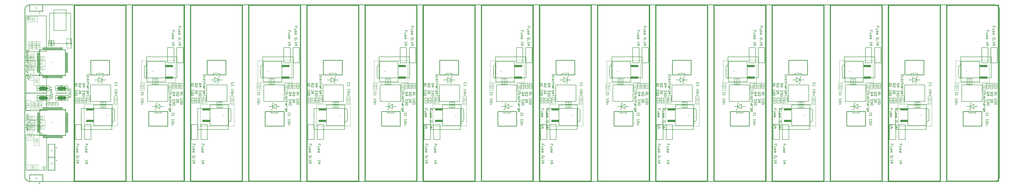
<source format=gto>
G04*
G04 #@! TF.GenerationSoftware,Altium Limited,Altium Designer,18.1.9 (240)*
G04*
G04 Layer_Color=65535*
%FSLAX25Y25*%
%MOIN*%
G70*
G01*
G75*
%ADD10C,0.00984*%
%ADD11C,0.01000*%
%ADD12C,0.00787*%
%ADD13C,0.00500*%
%ADD14C,0.00787*%
%ADD15C,0.00700*%
%ADD16C,0.00600*%
%ADD17C,0.05000*%
%ADD18C,0.00800*%
%ADD19C,0.00394*%
%ADD20C,0.00197*%
%ADD21C,0.01600*%
%ADD22C,0.00200*%
G36*
X46949Y188583D02*
X45949D01*
Y189583D01*
X46949D01*
Y188583D01*
D02*
G37*
G36*
X1492922Y181808D02*
X1481522D01*
Y185208D01*
X1492922D01*
Y181808D01*
D02*
G37*
G36*
X1313001D02*
X1301601D01*
Y185208D01*
X1313001D01*
Y181808D01*
D02*
G37*
G36*
X1133079D02*
X1121679D01*
Y185208D01*
X1133079D01*
Y181808D01*
D02*
G37*
G36*
X953158D02*
X941758D01*
Y185208D01*
X953158D01*
Y181808D01*
D02*
G37*
G36*
X773237D02*
X761837D01*
Y185208D01*
X773237D01*
Y181808D01*
D02*
G37*
G36*
X593316D02*
X581916D01*
Y185208D01*
X593316D01*
Y181808D01*
D02*
G37*
G36*
X413394D02*
X401994D01*
Y185208D01*
X413394D01*
Y181808D01*
D02*
G37*
G36*
X233473D02*
X222073D01*
Y185208D01*
X233473D01*
Y181808D01*
D02*
G37*
G36*
X1461087Y174425D02*
X1460087D01*
Y175425D01*
X1461087D01*
Y174425D01*
D02*
G37*
G36*
X1281166D02*
X1280166D01*
Y175425D01*
X1281166D01*
Y174425D01*
D02*
G37*
G36*
X1101244D02*
X1100244D01*
Y175425D01*
X1101244D01*
Y174425D01*
D02*
G37*
G36*
X921323D02*
X920323D01*
Y175425D01*
X921323D01*
Y174425D01*
D02*
G37*
G36*
X741402D02*
X740402D01*
Y175425D01*
X741402D01*
Y174425D01*
D02*
G37*
G36*
X561481D02*
X560481D01*
Y175425D01*
X561481D01*
Y174425D01*
D02*
G37*
G36*
X381559D02*
X380559D01*
Y175425D01*
X381559D01*
Y174425D01*
D02*
G37*
G36*
X201638D02*
X200638D01*
Y175425D01*
X201638D01*
Y174425D01*
D02*
G37*
G36*
X1492922Y163808D02*
X1481522D01*
Y167208D01*
X1492922D01*
Y163808D01*
D02*
G37*
G36*
X1313001D02*
X1301601D01*
Y167208D01*
X1313001D01*
Y163808D01*
D02*
G37*
G36*
X1133079D02*
X1121679D01*
Y167208D01*
X1133079D01*
Y163808D01*
D02*
G37*
G36*
X953158D02*
X941758D01*
Y167208D01*
X953158D01*
Y163808D01*
D02*
G37*
G36*
X773237D02*
X761837D01*
Y167208D01*
X773237D01*
Y163808D01*
D02*
G37*
G36*
X593316D02*
X581916D01*
Y167208D01*
X593316D01*
Y163808D01*
D02*
G37*
G36*
X413394D02*
X401994D01*
Y167208D01*
X413394D01*
Y163808D01*
D02*
G37*
G36*
X233473D02*
X222073D01*
Y167208D01*
X233473D01*
Y163808D01*
D02*
G37*
G36*
X63118Y145622D02*
X59118D01*
Y151622D01*
X63118D01*
Y145622D01*
D02*
G37*
G36*
X34386D02*
X30386D01*
Y151622D01*
X34386D01*
Y145622D01*
D02*
G37*
G36*
X63118Y130858D02*
X59118D01*
Y136858D01*
X63118D01*
Y130858D01*
D02*
G37*
G36*
X34386D02*
X30386D01*
Y136858D01*
X34386D01*
Y130858D01*
D02*
G37*
G36*
X1369757Y114322D02*
X1358357D01*
Y117722D01*
X1369757D01*
Y114322D01*
D02*
G37*
G36*
X1189836D02*
X1178436D01*
Y117722D01*
X1189836D01*
Y114322D01*
D02*
G37*
G36*
X1009915D02*
X998515D01*
Y117722D01*
X1009915D01*
Y114322D01*
D02*
G37*
G36*
X829994D02*
X818594D01*
Y117722D01*
X829994D01*
Y114322D01*
D02*
G37*
G36*
X650072D02*
X638672D01*
Y117722D01*
X650072D01*
Y114322D01*
D02*
G37*
G36*
X470151D02*
X458751D01*
Y117722D01*
X470151D01*
Y114322D01*
D02*
G37*
G36*
X290230D02*
X278830D01*
Y117722D01*
X290230D01*
Y114322D01*
D02*
G37*
G36*
X110309D02*
X98909D01*
Y117722D01*
X110309D01*
Y114322D01*
D02*
G37*
G36*
X1391192Y106105D02*
X1390192D01*
Y107105D01*
X1391192D01*
Y106105D01*
D02*
G37*
G36*
X1211271D02*
X1210271D01*
Y107105D01*
X1211271D01*
Y106105D01*
D02*
G37*
G36*
X1031350D02*
X1030350D01*
Y107105D01*
X1031350D01*
Y106105D01*
D02*
G37*
G36*
X851429D02*
X850429D01*
Y107105D01*
X851429D01*
Y106105D01*
D02*
G37*
G36*
X671507D02*
X670507D01*
Y107105D01*
X671507D01*
Y106105D01*
D02*
G37*
G36*
X491586D02*
X490586D01*
Y107105D01*
X491586D01*
Y106105D01*
D02*
G37*
G36*
X311665D02*
X310665D01*
Y107105D01*
X311665D01*
Y106105D01*
D02*
G37*
G36*
X131744D02*
X130744D01*
Y107105D01*
X131744D01*
Y106105D01*
D02*
G37*
G36*
X1369757Y96322D02*
X1358357D01*
Y99722D01*
X1369757D01*
Y96322D01*
D02*
G37*
G36*
X1189836D02*
X1178436D01*
Y99722D01*
X1189836D01*
Y96322D01*
D02*
G37*
G36*
X1009915D02*
X998515D01*
Y99722D01*
X1009915D01*
Y96322D01*
D02*
G37*
G36*
X829994D02*
X818594D01*
Y99722D01*
X829994D01*
Y96322D01*
D02*
G37*
G36*
X650072D02*
X638672D01*
Y99722D01*
X650072D01*
Y96322D01*
D02*
G37*
G36*
X470151D02*
X458751D01*
Y99722D01*
X470151D01*
Y96322D01*
D02*
G37*
G36*
X290230D02*
X278830D01*
Y99722D01*
X290230D01*
Y96322D01*
D02*
G37*
G36*
X110309D02*
X98909D01*
Y99722D01*
X110309D01*
Y96322D01*
D02*
G37*
G36*
X47244Y95472D02*
X46244D01*
Y96472D01*
X47244D01*
Y95472D01*
D02*
G37*
D10*
X53327Y36693D02*
X52589Y37119D01*
Y36267D01*
X53327Y36693D01*
Y56693D02*
X52589Y57119D01*
Y56267D01*
X53327Y56693D01*
X27047Y266063D02*
X26309Y266489D01*
Y265637D01*
X27047Y266063D01*
X27244Y1595D02*
X26506Y2021D01*
Y1168D01*
X27244Y1595D01*
D11*
X1070059Y27493D02*
Y278493D01*
X1150559D01*
Y27493D02*
Y278493D01*
Y4683D02*
Y27493D01*
X1070059Y4683D02*
X1150559D01*
X1070059D02*
Y27493D01*
X350374D02*
Y278493D01*
X430874D01*
Y27493D02*
Y278493D01*
Y4683D02*
Y27493D01*
X350374Y4683D02*
X430874D01*
X350374D02*
Y27493D01*
X710216D02*
Y278493D01*
X790716D01*
Y27493D02*
Y278493D01*
Y4683D02*
Y27493D01*
X710216Y4683D02*
X790716D01*
X710216D02*
Y27493D01*
X135158Y169734D02*
Y192372D01*
X106024Y169734D02*
Y192372D01*
X135158D01*
X106024Y169734D02*
X135158D01*
X160552Y254870D02*
Y277680D01*
X80052D02*
X160552D01*
X80052Y254870D02*
Y277680D01*
Y3870D02*
Y254870D01*
Y3870D02*
X160552D01*
Y254870D01*
X51969Y141339D02*
X69488D01*
X3937D02*
X37402D01*
X170452Y27493D02*
Y278493D01*
X250952D01*
Y27493D02*
Y278493D01*
Y4683D02*
Y27493D01*
X170452Y4683D02*
X250952D01*
X170452D02*
Y27493D01*
X1429901Y4683D02*
Y27493D01*
Y4683D02*
X1510401D01*
Y27493D01*
Y278493D01*
X1429901D02*
X1510401D01*
X1429901Y27493D02*
Y278493D01*
X1420000Y254870D02*
Y277680D01*
X1339500D02*
X1420000D01*
X1339500Y254870D02*
Y277680D01*
Y3870D02*
Y254870D01*
Y3870D02*
X1420000D01*
Y254870D01*
X1249980Y4683D02*
Y27493D01*
Y4683D02*
X1330480D01*
Y27493D01*
Y278493D01*
X1249980D02*
X1330480D01*
X1249980Y27493D02*
Y278493D01*
X1240079Y254870D02*
Y277680D01*
X1159579D02*
X1240079D01*
X1159579Y254870D02*
Y277680D01*
Y3870D02*
Y254870D01*
Y3870D02*
X1240079D01*
Y254870D01*
X1060158D02*
Y277680D01*
X979658D02*
X1060158D01*
X979658Y254870D02*
Y277680D01*
Y3870D02*
Y254870D01*
Y3870D02*
X1060158D01*
Y254870D01*
X890137Y4683D02*
Y27493D01*
Y4683D02*
X970638D01*
Y27493D01*
Y278493D01*
X890137D02*
X970638D01*
X890137Y27493D02*
Y278493D01*
X880237Y254870D02*
Y277680D01*
X799737D02*
X880237D01*
X799737Y254870D02*
Y277680D01*
Y3870D02*
Y254870D01*
Y3870D02*
X880237D01*
Y254870D01*
X700315D02*
Y277680D01*
X619815D02*
X700315D01*
X619815Y254870D02*
Y277680D01*
Y3870D02*
Y254870D01*
Y3870D02*
X700315D01*
Y254870D01*
X530295Y4683D02*
Y27493D01*
Y4683D02*
X610795D01*
Y27493D01*
Y278493D01*
X530295D02*
X610795D01*
X530295Y27493D02*
Y278493D01*
X520394Y254870D02*
Y277680D01*
X439894D02*
X520394D01*
X439894Y254870D02*
Y277680D01*
Y3870D02*
Y254870D01*
Y3870D02*
X520394D01*
Y254870D01*
X340473D02*
Y277680D01*
X259973D02*
X340473D01*
X259973Y254870D02*
Y277680D01*
Y3870D02*
Y254870D01*
Y3870D02*
X340473D01*
Y254870D01*
X1511614Y270866D02*
X1511561Y271882D01*
X1511375Y272882D01*
X1511060Y273849D01*
X1510622Y274767D01*
X1510067Y275620D01*
X1509406Y276393D01*
X1508650Y277074D01*
X1507812Y277649D01*
X1506905Y278111D01*
X1505946Y278450D01*
X1504951Y278661D01*
X1503937Y278740D01*
X1503937Y3937D02*
X1504951Y4016D01*
X1505946Y4227D01*
X1506905Y4566D01*
X1507812Y5028D01*
X1508650Y5604D01*
X1509406Y6284D01*
X1510067Y7057D01*
X1510622Y7910D01*
X1511060Y8828D01*
X1511375Y9795D01*
X1511561Y10795D01*
X1511614Y11811D01*
X3937Y11811D02*
X4004Y10783D01*
X4205Y9773D01*
X4536Y8798D01*
X4992Y7874D01*
X5564Y7018D01*
X6243Y6243D01*
X7018Y5564D01*
X7874Y4992D01*
X8798Y4536D01*
X9773Y4205D01*
X10783Y4004D01*
X11811Y3937D01*
Y278740D02*
X10783Y278673D01*
X9773Y278472D01*
X8798Y278141D01*
X7874Y277685D01*
X7018Y277113D01*
X6243Y276434D01*
X5564Y275659D01*
X4992Y274803D01*
X4536Y273879D01*
X4205Y272904D01*
X4004Y271894D01*
X3937Y270866D01*
X11811Y278740D02*
X1478740Y278740D01*
X3937Y270866D02*
X3937Y11811D01*
X11811Y3937D02*
X1478740Y3937D01*
X1511614Y11811D02*
Y74803D01*
X1478740Y3937D02*
X1503937D01*
X1511614Y207874D02*
Y270866D01*
X1478740Y278740D02*
X1503937D01*
X1511614Y74803D02*
Y207874D01*
X1095453Y89991D02*
Y112629D01*
Y89991D02*
X1124587D01*
Y112629D01*
X1095453D02*
X1124587D01*
X375768Y89991D02*
Y112629D01*
Y89991D02*
X404902D01*
Y112629D01*
X375768D02*
X404902D01*
X735610Y89991D02*
Y112629D01*
Y89991D02*
X764744D01*
Y112629D01*
X735610D02*
X764744D01*
X195846Y89991D02*
Y112629D01*
Y89991D02*
X224980D01*
Y112629D01*
X195846D02*
X224980D01*
X1455295D02*
X1484429D01*
Y89991D02*
Y112629D01*
X1455295Y89991D02*
X1484429D01*
X1455295D02*
Y112629D01*
X1365472Y169734D02*
X1394606D01*
X1365472D02*
Y192372D01*
X1394606D01*
Y169734D02*
Y192372D01*
X1275374Y112629D02*
X1304508D01*
Y89991D02*
Y112629D01*
X1275374Y89991D02*
X1304508D01*
X1275374D02*
Y112629D01*
X1185551Y169734D02*
X1214685D01*
X1185551D02*
Y192372D01*
X1214685D01*
Y169734D02*
Y192372D01*
X1005630Y169734D02*
X1034764D01*
X1005630D02*
Y192372D01*
X1034764D01*
Y169734D02*
Y192372D01*
X915532Y112629D02*
X944666D01*
Y89991D02*
Y112629D01*
X915532Y89991D02*
X944666D01*
X915532D02*
Y112629D01*
X825709Y169734D02*
X854843D01*
X825709D02*
Y192372D01*
X854843D01*
Y169734D02*
Y192372D01*
X645787Y169734D02*
X674921D01*
X645787D02*
Y192372D01*
X674921D01*
Y169734D02*
Y192372D01*
X555689Y112629D02*
X584823D01*
Y89991D02*
Y112629D01*
X555689Y89991D02*
X584823D01*
X555689D02*
Y112629D01*
X465866Y169734D02*
X495000D01*
X465866D02*
Y192372D01*
X495000D01*
Y169734D02*
Y192372D01*
X285945Y169734D02*
X315079D01*
X285945D02*
Y192372D01*
X315079D01*
Y169734D02*
Y192372D01*
D12*
X115473Y171929D02*
X125709D01*
X115473Y169961D02*
Y171929D01*
X125709Y169961D02*
Y171929D01*
X1115138Y110434D02*
Y112402D01*
X1104902Y110434D02*
Y112402D01*
Y110434D02*
X1115138D01*
X395453D02*
Y112402D01*
X385217Y110434D02*
Y112402D01*
Y110434D02*
X395453D01*
X755295D02*
Y112402D01*
X745059Y110434D02*
Y112402D01*
Y110434D02*
X755295D01*
X215531D02*
Y112402D01*
X205295Y110434D02*
Y112402D01*
Y110434D02*
X215531D01*
X1464744D02*
X1474980D01*
X1464744D02*
Y112402D01*
X1474980Y110434D02*
Y112402D01*
X1374921Y171929D02*
X1385157D01*
Y169961D02*
Y171929D01*
X1374921Y169961D02*
Y171929D01*
X1284823Y110434D02*
X1295059D01*
X1284823D02*
Y112402D01*
X1295059Y110434D02*
Y112402D01*
X1195000Y171929D02*
X1205236D01*
Y169961D02*
Y171929D01*
X1195000Y169961D02*
Y171929D01*
X1015079D02*
X1025315D01*
Y169961D02*
Y171929D01*
X1015079Y169961D02*
Y171929D01*
X924981Y110434D02*
X935217D01*
X924981D02*
Y112402D01*
X935217Y110434D02*
Y112402D01*
X835158Y171929D02*
X845394D01*
Y169961D02*
Y171929D01*
X835158Y169961D02*
Y171929D01*
X655236D02*
X665472D01*
Y169961D02*
Y171929D01*
X655236Y169961D02*
Y171929D01*
X565138Y110434D02*
X575374D01*
X565138D02*
Y112402D01*
X575374Y110434D02*
Y112402D01*
X475315Y171929D02*
X485551D01*
Y169961D02*
Y171929D01*
X475315Y169961D02*
Y171929D01*
X295394D02*
X305630D01*
Y169961D02*
Y171929D01*
X295394Y169961D02*
Y171929D01*
D13*
X123859Y161850D02*
Y165787D01*
Y161850D02*
X129568D01*
X117954Y157913D02*
Y161850D01*
X123859Y165787D02*
X125631Y167559D01*
X117954Y165787D02*
X123859Y161850D01*
Y157913D02*
Y161850D01*
X117954D02*
Y165787D01*
X122087Y156142D02*
X123859Y157913D01*
X112048Y161850D02*
X117954D01*
Y157913D02*
X123859Y161850D01*
X35630Y25197D02*
X35367Y26181D01*
X34646Y26902D01*
X33661Y27166D01*
X32677Y26902D01*
X31956Y26181D01*
X31692Y25197D01*
X31956Y24212D01*
X32677Y23492D01*
X33661Y23228D01*
X34646Y23492D01*
X35367Y24212D01*
X35630Y25197D01*
X11812Y257382D02*
X11548Y258366D01*
X10827Y259087D01*
X9843Y259351D01*
X8858Y259087D01*
X8137Y258366D01*
X7874Y257382D01*
X8137Y256397D01*
X8858Y255677D01*
X9843Y255413D01*
X10827Y255677D01*
X11548Y256397D01*
X11812Y257382D01*
X12107Y165157D02*
X11843Y166142D01*
X11122Y166863D01*
X10138Y167126D01*
X9153Y166863D01*
X8433Y166142D01*
X8169Y165157D01*
X8433Y164173D01*
X9153Y163452D01*
X10138Y163188D01*
X11122Y163452D01*
X11843Y164173D01*
X12107Y165157D01*
X1112657Y120513D02*
X1118563D01*
X1112657Y116576D02*
Y120513D01*
X1106752D02*
X1112657Y116576D01*
X1106752Y120513D02*
X1112657Y124450D01*
Y120513D02*
Y124450D01*
X1106752Y120513D02*
Y124450D01*
X1108524Y126221D01*
X1106752Y116576D02*
Y120513D01*
X1104980Y114804D02*
X1106752Y116576D01*
X1101043Y120513D02*
X1106752D01*
X392972D02*
X398878D01*
X392972Y116576D02*
Y120513D01*
X387067D02*
X392972Y116576D01*
X387067Y120513D02*
X392972Y124450D01*
Y120513D02*
Y124450D01*
X387067Y120513D02*
Y124450D01*
X388839Y126221D01*
X387067Y116576D02*
Y120513D01*
X385295Y114804D02*
X387067Y116576D01*
X381358Y120513D02*
X387067D01*
X752814D02*
X758720D01*
X752814Y116576D02*
Y120513D01*
X746909D02*
X752814Y116576D01*
X746909Y120513D02*
X752814Y124450D01*
Y120513D02*
Y124450D01*
X746909Y120513D02*
Y124450D01*
X748681Y126221D01*
X746909Y116576D02*
Y120513D01*
X745137Y114804D02*
X746909Y116576D01*
X741200Y120513D02*
X746909D01*
X82087Y92520D02*
X91929D01*
X82087Y68898D02*
Y92520D01*
X91929Y68898D02*
Y92520D01*
X82087Y68898D02*
X91929D01*
X1484252Y212008D02*
X1494094D01*
X1484252Y188386D02*
Y212008D01*
Y188386D02*
X1494094D01*
Y212008D01*
X1356103Y68898D02*
X1365945D01*
Y92520D01*
X1356103D02*
X1365945D01*
X1356103Y68898D02*
Y92520D01*
X1304331Y212008D02*
X1314173D01*
X1304331Y188386D02*
Y212008D01*
Y188386D02*
X1314173D01*
Y212008D01*
X1176181Y68898D02*
X1186023D01*
Y92520D01*
X1176181D02*
X1186023D01*
X1176181Y68898D02*
Y92520D01*
X1124410Y212008D02*
X1134252D01*
X1124410Y188386D02*
Y212008D01*
Y188386D02*
X1134252D01*
Y212008D01*
X996260Y68898D02*
X1006102D01*
Y92520D01*
X996260D02*
X1006102D01*
X996260Y68898D02*
Y92520D01*
X944489Y212008D02*
X954331D01*
X944489Y188386D02*
Y212008D01*
Y188386D02*
X954331D01*
Y212008D01*
X816339Y68898D02*
X826181D01*
Y92520D01*
X816339D02*
X826181D01*
X816339Y68898D02*
Y92520D01*
X764567Y212008D02*
X774409D01*
X764567Y188386D02*
Y212008D01*
Y188386D02*
X774409D01*
Y212008D01*
X636418Y68898D02*
X646260D01*
Y92520D01*
X636418D02*
X646260D01*
X636418Y68898D02*
Y92520D01*
X584646Y212008D02*
X594488D01*
X584646Y188386D02*
Y212008D01*
Y188386D02*
X594488D01*
Y212008D01*
X456496Y68898D02*
X466338D01*
Y92520D01*
X456496D02*
X466338D01*
X456496Y68898D02*
Y92520D01*
X404725Y212008D02*
X414567D01*
X404725Y188386D02*
Y212008D01*
Y188386D02*
X414567D01*
Y212008D01*
X276575Y68898D02*
X286417D01*
Y92520D01*
X276575D02*
X286417D01*
X276575Y68898D02*
Y92520D01*
X224803Y212008D02*
X234645D01*
X224803Y188386D02*
Y212008D01*
Y188386D02*
X234645D01*
Y212008D01*
X96654Y68898D02*
X106496D01*
Y92520D01*
X96654D02*
X106496D01*
X96654Y68898D02*
Y92520D01*
X1498524Y188386D02*
X1508366D01*
Y212008D01*
X1498524D02*
X1508366D01*
X1498524Y188386D02*
Y212008D01*
X1341536Y92520D02*
X1351378D01*
X1341536Y68898D02*
Y92520D01*
Y68898D02*
X1351378D01*
Y92520D01*
X1318603Y188386D02*
X1328445D01*
Y212008D01*
X1318603D02*
X1328445D01*
X1318603Y188386D02*
Y212008D01*
X1161614Y92520D02*
X1171456D01*
X1161614Y68898D02*
Y92520D01*
Y68898D02*
X1171456D01*
Y92520D01*
X1138681Y188386D02*
X1148523D01*
Y212008D01*
X1138681D02*
X1148523D01*
X1138681Y188386D02*
Y212008D01*
X981693Y92520D02*
X991535D01*
X981693Y68898D02*
Y92520D01*
Y68898D02*
X991535D01*
Y92520D01*
X958760Y188386D02*
X968602D01*
Y212008D01*
X958760D02*
X968602D01*
X958760Y188386D02*
Y212008D01*
X801772Y92520D02*
X811614D01*
X801772Y68898D02*
Y92520D01*
Y68898D02*
X811614D01*
Y92520D01*
X778839Y188386D02*
X788681D01*
Y212008D01*
X778839D02*
X788681D01*
X778839Y188386D02*
Y212008D01*
X621851Y92520D02*
X631693D01*
X621851Y68898D02*
Y92520D01*
Y68898D02*
X631693D01*
Y92520D01*
X598918Y188386D02*
X608760D01*
Y212008D01*
X598918D02*
X608760D01*
X598918Y188386D02*
Y212008D01*
X441929Y92520D02*
X451771D01*
X441929Y68898D02*
Y92520D01*
Y68898D02*
X451771D01*
Y92520D01*
X418996Y188386D02*
X428838D01*
Y212008D01*
X418996D02*
X428838D01*
X418996Y188386D02*
Y212008D01*
X262008Y92520D02*
X271850D01*
X262008Y68898D02*
Y92520D01*
Y68898D02*
X271850D01*
Y92520D01*
X239075Y188386D02*
X248917D01*
Y212008D01*
X239075D02*
X248917D01*
X239075Y188386D02*
Y212008D01*
X42520Y218504D02*
X75198D01*
Y221850D01*
Y265748D01*
X74607D02*
X75198D01*
X42520D02*
X74607D01*
X42520Y218504D02*
Y265748D01*
X6102Y76378D02*
X37598D01*
X6102Y21260D02*
Y76378D01*
Y21260D02*
X37598D01*
Y76378D01*
X5906Y206201D02*
X37402D01*
Y261319D01*
X5906D02*
X37402D01*
X5906Y206201D02*
Y261319D01*
X6201Y113976D02*
X37697D01*
Y169094D01*
X6201D02*
X37697D01*
X6201Y113976D02*
Y169094D01*
X68110Y238583D02*
Y270866D01*
X49212D02*
X68110D01*
X49212Y238583D02*
Y270866D01*
Y238583D02*
X68110D01*
X192224Y164960D02*
Y197638D01*
Y164960D02*
X195570D01*
X239468D01*
Y165551D01*
Y197638D01*
X192224D02*
X239468D01*
X213050Y120513D02*
X218956D01*
X213050Y116576D02*
Y120513D01*
X207145D02*
X213050Y116576D01*
X207145Y120513D02*
X213050Y124450D01*
Y120513D02*
Y124450D01*
X207145Y120513D02*
Y124450D01*
X208917Y126221D01*
X207145Y116576D02*
Y120513D01*
X205373Y114804D02*
X207145Y116576D01*
X201436Y120513D02*
X207145D01*
X1451673Y164960D02*
Y197638D01*
Y164960D02*
X1455019D01*
X1498917D01*
Y165551D01*
Y197638D01*
X1451673D02*
X1498917D01*
X1398229Y84842D02*
Y117520D01*
X1394883D02*
X1398229D01*
X1350985D02*
X1394883D01*
X1350985Y116929D02*
Y117520D01*
Y84842D02*
Y116929D01*
Y84842D02*
X1398229D01*
X1271752Y164960D02*
Y197638D01*
Y164960D02*
X1275098D01*
X1318996D01*
Y165551D01*
Y197638D01*
X1271752D02*
X1318996D01*
X1218308Y84842D02*
Y117520D01*
X1214962D02*
X1218308D01*
X1171064D02*
X1214962D01*
X1171064Y116929D02*
Y117520D01*
Y84842D02*
Y116929D01*
Y84842D02*
X1218308D01*
X1091830Y164960D02*
Y197638D01*
Y164960D02*
X1095176D01*
X1139074D01*
Y165551D01*
Y197638D01*
X1091830D02*
X1139074D01*
X991142Y84842D02*
X1038386D01*
X991142D02*
Y116929D01*
Y117520D01*
X1035040D01*
X1038386D01*
Y84842D02*
Y117520D01*
X911909Y164960D02*
Y197638D01*
Y164960D02*
X915255D01*
X959153D01*
Y165551D01*
Y197638D01*
X911909D02*
X959153D01*
X858465Y84842D02*
Y117520D01*
X855119D02*
X858465D01*
X811221D02*
X855119D01*
X811221Y116929D02*
Y117520D01*
Y84842D02*
Y116929D01*
Y84842D02*
X858465D01*
X731988Y164960D02*
Y197638D01*
Y164960D02*
X735334D01*
X779232D01*
Y165551D01*
Y197638D01*
X731988D02*
X779232D01*
X678544Y84842D02*
Y117520D01*
X675198D02*
X678544D01*
X631300D02*
X675198D01*
X631300Y116929D02*
Y117520D01*
Y84842D02*
Y116929D01*
Y84842D02*
X678544D01*
X552067Y164960D02*
Y197638D01*
Y164960D02*
X555412D01*
X599310D01*
Y165551D01*
Y197638D01*
X552067D02*
X599310D01*
X498623Y84842D02*
Y117520D01*
X495276D02*
X498623D01*
X451378D02*
X495276D01*
X451378Y116929D02*
Y117520D01*
Y84842D02*
Y116929D01*
Y84842D02*
X498623D01*
X372145Y164960D02*
Y197638D01*
Y164960D02*
X375491D01*
X419389D01*
Y165551D01*
Y197638D01*
X372145D02*
X419389D01*
X318701Y84842D02*
Y117520D01*
X315355D02*
X318701D01*
X271457D02*
X315355D01*
X271457Y116929D02*
Y117520D01*
Y84842D02*
Y116929D01*
Y84842D02*
X318701D01*
X1460885Y120513D02*
X1466594D01*
X1464822Y114804D02*
X1466594Y116576D01*
Y120513D01*
Y124450D02*
X1468366Y126221D01*
X1466594Y120513D02*
Y124450D01*
X1472499Y120513D02*
Y124450D01*
X1466594Y120513D02*
X1472499Y124450D01*
X1466594Y120513D02*
X1472499Y116576D01*
Y120513D01*
X1478405D01*
X1383307Y161850D02*
X1389016D01*
X1383307Y165787D02*
X1385079Y167559D01*
X1383307Y161850D02*
Y165787D01*
X1381535Y156142D02*
X1383307Y157913D01*
Y161850D01*
X1377402Y157913D02*
Y161850D01*
Y157913D02*
X1383307Y161850D01*
X1377402Y165787D02*
X1383307Y161850D01*
X1377402D02*
Y165787D01*
X1371496Y161850D02*
X1377402D01*
X1280964Y120513D02*
X1286673D01*
X1284901Y114804D02*
X1286673Y116576D01*
Y120513D01*
Y124450D02*
X1288445Y126221D01*
X1286673Y120513D02*
Y124450D01*
X1292578Y120513D02*
Y124450D01*
X1286673Y120513D02*
X1292578Y124450D01*
X1286673Y120513D02*
X1292578Y116576D01*
Y120513D01*
X1298484D01*
X1203386Y161850D02*
X1209095D01*
X1203386Y165787D02*
X1205158Y167559D01*
X1203386Y161850D02*
Y165787D01*
X1201614Y156142D02*
X1203386Y157913D01*
Y161850D01*
X1197481Y157913D02*
Y161850D01*
Y157913D02*
X1203386Y161850D01*
X1197481Y165787D02*
X1203386Y161850D01*
X1197481D02*
Y165787D01*
X1191575Y161850D02*
X1197481D01*
X1023465D02*
X1029174D01*
X1023465Y165787D02*
X1025237Y167559D01*
X1023465Y161850D02*
Y165787D01*
X1021693Y156142D02*
X1023465Y157913D01*
Y161850D01*
X1017560Y157913D02*
Y161850D01*
Y157913D02*
X1023465Y161850D01*
X1017560Y165787D02*
X1023465Y161850D01*
X1017560D02*
Y165787D01*
X1011654Y161850D02*
X1017560D01*
X921122Y120513D02*
X926830D01*
X925058Y114804D02*
X926830Y116576D01*
Y120513D01*
Y124450D02*
X928603Y126221D01*
X926830Y120513D02*
Y124450D01*
X932736Y120513D02*
Y124450D01*
X926830Y120513D02*
X932736Y124450D01*
X926830Y120513D02*
X932736Y116576D01*
Y120513D01*
X938641D01*
X843544Y161850D02*
X849253D01*
X843544Y165787D02*
X845316Y167559D01*
X843544Y161850D02*
Y165787D01*
X841772Y156142D02*
X843544Y157913D01*
Y161850D01*
X837639Y157913D02*
Y161850D01*
Y157913D02*
X843544Y161850D01*
X837639Y165787D02*
X843544Y161850D01*
X837639D02*
Y165787D01*
X831733Y161850D02*
X837639D01*
X663622D02*
X669331D01*
X663622Y165787D02*
X665394Y167559D01*
X663622Y161850D02*
Y165787D01*
X661850Y156142D02*
X663622Y157913D01*
Y161850D01*
X657717Y157913D02*
Y161850D01*
Y157913D02*
X663622Y161850D01*
X657717Y165787D02*
X663622Y161850D01*
X657717D02*
Y165787D01*
X651811Y161850D02*
X657717D01*
X561279Y120513D02*
X566988D01*
X565216Y114804D02*
X566988Y116576D01*
Y120513D01*
Y124450D02*
X568760Y126221D01*
X566988Y120513D02*
Y124450D01*
X572893Y120513D02*
Y124450D01*
X566988Y120513D02*
X572893Y124450D01*
X566988Y120513D02*
X572893Y116576D01*
Y120513D01*
X578799D01*
X483701Y161850D02*
X489410D01*
X483701Y165787D02*
X485473Y167559D01*
X483701Y161850D02*
Y165787D01*
X481929Y156142D02*
X483701Y157913D01*
Y161850D01*
X477796Y157913D02*
Y161850D01*
Y157913D02*
X483701Y161850D01*
X477796Y165787D02*
X483701Y161850D01*
X477796D02*
Y165787D01*
X471890Y161850D02*
X477796D01*
X303780D02*
X309489D01*
X303780Y165787D02*
X305552Y167559D01*
X303780Y161850D02*
Y165787D01*
X302008Y156142D02*
X303780Y157913D01*
Y161850D01*
X297875Y157913D02*
Y161850D01*
Y157913D02*
X303780Y161850D01*
X297875Y165787D02*
X303780Y161850D01*
X297875D02*
Y165787D01*
X291969Y161850D02*
X297875D01*
X91536Y84842D02*
X138780D01*
X91536D02*
Y116929D01*
Y117520D01*
X135434D01*
X138780D01*
Y84842D02*
Y117520D01*
D14*
X1443898Y151378D02*
Y151772D01*
X1447047Y151378D02*
Y151772D01*
X1405709Y130709D02*
Y131102D01*
X1402559Y130709D02*
Y131102D01*
X1263976Y151378D02*
Y151772D01*
X1267126Y151378D02*
Y151772D01*
X1225787Y130709D02*
Y131102D01*
X1222638Y130709D02*
Y131102D01*
X1084055Y151378D02*
Y151772D01*
X1087205Y151378D02*
Y151772D01*
X1045866Y130709D02*
Y131102D01*
X1042717Y130709D02*
Y131102D01*
X904134Y151378D02*
Y151772D01*
X907283Y151378D02*
Y151772D01*
X865945Y130709D02*
Y131102D01*
X862795Y130709D02*
Y131102D01*
X724213Y151378D02*
Y151772D01*
X727362Y151378D02*
Y151772D01*
X686024Y130709D02*
Y131102D01*
X682874Y130709D02*
Y131102D01*
X544291Y151378D02*
Y151772D01*
X547441Y151378D02*
Y151772D01*
X506102Y130709D02*
Y131102D01*
X502953Y130709D02*
Y131102D01*
X364370Y151378D02*
Y151772D01*
X367520Y151378D02*
Y151772D01*
X326181Y130709D02*
Y131102D01*
X323031Y130709D02*
Y131102D01*
X184449Y151378D02*
Y151772D01*
X187598Y151378D02*
Y151772D01*
X146260Y130709D02*
Y131102D01*
X143110Y130709D02*
Y131102D01*
X10827Y122244D02*
Y122638D01*
X7283Y122244D02*
Y122638D01*
X14567Y122244D02*
Y122638D01*
X17717Y122244D02*
Y122638D01*
X29528Y122244D02*
Y122638D01*
X26378Y122244D02*
Y122638D01*
X13775Y215603D02*
Y215997D01*
X10625Y215603D02*
Y215997D01*
X19921Y215551D02*
Y215945D01*
X16771Y215551D02*
Y215945D01*
X26181Y215503D02*
Y215897D01*
X23031Y215503D02*
Y215897D01*
X20472Y122244D02*
Y122638D01*
X23622Y122244D02*
Y122638D01*
X20276Y160433D02*
Y160827D01*
X23819Y160433D02*
Y160827D01*
X17126Y91142D02*
Y91535D01*
X13583Y91142D02*
Y91535D01*
X14370Y75787D02*
Y76181D01*
X10827Y75787D02*
Y76181D01*
X40276Y21693D02*
X50276D01*
X40276D02*
Y41693D01*
X50276D01*
Y21693D02*
Y41693D01*
X40276D02*
X50276D01*
X40276D02*
Y61693D01*
X50276D01*
Y41693D02*
Y61693D01*
X11555Y268622D02*
Y278622D01*
X31555D01*
Y268622D02*
Y278622D01*
X11555Y268622D02*
X31555D01*
X15945Y254528D02*
X16339D01*
X15945Y258071D02*
X16339D01*
X12008Y198622D02*
Y199016D01*
X15551Y198622D02*
Y199016D01*
Y184055D02*
Y184449D01*
X12008Y184055D02*
Y184449D01*
X23819Y67520D02*
Y67913D01*
X20276Y67520D02*
Y67913D01*
X16339Y28150D02*
X16732D01*
X16339Y24606D02*
X16732D01*
X11752Y4154D02*
Y14154D01*
X31752D01*
Y4154D02*
Y14154D01*
X11752Y4154D02*
X31752D01*
X15551Y168701D02*
Y169094D01*
X12008Y168701D02*
Y169094D01*
X69347Y216435D02*
Y220765D01*
X75253Y216435D02*
Y220765D01*
X48678Y218703D02*
Y219097D01*
X45922Y218703D02*
Y219097D01*
X41535Y123031D02*
X41929D01*
X41535Y125787D02*
X41929D01*
X43878Y218701D02*
Y219094D01*
X41122Y218701D02*
Y219094D01*
X50984Y125787D02*
X51378D01*
X50984Y123032D02*
X51378D01*
X235925Y152363D02*
Y152757D01*
X233169Y152363D02*
Y152757D01*
X227461Y144686D02*
X229823D01*
X247736Y152363D02*
Y152757D01*
X244980Y152363D02*
Y152757D01*
X241831Y152363D02*
Y152757D01*
X239075Y152363D02*
Y152757D01*
X86024Y129724D02*
Y130118D01*
X83268Y129724D02*
Y130118D01*
X97835Y129724D02*
Y130118D01*
X95079Y129724D02*
Y130118D01*
X101181Y137795D02*
X103543D01*
X91929Y129724D02*
Y130118D01*
X89173Y129724D02*
Y130118D01*
X1492618Y152363D02*
Y152757D01*
X1495374Y152363D02*
Y152757D01*
X1357283Y129724D02*
Y130118D01*
X1354528Y129724D02*
Y130118D01*
X1312697Y152363D02*
Y152757D01*
X1315453Y152363D02*
Y152757D01*
X1177362Y129724D02*
Y130118D01*
X1174606Y129724D02*
Y130118D01*
X1132776Y152363D02*
Y152757D01*
X1135532Y152363D02*
Y152757D01*
X952855Y152363D02*
Y152757D01*
X955610Y152363D02*
Y152757D01*
X817520Y129724D02*
Y130118D01*
X814764Y129724D02*
Y130118D01*
X772933Y152363D02*
Y152757D01*
X775689Y152363D02*
Y152757D01*
X637598Y129724D02*
Y130118D01*
X634843Y129724D02*
Y130118D01*
X593012Y152363D02*
Y152757D01*
X595768Y152363D02*
Y152757D01*
X457677Y129724D02*
Y130118D01*
X454921Y129724D02*
Y130118D01*
X413091Y152363D02*
Y152757D01*
X415846Y152363D02*
Y152757D01*
X277756Y129724D02*
Y130118D01*
X275000Y129724D02*
Y130118D01*
X1498524Y152363D02*
Y152757D01*
X1501280Y152363D02*
Y152757D01*
X1351378Y129724D02*
Y130118D01*
X1348622Y129724D02*
Y130118D01*
X1318602Y152363D02*
Y152757D01*
X1321358Y152363D02*
Y152757D01*
X1171457Y129724D02*
Y130118D01*
X1168701Y129724D02*
Y130118D01*
X1138681Y152363D02*
Y152757D01*
X1141437Y152363D02*
Y152757D01*
X958760Y152363D02*
Y152757D01*
X961516Y152363D02*
Y152757D01*
X811614Y129724D02*
Y130118D01*
X808858Y129724D02*
Y130118D01*
X778839Y152363D02*
Y152757D01*
X781595Y152363D02*
Y152757D01*
X631693Y129724D02*
Y130118D01*
X628937Y129724D02*
Y130118D01*
X598917Y152363D02*
Y152757D01*
X601673Y152363D02*
Y152757D01*
X451771Y129724D02*
Y130118D01*
X449016Y129724D02*
Y130118D01*
X418996Y152363D02*
Y152757D01*
X421752Y152363D02*
Y152757D01*
X271850Y129724D02*
Y130118D01*
X269094Y129724D02*
Y130118D01*
X1504429Y152363D02*
Y152757D01*
X1507185Y152363D02*
Y152757D01*
X1345472Y129724D02*
Y130118D01*
X1342717Y129724D02*
Y130118D01*
X1324508Y152363D02*
Y152757D01*
X1327264Y152363D02*
Y152757D01*
X1165551Y129724D02*
Y130118D01*
X1162795Y129724D02*
Y130118D01*
X1144587Y152363D02*
Y152757D01*
X1147343Y152363D02*
Y152757D01*
X964666Y152363D02*
Y152757D01*
X967422Y152363D02*
Y152757D01*
X805709Y129724D02*
Y130118D01*
X802953Y129724D02*
Y130118D01*
X784744Y152363D02*
Y152757D01*
X787500Y152363D02*
Y152757D01*
X625787Y129724D02*
Y130118D01*
X623032Y129724D02*
Y130118D01*
X604823Y152363D02*
Y152757D01*
X607579Y152363D02*
Y152757D01*
X445866Y129724D02*
Y130118D01*
X443110Y129724D02*
Y130118D01*
X424902Y152363D02*
Y152757D01*
X427658Y152363D02*
Y152757D01*
X265945Y129724D02*
Y130118D01*
X263189Y129724D02*
Y130118D01*
X1486909Y144686D02*
X1489272D01*
X1360630Y137795D02*
X1362992D01*
X1306988Y144686D02*
X1309351D01*
X1180709Y137795D02*
X1183071D01*
X1127067Y144686D02*
X1129429D01*
X947146D02*
X949508D01*
X820866Y137795D02*
X823228D01*
X767224Y144686D02*
X769587D01*
X640945Y137795D02*
X643307D01*
X587303Y144686D02*
X589666D01*
X461024Y137795D02*
X463386D01*
X407382Y144686D02*
X409744D01*
X281102Y137795D02*
X283465D01*
X982874Y129724D02*
Y130118D01*
X985630Y129724D02*
Y130118D01*
X988780Y129724D02*
Y130118D01*
X991535Y129724D02*
Y130118D01*
X994685Y129724D02*
Y130118D01*
X997441Y129724D02*
Y130118D01*
X1000788Y137795D02*
X1003150D01*
D15*
X1494937Y236224D02*
Y238624D01*
X1493138D01*
Y237424D01*
Y238624D01*
X1491339D01*
X1493738Y235025D02*
X1491938D01*
X1491339Y234425D01*
Y232626D01*
X1493738D01*
X1491339Y231426D02*
Y229626D01*
X1491938Y229027D01*
X1492538Y229626D01*
Y230826D01*
X1493138Y231426D01*
X1493738Y230826D01*
Y229027D01*
X1491339Y226028D02*
Y227227D01*
X1491938Y227827D01*
X1493138D01*
X1493738Y227227D01*
Y226028D01*
X1493138Y225428D01*
X1492538D01*
Y227827D01*
X1491339Y220629D02*
Y219430D01*
Y220030D01*
X1494937D01*
X1494338Y220629D01*
X1491339Y217630D02*
X1493738D01*
X1494937Y216431D01*
X1493738Y215231D01*
X1491339D01*
X1493138D01*
Y217630D01*
X1504977Y242876D02*
Y245276D01*
X1503177D01*
Y244076D01*
Y245276D01*
X1501378D01*
X1503777Y241677D02*
X1501978D01*
X1501378Y241077D01*
Y239278D01*
X1503777D01*
X1501378Y238078D02*
Y236279D01*
X1501978Y235679D01*
X1502577Y236279D01*
Y237478D01*
X1503177Y238078D01*
X1503777Y237478D01*
Y235679D01*
X1501378Y232680D02*
Y233879D01*
X1501978Y234479D01*
X1503177D01*
X1503777Y233879D01*
Y232680D01*
X1503177Y232080D01*
X1502577D01*
Y234479D01*
X1504377Y227281D02*
X1504977Y226682D01*
Y225482D01*
X1504377Y224882D01*
X1501978D01*
X1501378Y225482D01*
Y226682D01*
X1501978Y227281D01*
X1504377D01*
X1501378Y223682D02*
X1501978D01*
Y223083D01*
X1501378D01*
Y223682D01*
Y220684D02*
Y219484D01*
Y220084D01*
X1504977D01*
X1504377Y220684D01*
X1501378Y217685D02*
X1503777D01*
X1504977Y216485D01*
X1503777Y215285D01*
X1501378D01*
X1503177D01*
Y217685D01*
X1315016Y236224D02*
Y238624D01*
X1313217D01*
Y237424D01*
Y238624D01*
X1311417D01*
X1313817Y235025D02*
X1312017D01*
X1311417Y234425D01*
Y232626D01*
X1313817D01*
X1311417Y231426D02*
Y229626D01*
X1312017Y229027D01*
X1312617Y229626D01*
Y230826D01*
X1313217Y231426D01*
X1313817Y230826D01*
Y229027D01*
X1311417Y226028D02*
Y227227D01*
X1312017Y227827D01*
X1313217D01*
X1313817Y227227D01*
Y226028D01*
X1313217Y225428D01*
X1312617D01*
Y227827D01*
X1311417Y220629D02*
Y219430D01*
Y220030D01*
X1315016D01*
X1314416Y220629D01*
X1311417Y217630D02*
X1313817D01*
X1315016Y216431D01*
X1313817Y215231D01*
X1311417D01*
X1313217D01*
Y217630D01*
X1325056Y242876D02*
Y245276D01*
X1323256D01*
Y244076D01*
Y245276D01*
X1321457D01*
X1323856Y241677D02*
X1322056D01*
X1321457Y241077D01*
Y239278D01*
X1323856D01*
X1321457Y238078D02*
Y236279D01*
X1322056Y235679D01*
X1322656Y236279D01*
Y237478D01*
X1323256Y238078D01*
X1323856Y237478D01*
Y235679D01*
X1321457Y232680D02*
Y233879D01*
X1322056Y234479D01*
X1323256D01*
X1323856Y233879D01*
Y232680D01*
X1323256Y232080D01*
X1322656D01*
Y234479D01*
X1324456Y227281D02*
X1325056Y226682D01*
Y225482D01*
X1324456Y224882D01*
X1322056D01*
X1321457Y225482D01*
Y226682D01*
X1322056Y227281D01*
X1324456D01*
X1321457Y223682D02*
X1322056D01*
Y223083D01*
X1321457D01*
Y223682D01*
Y220684D02*
Y219484D01*
Y220084D01*
X1325056D01*
X1324456Y220684D01*
X1321457Y217685D02*
X1323856D01*
X1325056Y216485D01*
X1323856Y215285D01*
X1321457D01*
X1323256D01*
Y217685D01*
X1135095Y236224D02*
Y238624D01*
X1133296D01*
Y237424D01*
Y238624D01*
X1131496D01*
X1133895Y235025D02*
X1132096D01*
X1131496Y234425D01*
Y232626D01*
X1133895D01*
X1131496Y231426D02*
Y229626D01*
X1132096Y229027D01*
X1132696Y229626D01*
Y230826D01*
X1133296Y231426D01*
X1133895Y230826D01*
Y229027D01*
X1131496Y226028D02*
Y227227D01*
X1132096Y227827D01*
X1133296D01*
X1133895Y227227D01*
Y226028D01*
X1133296Y225428D01*
X1132696D01*
Y227827D01*
X1131496Y220629D02*
Y219430D01*
Y220030D01*
X1135095D01*
X1134495Y220629D01*
X1131496Y217630D02*
X1133895D01*
X1135095Y216431D01*
X1133895Y215231D01*
X1131496D01*
X1133296D01*
Y217630D01*
X1145134Y242876D02*
Y245276D01*
X1143335D01*
Y244076D01*
Y245276D01*
X1141535D01*
X1143935Y241677D02*
X1142135D01*
X1141535Y241077D01*
Y239278D01*
X1143935D01*
X1141535Y238078D02*
Y236279D01*
X1142135Y235679D01*
X1142735Y236279D01*
Y237478D01*
X1143335Y238078D01*
X1143935Y237478D01*
Y235679D01*
X1141535Y232680D02*
Y233879D01*
X1142135Y234479D01*
X1143335D01*
X1143935Y233879D01*
Y232680D01*
X1143335Y232080D01*
X1142735D01*
Y234479D01*
X1144534Y227281D02*
X1145134Y226682D01*
Y225482D01*
X1144534Y224882D01*
X1142135D01*
X1141535Y225482D01*
Y226682D01*
X1142135Y227281D01*
X1144534D01*
X1141535Y223682D02*
X1142135D01*
Y223083D01*
X1141535D01*
Y223682D01*
Y220684D02*
Y219484D01*
Y220084D01*
X1145134D01*
X1144534Y220684D01*
X1141535Y217685D02*
X1143935D01*
X1145134Y216485D01*
X1143935Y215285D01*
X1141535D01*
X1143335D01*
Y217685D01*
X955174Y236224D02*
Y238624D01*
X953374D01*
Y237424D01*
Y238624D01*
X951575D01*
X953974Y235025D02*
X952175D01*
X951575Y234425D01*
Y232626D01*
X953974D01*
X951575Y231426D02*
Y229626D01*
X952175Y229027D01*
X952774Y229626D01*
Y230826D01*
X953374Y231426D01*
X953974Y230826D01*
Y229027D01*
X951575Y226028D02*
Y227227D01*
X952175Y227827D01*
X953374D01*
X953974Y227227D01*
Y226028D01*
X953374Y225428D01*
X952774D01*
Y227827D01*
X951575Y220629D02*
Y219430D01*
Y220030D01*
X955174D01*
X954574Y220629D01*
X951575Y217630D02*
X953974D01*
X955174Y216431D01*
X953974Y215231D01*
X951575D01*
X953374D01*
Y217630D01*
X965213Y242876D02*
Y245276D01*
X963414D01*
Y244076D01*
Y245276D01*
X961614D01*
X964013Y241677D02*
X962214D01*
X961614Y241077D01*
Y239278D01*
X964013D01*
X961614Y238078D02*
Y236279D01*
X962214Y235679D01*
X962814Y236279D01*
Y237478D01*
X963414Y238078D01*
X964013Y237478D01*
Y235679D01*
X961614Y232680D02*
Y233879D01*
X962214Y234479D01*
X963414D01*
X964013Y233879D01*
Y232680D01*
X963414Y232080D01*
X962814D01*
Y234479D01*
X964613Y227281D02*
X965213Y226682D01*
Y225482D01*
X964613Y224882D01*
X962214D01*
X961614Y225482D01*
Y226682D01*
X962214Y227281D01*
X964613D01*
X961614Y223682D02*
X962214D01*
Y223083D01*
X961614D01*
Y223682D01*
Y220684D02*
Y219484D01*
Y220084D01*
X965213D01*
X964613Y220684D01*
X961614Y217685D02*
X964013D01*
X965213Y216485D01*
X964013Y215285D01*
X961614D01*
X963414D01*
Y217685D01*
X775252Y236224D02*
Y238624D01*
X773453D01*
Y237424D01*
Y238624D01*
X771654D01*
X774053Y235025D02*
X772253D01*
X771654Y234425D01*
Y232626D01*
X774053D01*
X771654Y231426D02*
Y229626D01*
X772253Y229027D01*
X772853Y229626D01*
Y230826D01*
X773453Y231426D01*
X774053Y230826D01*
Y229027D01*
X771654Y226028D02*
Y227227D01*
X772253Y227827D01*
X773453D01*
X774053Y227227D01*
Y226028D01*
X773453Y225428D01*
X772853D01*
Y227827D01*
X771654Y220629D02*
Y219430D01*
Y220030D01*
X775252D01*
X774652Y220629D01*
X771654Y217630D02*
X774053D01*
X775252Y216431D01*
X774053Y215231D01*
X771654D01*
X773453D01*
Y217630D01*
X785292Y242876D02*
Y245276D01*
X783492D01*
Y244076D01*
Y245276D01*
X781693D01*
X784092Y241677D02*
X782293D01*
X781693Y241077D01*
Y239278D01*
X784092D01*
X781693Y238078D02*
Y236279D01*
X782293Y235679D01*
X782893Y236279D01*
Y237478D01*
X783492Y238078D01*
X784092Y237478D01*
Y235679D01*
X781693Y232680D02*
Y233879D01*
X782293Y234479D01*
X783492D01*
X784092Y233879D01*
Y232680D01*
X783492Y232080D01*
X782893D01*
Y234479D01*
X784692Y227281D02*
X785292Y226682D01*
Y225482D01*
X784692Y224882D01*
X782293D01*
X781693Y225482D01*
Y226682D01*
X782293Y227281D01*
X784692D01*
X781693Y223682D02*
X782293D01*
Y223083D01*
X781693D01*
Y223682D01*
Y220684D02*
Y219484D01*
Y220084D01*
X785292D01*
X784692Y220684D01*
X781693Y217685D02*
X784092D01*
X785292Y216485D01*
X784092Y215285D01*
X781693D01*
X783492D01*
Y217685D01*
X595331Y236224D02*
Y238624D01*
X593532D01*
Y237424D01*
Y238624D01*
X591732D01*
X594132Y235025D02*
X592332D01*
X591732Y234425D01*
Y232626D01*
X594132D01*
X591732Y231426D02*
Y229626D01*
X592332Y229027D01*
X592932Y229626D01*
Y230826D01*
X593532Y231426D01*
X594132Y230826D01*
Y229027D01*
X591732Y226028D02*
Y227227D01*
X592332Y227827D01*
X593532D01*
X594132Y227227D01*
Y226028D01*
X593532Y225428D01*
X592932D01*
Y227827D01*
X591732Y220629D02*
Y219430D01*
Y220030D01*
X595331D01*
X594731Y220629D01*
X591732Y217630D02*
X594132D01*
X595331Y216431D01*
X594132Y215231D01*
X591732D01*
X593532D01*
Y217630D01*
X605371Y242876D02*
Y245276D01*
X603571D01*
Y244076D01*
Y245276D01*
X601772D01*
X604171Y241677D02*
X602372D01*
X601772Y241077D01*
Y239278D01*
X604171D01*
X601772Y238078D02*
Y236279D01*
X602372Y235679D01*
X602971Y236279D01*
Y237478D01*
X603571Y238078D01*
X604171Y237478D01*
Y235679D01*
X601772Y232680D02*
Y233879D01*
X602372Y234479D01*
X603571D01*
X604171Y233879D01*
Y232680D01*
X603571Y232080D01*
X602971D01*
Y234479D01*
X604771Y227281D02*
X605371Y226682D01*
Y225482D01*
X604771Y224882D01*
X602372D01*
X601772Y225482D01*
Y226682D01*
X602372Y227281D01*
X604771D01*
X601772Y223682D02*
X602372D01*
Y223083D01*
X601772D01*
Y223682D01*
Y220684D02*
Y219484D01*
Y220084D01*
X605371D01*
X604771Y220684D01*
X601772Y217685D02*
X604171D01*
X605371Y216485D01*
X604171Y215285D01*
X601772D01*
X603571D01*
Y217685D01*
X415410Y236224D02*
Y238624D01*
X413610D01*
Y237424D01*
Y238624D01*
X411811D01*
X414210Y235025D02*
X412411D01*
X411811Y234425D01*
Y232626D01*
X414210D01*
X411811Y231426D02*
Y229626D01*
X412411Y229027D01*
X413011Y229626D01*
Y230826D01*
X413610Y231426D01*
X414210Y230826D01*
Y229027D01*
X411811Y226028D02*
Y227227D01*
X412411Y227827D01*
X413610D01*
X414210Y227227D01*
Y226028D01*
X413610Y225428D01*
X413011D01*
Y227827D01*
X411811Y220629D02*
Y219430D01*
Y220030D01*
X415410D01*
X414810Y220629D01*
X411811Y217630D02*
X414210D01*
X415410Y216431D01*
X414210Y215231D01*
X411811D01*
X413610D01*
Y217630D01*
X425449Y242876D02*
Y245276D01*
X423650D01*
Y244076D01*
Y245276D01*
X421850D01*
X424250Y241677D02*
X422450D01*
X421850Y241077D01*
Y239278D01*
X424250D01*
X421850Y238078D02*
Y236279D01*
X422450Y235679D01*
X423050Y236279D01*
Y237478D01*
X423650Y238078D01*
X424250Y237478D01*
Y235679D01*
X421850Y232680D02*
Y233879D01*
X422450Y234479D01*
X423650D01*
X424250Y233879D01*
Y232680D01*
X423650Y232080D01*
X423050D01*
Y234479D01*
X424849Y227281D02*
X425449Y226682D01*
Y225482D01*
X424849Y224882D01*
X422450D01*
X421850Y225482D01*
Y226682D01*
X422450Y227281D01*
X424849D01*
X421850Y223682D02*
X422450D01*
Y223083D01*
X421850D01*
Y223682D01*
Y220684D02*
Y219484D01*
Y220084D01*
X425449D01*
X424849Y220684D01*
X421850Y217685D02*
X424250D01*
X425449Y216485D01*
X424250Y215285D01*
X421850D01*
X423650D01*
Y217685D01*
X235489Y236224D02*
Y238624D01*
X233689D01*
Y237424D01*
Y238624D01*
X231890D01*
X234289Y235025D02*
X232490D01*
X231890Y234425D01*
Y232626D01*
X234289D01*
X231890Y231426D02*
Y229626D01*
X232490Y229027D01*
X233089Y229626D01*
Y230826D01*
X233689Y231426D01*
X234289Y230826D01*
Y229027D01*
X231890Y226028D02*
Y227227D01*
X232490Y227827D01*
X233689D01*
X234289Y227227D01*
Y226028D01*
X233689Y225428D01*
X233089D01*
Y227827D01*
X231890Y220629D02*
Y219430D01*
Y220030D01*
X235489D01*
X234889Y220629D01*
X231890Y217630D02*
X234289D01*
X235489Y216431D01*
X234289Y215231D01*
X231890D01*
X233689D01*
Y217630D01*
X245528Y242876D02*
Y245276D01*
X243729D01*
Y244076D01*
Y245276D01*
X241929D01*
X244328Y241677D02*
X242529D01*
X241929Y241077D01*
Y239278D01*
X244328D01*
X241929Y238078D02*
Y236279D01*
X242529Y235679D01*
X243129Y236279D01*
Y237478D01*
X243729Y238078D01*
X244328Y237478D01*
Y235679D01*
X241929Y232680D02*
Y233879D01*
X242529Y234479D01*
X243729D01*
X244328Y233879D01*
Y232680D01*
X243729Y232080D01*
X243129D01*
Y234479D01*
X244928Y227281D02*
X245528Y226682D01*
Y225482D01*
X244928Y224882D01*
X242529D01*
X241929Y225482D01*
Y226682D01*
X242529Y227281D01*
X244928D01*
X241929Y223682D02*
X242529D01*
Y223083D01*
X241929D01*
Y223682D01*
Y220684D02*
Y219484D01*
Y220084D01*
X245528D01*
X244928Y220684D01*
X241929Y217685D02*
X244328D01*
X245528Y216485D01*
X244328Y215285D01*
X241929D01*
X243729D01*
Y217685D01*
X1360882Y59601D02*
Y62000D01*
X1359083D01*
Y60800D01*
Y62000D01*
X1357283D01*
X1359683Y58401D02*
X1357883D01*
X1357283Y57801D01*
Y56002D01*
X1359683D01*
X1357283Y54802D02*
Y53003D01*
X1357883Y52403D01*
X1358483Y53003D01*
Y54203D01*
X1359083Y54802D01*
X1359683Y54203D01*
Y52403D01*
X1357283Y49404D02*
Y50604D01*
X1357883Y51203D01*
X1359083D01*
X1359683Y50604D01*
Y49404D01*
X1359083Y48804D01*
X1358483D01*
Y51203D01*
X1357283Y36808D02*
Y35609D01*
Y36208D01*
X1360882D01*
X1360283Y36808D01*
X1357283Y33809D02*
X1359683D01*
X1360882Y32609D01*
X1359683Y31410D01*
X1357283D01*
X1359083D01*
Y33809D01*
X1347004Y59510D02*
Y61910D01*
X1345205D01*
Y60710D01*
Y61910D01*
X1343406D01*
X1345805Y58311D02*
X1344005D01*
X1343406Y57711D01*
Y55911D01*
X1345805D01*
X1343406Y54712D02*
Y52912D01*
X1344005Y52312D01*
X1344605Y52912D01*
Y54112D01*
X1345205Y54712D01*
X1345805Y54112D01*
Y52312D01*
X1343406Y49314D02*
Y50513D01*
X1344005Y51113D01*
X1345205D01*
X1345805Y50513D01*
Y49314D01*
X1345205Y48714D01*
X1344605D01*
Y51113D01*
X1346404Y43915D02*
X1347004Y43315D01*
Y42116D01*
X1346404Y41516D01*
X1344005D01*
X1343406Y42116D01*
Y43315D01*
X1344005Y43915D01*
X1346404D01*
X1343406Y40316D02*
X1344005D01*
Y39717D01*
X1343406D01*
Y40316D01*
Y37317D02*
Y36118D01*
Y36718D01*
X1347004D01*
X1346404Y37317D01*
X1343406Y34318D02*
X1345805D01*
X1347004Y33119D01*
X1345805Y31919D01*
X1343406D01*
X1345205D01*
Y34318D01*
X1180961Y59601D02*
Y62000D01*
X1179162D01*
Y60800D01*
Y62000D01*
X1177362D01*
X1179761Y58401D02*
X1177962D01*
X1177362Y57801D01*
Y56002D01*
X1179761D01*
X1177362Y54802D02*
Y53003D01*
X1177962Y52403D01*
X1178562Y53003D01*
Y54203D01*
X1179162Y54802D01*
X1179761Y54203D01*
Y52403D01*
X1177362Y49404D02*
Y50604D01*
X1177962Y51203D01*
X1179162D01*
X1179761Y50604D01*
Y49404D01*
X1179162Y48804D01*
X1178562D01*
Y51203D01*
X1177362Y36808D02*
Y35609D01*
Y36208D01*
X1180961D01*
X1180361Y36808D01*
X1177362Y33809D02*
X1179761D01*
X1180961Y32609D01*
X1179761Y31410D01*
X1177362D01*
X1179162D01*
Y33809D01*
X1167083Y59510D02*
Y61910D01*
X1165284D01*
Y60710D01*
Y61910D01*
X1163484D01*
X1165883Y58311D02*
X1164084D01*
X1163484Y57711D01*
Y55911D01*
X1165883D01*
X1163484Y54712D02*
Y52912D01*
X1164084Y52312D01*
X1164684Y52912D01*
Y54112D01*
X1165284Y54712D01*
X1165883Y54112D01*
Y52312D01*
X1163484Y49314D02*
Y50513D01*
X1164084Y51113D01*
X1165284D01*
X1165883Y50513D01*
Y49314D01*
X1165284Y48714D01*
X1164684D01*
Y51113D01*
X1166483Y43915D02*
X1167083Y43315D01*
Y42116D01*
X1166483Y41516D01*
X1164084D01*
X1163484Y42116D01*
Y43315D01*
X1164084Y43915D01*
X1166483D01*
X1163484Y40316D02*
X1164084D01*
Y39717D01*
X1163484D01*
Y40316D01*
Y37317D02*
Y36118D01*
Y36718D01*
X1167083D01*
X1166483Y37317D01*
X1163484Y34318D02*
X1165883D01*
X1167083Y33119D01*
X1165883Y31919D01*
X1163484D01*
X1165284D01*
Y34318D01*
X1001040Y59601D02*
Y62000D01*
X999240D01*
Y60800D01*
Y62000D01*
X997441D01*
X999840Y58401D02*
X998041D01*
X997441Y57801D01*
Y56002D01*
X999840D01*
X997441Y54802D02*
Y53003D01*
X998041Y52403D01*
X998641Y53003D01*
Y54203D01*
X999240Y54802D01*
X999840Y54203D01*
Y52403D01*
X997441Y49404D02*
Y50604D01*
X998041Y51203D01*
X999240D01*
X999840Y50604D01*
Y49404D01*
X999240Y48804D01*
X998641D01*
Y51203D01*
X997441Y36808D02*
Y35609D01*
Y36208D01*
X1001040D01*
X1000440Y36808D01*
X997441Y33809D02*
X999840D01*
X1001040Y32609D01*
X999840Y31410D01*
X997441D01*
X999240D01*
Y33809D01*
X987162Y59510D02*
Y61910D01*
X985362D01*
Y60710D01*
Y61910D01*
X983563D01*
X985962Y58311D02*
X984163D01*
X983563Y57711D01*
Y55911D01*
X985962D01*
X983563Y54712D02*
Y52912D01*
X984163Y52312D01*
X984763Y52912D01*
Y54112D01*
X985362Y54712D01*
X985962Y54112D01*
Y52312D01*
X983563Y49314D02*
Y50513D01*
X984163Y51113D01*
X985362D01*
X985962Y50513D01*
Y49314D01*
X985362Y48714D01*
X984763D01*
Y51113D01*
X986562Y43915D02*
X987162Y43315D01*
Y42116D01*
X986562Y41516D01*
X984163D01*
X983563Y42116D01*
Y43315D01*
X984163Y43915D01*
X986562D01*
X983563Y40316D02*
X984163D01*
Y39717D01*
X983563D01*
Y40316D01*
Y37317D02*
Y36118D01*
Y36718D01*
X987162D01*
X986562Y37317D01*
X983563Y34318D02*
X985962D01*
X987162Y33119D01*
X985962Y31919D01*
X983563D01*
X985362D01*
Y34318D01*
X821119Y59601D02*
Y62000D01*
X819319D01*
Y60800D01*
Y62000D01*
X817520D01*
X819919Y58401D02*
X818120D01*
X817520Y57801D01*
Y56002D01*
X819919D01*
X817520Y54802D02*
Y53003D01*
X818120Y52403D01*
X818719Y53003D01*
Y54203D01*
X819319Y54802D01*
X819919Y54203D01*
Y52403D01*
X817520Y49404D02*
Y50604D01*
X818120Y51203D01*
X819319D01*
X819919Y50604D01*
Y49404D01*
X819319Y48804D01*
X818719D01*
Y51203D01*
X817520Y36808D02*
Y35609D01*
Y36208D01*
X821119D01*
X820519Y36808D01*
X817520Y33809D02*
X819919D01*
X821119Y32609D01*
X819919Y31410D01*
X817520D01*
X819319D01*
Y33809D01*
X807241Y59510D02*
Y61910D01*
X805441D01*
Y60710D01*
Y61910D01*
X803642D01*
X806041Y58311D02*
X804242D01*
X803642Y57711D01*
Y55911D01*
X806041D01*
X803642Y54712D02*
Y52912D01*
X804242Y52312D01*
X804841Y52912D01*
Y54112D01*
X805441Y54712D01*
X806041Y54112D01*
Y52312D01*
X803642Y49314D02*
Y50513D01*
X804242Y51113D01*
X805441D01*
X806041Y50513D01*
Y49314D01*
X805441Y48714D01*
X804841D01*
Y51113D01*
X806641Y43915D02*
X807241Y43315D01*
Y42116D01*
X806641Y41516D01*
X804242D01*
X803642Y42116D01*
Y43315D01*
X804242Y43915D01*
X806641D01*
X803642Y40316D02*
X804242D01*
Y39717D01*
X803642D01*
Y40316D01*
Y37317D02*
Y36118D01*
Y36718D01*
X807241D01*
X806641Y37317D01*
X803642Y34318D02*
X806041D01*
X807241Y33119D01*
X806041Y31919D01*
X803642D01*
X805441D01*
Y34318D01*
X641197Y59601D02*
Y62000D01*
X639398D01*
Y60800D01*
Y62000D01*
X637598D01*
X639998Y58401D02*
X638198D01*
X637598Y57801D01*
Y56002D01*
X639998D01*
X637598Y54802D02*
Y53003D01*
X638198Y52403D01*
X638798Y53003D01*
Y54203D01*
X639398Y54802D01*
X639998Y54203D01*
Y52403D01*
X637598Y49404D02*
Y50604D01*
X638198Y51203D01*
X639398D01*
X639998Y50604D01*
Y49404D01*
X639398Y48804D01*
X638798D01*
Y51203D01*
X637598Y36808D02*
Y35609D01*
Y36208D01*
X641197D01*
X640597Y36808D01*
X637598Y33809D02*
X639998D01*
X641197Y32609D01*
X639998Y31410D01*
X637598D01*
X639398D01*
Y33809D01*
X627319Y59510D02*
Y61910D01*
X625520D01*
Y60710D01*
Y61910D01*
X623721D01*
X626120Y58311D02*
X624320D01*
X623721Y57711D01*
Y55911D01*
X626120D01*
X623721Y54712D02*
Y52912D01*
X624320Y52312D01*
X624920Y52912D01*
Y54112D01*
X625520Y54712D01*
X626120Y54112D01*
Y52312D01*
X623721Y49314D02*
Y50513D01*
X624320Y51113D01*
X625520D01*
X626120Y50513D01*
Y49314D01*
X625520Y48714D01*
X624920D01*
Y51113D01*
X626720Y43915D02*
X627319Y43315D01*
Y42116D01*
X626720Y41516D01*
X624320D01*
X623721Y42116D01*
Y43315D01*
X624320Y43915D01*
X626720D01*
X623721Y40316D02*
X624320D01*
Y39717D01*
X623721D01*
Y40316D01*
Y37317D02*
Y36118D01*
Y36718D01*
X627319D01*
X626720Y37317D01*
X623721Y34318D02*
X626120D01*
X627319Y33119D01*
X626120Y31919D01*
X623721D01*
X625520D01*
Y34318D01*
X461276Y59601D02*
Y62000D01*
X459477D01*
Y60800D01*
Y62000D01*
X457677D01*
X460076Y58401D02*
X458277D01*
X457677Y57801D01*
Y56002D01*
X460076D01*
X457677Y54802D02*
Y53003D01*
X458277Y52403D01*
X458877Y53003D01*
Y54203D01*
X459477Y54802D01*
X460076Y54203D01*
Y52403D01*
X457677Y49404D02*
Y50604D01*
X458277Y51203D01*
X459477D01*
X460076Y50604D01*
Y49404D01*
X459477Y48804D01*
X458877D01*
Y51203D01*
X457677Y36808D02*
Y35609D01*
Y36208D01*
X461276D01*
X460676Y36808D01*
X457677Y33809D02*
X460076D01*
X461276Y32609D01*
X460076Y31410D01*
X457677D01*
X459477D01*
Y33809D01*
X447398Y59510D02*
Y61910D01*
X445599D01*
Y60710D01*
Y61910D01*
X443799D01*
X446198Y58311D02*
X444399D01*
X443799Y57711D01*
Y55911D01*
X446198D01*
X443799Y54712D02*
Y52912D01*
X444399Y52312D01*
X444999Y52912D01*
Y54112D01*
X445599Y54712D01*
X446198Y54112D01*
Y52312D01*
X443799Y49314D02*
Y50513D01*
X444399Y51113D01*
X445599D01*
X446198Y50513D01*
Y49314D01*
X445599Y48714D01*
X444999D01*
Y51113D01*
X446798Y43915D02*
X447398Y43315D01*
Y42116D01*
X446798Y41516D01*
X444399D01*
X443799Y42116D01*
Y43315D01*
X444399Y43915D01*
X446798D01*
X443799Y40316D02*
X444399D01*
Y39717D01*
X443799D01*
Y40316D01*
Y37317D02*
Y36118D01*
Y36718D01*
X447398D01*
X446798Y37317D01*
X443799Y34318D02*
X446198D01*
X447398Y33119D01*
X446198Y31919D01*
X443799D01*
X445599D01*
Y34318D01*
X281355Y59601D02*
Y62000D01*
X279555D01*
Y60800D01*
Y62000D01*
X277756D01*
X280155Y58401D02*
X278356D01*
X277756Y57801D01*
Y56002D01*
X280155D01*
X277756Y54802D02*
Y53003D01*
X278356Y52403D01*
X278956Y53003D01*
Y54203D01*
X279555Y54802D01*
X280155Y54203D01*
Y52403D01*
X277756Y49404D02*
Y50604D01*
X278356Y51203D01*
X279555D01*
X280155Y50604D01*
Y49404D01*
X279555Y48804D01*
X278956D01*
Y51203D01*
X277756Y36808D02*
Y35609D01*
Y36208D01*
X281355D01*
X280755Y36808D01*
X277756Y33809D02*
X280155D01*
X281355Y32609D01*
X280155Y31410D01*
X277756D01*
X279555D01*
Y33809D01*
X267477Y59510D02*
Y61910D01*
X265677D01*
Y60710D01*
Y61910D01*
X263878D01*
X266277Y58311D02*
X264478D01*
X263878Y57711D01*
Y55911D01*
X266277D01*
X263878Y54712D02*
Y52912D01*
X264478Y52312D01*
X265078Y52912D01*
Y54112D01*
X265677Y54712D01*
X266277Y54112D01*
Y52312D01*
X263878Y49314D02*
Y50513D01*
X264478Y51113D01*
X265677D01*
X266277Y50513D01*
Y49314D01*
X265677Y48714D01*
X265078D01*
Y51113D01*
X266877Y43915D02*
X267477Y43315D01*
Y42116D01*
X266877Y41516D01*
X264478D01*
X263878Y42116D01*
Y43315D01*
X264478Y43915D01*
X266877D01*
X263878Y40316D02*
X264478D01*
Y39717D01*
X263878D01*
Y40316D01*
Y37317D02*
Y36118D01*
Y36718D01*
X267477D01*
X266877Y37317D01*
X263878Y34318D02*
X266277D01*
X267477Y33119D01*
X266277Y31919D01*
X263878D01*
X265677D01*
Y34318D01*
X101434Y59601D02*
Y62000D01*
X99634D01*
Y60800D01*
Y62000D01*
X97835D01*
X100234Y58401D02*
X98435D01*
X97835Y57801D01*
Y56002D01*
X100234D01*
X97835Y54802D02*
Y53003D01*
X98435Y52403D01*
X99034Y53003D01*
Y54203D01*
X99634Y54802D01*
X100234Y54203D01*
Y52403D01*
X97835Y49404D02*
Y50604D01*
X98435Y51203D01*
X99634D01*
X100234Y50604D01*
Y49404D01*
X99634Y48804D01*
X99034D01*
Y51203D01*
X97835Y36808D02*
Y35609D01*
Y36208D01*
X101434D01*
X100834Y36808D01*
X97835Y33809D02*
X100234D01*
X101434Y32609D01*
X100234Y31410D01*
X97835D01*
X99634D01*
Y33809D01*
X87555Y59510D02*
Y61910D01*
X85756D01*
Y60710D01*
Y61910D01*
X83957D01*
X86356Y58311D02*
X84557D01*
X83957Y57711D01*
Y55911D01*
X86356D01*
X83957Y54712D02*
Y52912D01*
X84557Y52312D01*
X85156Y52912D01*
Y54112D01*
X85756Y54712D01*
X86356Y54112D01*
Y52312D01*
X83957Y49314D02*
Y50513D01*
X84557Y51113D01*
X85756D01*
X86356Y50513D01*
Y49314D01*
X85756Y48714D01*
X85156D01*
Y51113D01*
X86956Y43915D02*
X87555Y43315D01*
Y42116D01*
X86956Y41516D01*
X84557D01*
X83957Y42116D01*
Y43315D01*
X84557Y43915D01*
X86956D01*
X83957Y40316D02*
X84557D01*
Y39717D01*
X83957D01*
Y40316D01*
Y37317D02*
Y36118D01*
Y36718D01*
X87555D01*
X86956Y37317D01*
X83957Y34318D02*
X86356D01*
X87555Y33119D01*
X86356Y31919D01*
X83957D01*
X85756D01*
Y34318D01*
X283914Y170276D02*
X280315D01*
Y168476D01*
X280915Y167876D01*
X283314D01*
X283914Y168476D01*
Y170276D01*
X280315Y166677D02*
Y165477D01*
Y166077D01*
X282714D01*
Y166677D01*
X280315Y163678D02*
Y161878D01*
X280915Y161278D01*
X281515Y161878D01*
Y163078D01*
X282114Y163678D01*
X282714Y163078D01*
Y161278D01*
Y157680D02*
Y159479D01*
X282114Y160079D01*
X280915D01*
X280315Y159479D01*
Y157680D01*
X283914Y156480D02*
X280315D01*
X282114D01*
X282714Y155880D01*
Y154681D01*
X282114Y154081D01*
X280315D01*
X282714Y152281D02*
Y151082D01*
X282114Y150482D01*
X280315D01*
Y152281D01*
X280915Y152881D01*
X281515Y152281D01*
Y150482D01*
X282714Y149282D02*
X280315D01*
X281515D01*
X282114Y148682D01*
X282714Y148083D01*
Y147483D01*
X279115Y144484D02*
Y143884D01*
X279715Y143284D01*
X282714D01*
Y145084D01*
X282114Y145684D01*
X280915D01*
X280315Y145084D01*
Y143284D01*
Y140285D02*
Y141485D01*
X280915Y142085D01*
X282114D01*
X282714Y141485D01*
Y140285D01*
X282114Y139685D01*
X281515D01*
Y142085D01*
X326420Y154884D02*
X327020Y155484D01*
Y156684D01*
X326420Y157283D01*
X324021D01*
X323421Y156684D01*
Y155484D01*
X324021Y154884D01*
X323421Y153685D02*
Y152485D01*
Y153085D01*
X327020D01*
X326420Y153685D01*
X323421Y147087D02*
Y145887D01*
Y146487D01*
X327020D01*
X326420Y147087D01*
Y144088D02*
X327020Y143488D01*
Y142288D01*
X326420Y141689D01*
X324021D01*
X323421Y142288D01*
Y143488D01*
X324021Y144088D01*
X326420D01*
X323421Y140489D02*
X325820D01*
Y138689D01*
X325221Y138090D01*
X323421D01*
X267520Y156496D02*
X271118D01*
Y154697D01*
X270519Y154097D01*
X269319D01*
X268719Y154697D01*
Y156496D01*
Y155297D02*
X267520Y154097D01*
Y150498D02*
Y152897D01*
X269919Y150498D01*
X270519D01*
X271118Y151098D01*
Y152297D01*
X270519Y152897D01*
X267520Y143300D02*
Y145700D01*
X269919Y143300D01*
X270519D01*
X271118Y143900D01*
Y145100D01*
X270519Y145700D01*
X271118Y142101D02*
X267520D01*
X268719D01*
X271118Y139701D01*
X269319Y141501D01*
X267520Y139701D01*
X273425Y156496D02*
X277024D01*
Y154697D01*
X276424Y154097D01*
X275225D01*
X274625Y154697D01*
Y156496D01*
Y155297D02*
X273425Y154097D01*
Y151098D02*
X277024D01*
X275225Y152897D01*
Y150498D01*
X276424Y145700D02*
X277024Y145100D01*
Y143900D01*
X276424Y143300D01*
X275824D01*
X275225Y143900D01*
Y144500D01*
Y143900D01*
X274625Y143300D01*
X274025D01*
X273425Y143900D01*
Y145100D01*
X274025Y145700D01*
X276424Y142101D02*
X277024Y141501D01*
Y140301D01*
X276424Y139701D01*
X275824D01*
X275225Y140301D01*
Y140901D01*
Y140301D01*
X274625Y139701D01*
X274025D01*
X273425Y140301D01*
Y141501D01*
X274025Y142101D01*
X276424Y138502D02*
X277024Y137902D01*
Y136702D01*
X276424Y136103D01*
X274025D01*
X273425Y136702D01*
Y137902D01*
X274025Y138502D01*
X276424D01*
X261614Y156496D02*
X265213D01*
Y154697D01*
X264613Y154097D01*
X263414D01*
X262814Y154697D01*
Y156496D01*
Y155297D02*
X261614Y154097D01*
Y152897D02*
Y151698D01*
Y152297D01*
X265213D01*
X264613Y152897D01*
X261614Y146299D02*
Y145100D01*
Y145700D01*
X265213D01*
X264613Y146299D01*
Y143300D02*
X265213Y142701D01*
Y141501D01*
X264613Y140901D01*
X262214D01*
X261614Y141501D01*
Y142701D01*
X262214Y143300D01*
X264613D01*
Y139701D02*
X265213Y139102D01*
Y137902D01*
X264613Y137302D01*
X262214D01*
X261614Y137902D01*
Y139102D01*
X262214Y139701D01*
X264613D01*
X283914Y170276D02*
X280315D01*
Y168476D01*
X280915Y167876D01*
X283314D01*
X283914Y168476D01*
Y170276D01*
X280315Y166677D02*
Y165477D01*
Y166077D01*
X282714D01*
Y166677D01*
X280315Y163678D02*
Y161878D01*
X280915Y161278D01*
X281515Y161878D01*
Y163078D01*
X282114Y163678D01*
X282714Y163078D01*
Y161278D01*
Y157680D02*
Y159479D01*
X282114Y160079D01*
X280915D01*
X280315Y159479D01*
Y157680D01*
X283914Y156480D02*
X280315D01*
X282114D01*
X282714Y155880D01*
Y154681D01*
X282114Y154081D01*
X280315D01*
X282714Y152281D02*
Y151082D01*
X282114Y150482D01*
X280315D01*
Y152281D01*
X280915Y152881D01*
X281515Y152281D01*
Y150482D01*
X282714Y149282D02*
X280315D01*
X281515D01*
X282114Y148682D01*
X282714Y148083D01*
Y147483D01*
X279115Y144484D02*
Y143884D01*
X279715Y143284D01*
X282714D01*
Y145084D01*
X282114Y145684D01*
X280915D01*
X280315Y145084D01*
Y143284D01*
Y140285D02*
Y141485D01*
X280915Y142085D01*
X282114D01*
X282714Y141485D01*
Y140285D01*
X282114Y139685D01*
X281515D01*
Y142085D01*
X326420Y154884D02*
X327020Y155484D01*
Y156684D01*
X326420Y157283D01*
X324021D01*
X323421Y156684D01*
Y155484D01*
X324021Y154884D01*
X323421Y153685D02*
Y152485D01*
Y153085D01*
X327020D01*
X326420Y153685D01*
X323421Y147087D02*
Y145887D01*
Y146487D01*
X327020D01*
X326420Y147087D01*
Y144088D02*
X327020Y143488D01*
Y142288D01*
X326420Y141689D01*
X324021D01*
X323421Y142288D01*
Y143488D01*
X324021Y144088D01*
X326420D01*
X323421Y140489D02*
X325820D01*
Y138689D01*
X325221Y138090D01*
X323421D01*
X267520Y156496D02*
X271118D01*
Y154697D01*
X270519Y154097D01*
X269319D01*
X268719Y154697D01*
Y156496D01*
Y155297D02*
X267520Y154097D01*
Y150498D02*
Y152897D01*
X269919Y150498D01*
X270519D01*
X271118Y151098D01*
Y152297D01*
X270519Y152897D01*
X267520Y143300D02*
Y145700D01*
X269919Y143300D01*
X270519D01*
X271118Y143900D01*
Y145100D01*
X270519Y145700D01*
X271118Y142101D02*
X267520D01*
X268719D01*
X271118Y139701D01*
X269319Y141501D01*
X267520Y139701D01*
X273425Y156496D02*
X277024D01*
Y154697D01*
X276424Y154097D01*
X275225D01*
X274625Y154697D01*
Y156496D01*
Y155297D02*
X273425Y154097D01*
Y151098D02*
X277024D01*
X275225Y152897D01*
Y150498D01*
X276424Y145700D02*
X277024Y145100D01*
Y143900D01*
X276424Y143300D01*
X275824D01*
X275225Y143900D01*
Y144500D01*
Y143900D01*
X274625Y143300D01*
X274025D01*
X273425Y143900D01*
Y145100D01*
X274025Y145700D01*
X276424Y142101D02*
X277024Y141501D01*
Y140301D01*
X276424Y139701D01*
X275824D01*
X275225Y140301D01*
Y140901D01*
Y140301D01*
X274625Y139701D01*
X274025D01*
X273425Y140301D01*
Y141501D01*
X274025Y142101D01*
X276424Y138502D02*
X277024Y137902D01*
Y136702D01*
X276424Y136103D01*
X274025D01*
X273425Y136702D01*
Y137902D01*
X274025Y138502D01*
X276424D01*
X261614Y156496D02*
X265213D01*
Y154697D01*
X264613Y154097D01*
X263414D01*
X262814Y154697D01*
Y156496D01*
Y155297D02*
X261614Y154097D01*
Y152897D02*
Y151698D01*
Y152297D01*
X265213D01*
X264613Y152897D01*
X261614Y146299D02*
Y145100D01*
Y145700D01*
X265213D01*
X264613Y146299D01*
Y143300D02*
X265213Y142701D01*
Y141501D01*
X264613Y140901D01*
X262214D01*
X261614Y141501D01*
Y142701D01*
X262214Y143300D01*
X264613D01*
Y139701D02*
X265213Y139102D01*
Y137902D01*
X264613Y137302D01*
X262214D01*
X261614Y137902D01*
Y139102D01*
X262214Y139701D01*
X264613D01*
X283914Y170276D02*
X280315D01*
Y168476D01*
X280915Y167876D01*
X283314D01*
X283914Y168476D01*
Y170276D01*
X280315Y166677D02*
Y165477D01*
Y166077D01*
X282714D01*
Y166677D01*
X280315Y163678D02*
Y161878D01*
X280915Y161278D01*
X281515Y161878D01*
Y163078D01*
X282114Y163678D01*
X282714Y163078D01*
Y161278D01*
Y157680D02*
Y159479D01*
X282114Y160079D01*
X280915D01*
X280315Y159479D01*
Y157680D01*
X283914Y156480D02*
X280315D01*
X282114D01*
X282714Y155880D01*
Y154681D01*
X282114Y154081D01*
X280315D01*
X282714Y152281D02*
Y151082D01*
X282114Y150482D01*
X280315D01*
Y152281D01*
X280915Y152881D01*
X281515Y152281D01*
Y150482D01*
X282714Y149282D02*
X280315D01*
X281515D01*
X282114Y148682D01*
X282714Y148083D01*
Y147483D01*
X279115Y144484D02*
Y143884D01*
X279715Y143284D01*
X282714D01*
Y145084D01*
X282114Y145684D01*
X280915D01*
X280315Y145084D01*
Y143284D01*
Y140285D02*
Y141485D01*
X280915Y142085D01*
X282114D01*
X282714Y141485D01*
Y140285D01*
X282114Y139685D01*
X281515D01*
Y142085D01*
X326420Y154884D02*
X327020Y155484D01*
Y156684D01*
X326420Y157283D01*
X324021D01*
X323421Y156684D01*
Y155484D01*
X324021Y154884D01*
X323421Y153685D02*
Y152485D01*
Y153085D01*
X327020D01*
X326420Y153685D01*
X323421Y147087D02*
Y145887D01*
Y146487D01*
X327020D01*
X326420Y147087D01*
Y144088D02*
X327020Y143488D01*
Y142288D01*
X326420Y141689D01*
X324021D01*
X323421Y142288D01*
Y143488D01*
X324021Y144088D01*
X326420D01*
X323421Y140489D02*
X325820D01*
Y138689D01*
X325221Y138090D01*
X323421D01*
X267520Y156496D02*
X271118D01*
Y154697D01*
X270519Y154097D01*
X269319D01*
X268719Y154697D01*
Y156496D01*
Y155297D02*
X267520Y154097D01*
Y150498D02*
Y152897D01*
X269919Y150498D01*
X270519D01*
X271118Y151098D01*
Y152297D01*
X270519Y152897D01*
X267520Y143300D02*
Y145700D01*
X269919Y143300D01*
X270519D01*
X271118Y143900D01*
Y145100D01*
X270519Y145700D01*
X271118Y142101D02*
X267520D01*
X268719D01*
X271118Y139701D01*
X269319Y141501D01*
X267520Y139701D01*
X273425Y156496D02*
X277024D01*
Y154697D01*
X276424Y154097D01*
X275225D01*
X274625Y154697D01*
Y156496D01*
Y155297D02*
X273425Y154097D01*
Y151098D02*
X277024D01*
X275225Y152897D01*
Y150498D01*
X276424Y145700D02*
X277024Y145100D01*
Y143900D01*
X276424Y143300D01*
X275824D01*
X275225Y143900D01*
Y144500D01*
Y143900D01*
X274625Y143300D01*
X274025D01*
X273425Y143900D01*
Y145100D01*
X274025Y145700D01*
X276424Y142101D02*
X277024Y141501D01*
Y140301D01*
X276424Y139701D01*
X275824D01*
X275225Y140301D01*
Y140901D01*
Y140301D01*
X274625Y139701D01*
X274025D01*
X273425Y140301D01*
Y141501D01*
X274025Y142101D01*
X276424Y138502D02*
X277024Y137902D01*
Y136702D01*
X276424Y136103D01*
X274025D01*
X273425Y136702D01*
Y137902D01*
X274025Y138502D01*
X276424D01*
X261614Y156496D02*
X265213D01*
Y154697D01*
X264613Y154097D01*
X263414D01*
X262814Y154697D01*
Y156496D01*
Y155297D02*
X261614Y154097D01*
Y152897D02*
Y151698D01*
Y152297D01*
X265213D01*
X264613Y152897D01*
X261614Y146299D02*
Y145100D01*
Y145700D01*
X265213D01*
X264613Y146299D01*
Y143300D02*
X265213Y142701D01*
Y141501D01*
X264613Y140901D01*
X262214D01*
X261614Y141501D01*
Y142701D01*
X262214Y143300D01*
X264613D01*
Y139701D02*
X265213Y139102D01*
Y137902D01*
X264613Y137302D01*
X262214D01*
X261614Y137902D01*
Y139102D01*
X262214Y139701D01*
X264613D01*
X1446503Y140416D02*
X1447103Y141016D01*
Y142215D01*
X1446503Y142815D01*
X1444104D01*
X1443504Y142215D01*
Y141016D01*
X1444104Y140416D01*
X1443504Y139216D02*
Y138016D01*
Y138616D01*
X1447103D01*
X1446503Y139216D01*
X1443504Y132618D02*
Y131419D01*
Y132018D01*
X1447103D01*
X1446503Y132618D01*
Y129619D02*
X1447103Y129019D01*
Y127820D01*
X1446503Y127220D01*
X1444104D01*
X1443504Y127820D01*
Y129019D01*
X1444104Y129619D01*
X1446503D01*
X1443504Y126020D02*
X1445903D01*
Y124221D01*
X1445303Y123621D01*
X1443504D01*
X1266582Y140416D02*
X1267181Y141016D01*
Y142215D01*
X1266582Y142815D01*
X1264182D01*
X1263583Y142215D01*
Y141016D01*
X1264182Y140416D01*
X1263583Y139216D02*
Y138016D01*
Y138616D01*
X1267181D01*
X1266582Y139216D01*
X1263583Y132618D02*
Y131419D01*
Y132018D01*
X1267181D01*
X1266582Y132618D01*
Y129619D02*
X1267181Y129019D01*
Y127820D01*
X1266582Y127220D01*
X1264182D01*
X1263583Y127820D01*
Y129019D01*
X1264182Y129619D01*
X1266582D01*
X1263583Y126020D02*
X1265982D01*
Y124221D01*
X1265382Y123621D01*
X1263583D01*
X1086660Y140416D02*
X1087260Y141016D01*
Y142215D01*
X1086660Y142815D01*
X1084261D01*
X1083661Y142215D01*
Y141016D01*
X1084261Y140416D01*
X1083661Y139216D02*
Y138016D01*
Y138616D01*
X1087260D01*
X1086660Y139216D01*
X1083661Y132618D02*
Y131419D01*
Y132018D01*
X1087260D01*
X1086660Y132618D01*
Y129619D02*
X1087260Y129019D01*
Y127820D01*
X1086660Y127220D01*
X1084261D01*
X1083661Y127820D01*
Y129019D01*
X1084261Y129619D01*
X1086660D01*
X1083661Y126020D02*
X1086061D01*
Y124221D01*
X1085461Y123621D01*
X1083661D01*
X906739Y140416D02*
X907339Y141016D01*
Y142215D01*
X906739Y142815D01*
X904340D01*
X903740Y142215D01*
Y141016D01*
X904340Y140416D01*
X903740Y139216D02*
Y138016D01*
Y138616D01*
X907339D01*
X906739Y139216D01*
X903740Y132618D02*
Y131419D01*
Y132018D01*
X907339D01*
X906739Y132618D01*
Y129619D02*
X907339Y129019D01*
Y127820D01*
X906739Y127220D01*
X904340D01*
X903740Y127820D01*
Y129019D01*
X904340Y129619D01*
X906739D01*
X903740Y126020D02*
X906139D01*
Y124221D01*
X905540Y123621D01*
X903740D01*
X726818Y140416D02*
X727418Y141016D01*
Y142215D01*
X726818Y142815D01*
X724419D01*
X723819Y142215D01*
Y141016D01*
X724419Y140416D01*
X723819Y139216D02*
Y138016D01*
Y138616D01*
X727418D01*
X726818Y139216D01*
X723819Y132618D02*
Y131419D01*
Y132018D01*
X727418D01*
X726818Y132618D01*
Y129619D02*
X727418Y129019D01*
Y127820D01*
X726818Y127220D01*
X724419D01*
X723819Y127820D01*
Y129019D01*
X724419Y129619D01*
X726818D01*
X723819Y126020D02*
X726218D01*
Y124221D01*
X725618Y123621D01*
X723819D01*
X546897Y140416D02*
X547497Y141016D01*
Y142215D01*
X546897Y142815D01*
X544497D01*
X543898Y142215D01*
Y141016D01*
X544497Y140416D01*
X543898Y139216D02*
Y138016D01*
Y138616D01*
X547497D01*
X546897Y139216D01*
X543898Y132618D02*
Y131419D01*
Y132018D01*
X547497D01*
X546897Y132618D01*
Y129619D02*
X547497Y129019D01*
Y127820D01*
X546897Y127220D01*
X544497D01*
X543898Y127820D01*
Y129019D01*
X544497Y129619D01*
X546897D01*
X543898Y126020D02*
X546297D01*
Y124221D01*
X545697Y123621D01*
X543898D01*
X366975Y140416D02*
X367575Y141016D01*
Y142215D01*
X366975Y142815D01*
X364576D01*
X363976Y142215D01*
Y141016D01*
X364576Y140416D01*
X363976Y139216D02*
Y138016D01*
Y138616D01*
X367575D01*
X366975Y139216D01*
X363976Y132618D02*
Y131419D01*
Y132018D01*
X367575D01*
X366975Y132618D01*
Y129619D02*
X367575Y129019D01*
Y127820D01*
X366975Y127220D01*
X364576D01*
X363976Y127820D01*
Y129019D01*
X364576Y129619D01*
X366975D01*
X363976Y126020D02*
X366376D01*
Y124221D01*
X365776Y123621D01*
X363976D01*
X1493747Y108132D02*
X1494347Y108732D01*
Y109932D01*
X1493747Y110531D01*
X1491348D01*
X1490748Y109932D01*
Y108732D01*
X1491348Y108132D01*
X1490748Y106933D02*
Y105733D01*
Y106333D01*
X1494347D01*
X1493747Y106933D01*
X1490748Y100335D02*
Y99135D01*
Y99735D01*
X1494347D01*
X1493747Y100335D01*
Y97336D02*
X1494347Y96736D01*
Y95536D01*
X1493747Y94937D01*
X1491348D01*
X1490748Y95536D01*
Y96736D01*
X1491348Y97336D01*
X1493747D01*
X1490748Y93737D02*
X1493147D01*
Y91938D01*
X1492547Y91338D01*
X1490748D01*
X1313826Y108132D02*
X1314426Y108732D01*
Y109932D01*
X1313826Y110531D01*
X1311427D01*
X1310827Y109932D01*
Y108732D01*
X1311427Y108132D01*
X1310827Y106933D02*
Y105733D01*
Y106333D01*
X1314426D01*
X1313826Y106933D01*
X1310827Y100335D02*
Y99135D01*
Y99735D01*
X1314426D01*
X1313826Y100335D01*
Y97336D02*
X1314426Y96736D01*
Y95536D01*
X1313826Y94937D01*
X1311427D01*
X1310827Y95536D01*
Y96736D01*
X1311427Y97336D01*
X1313826D01*
X1310827Y93737D02*
X1313226D01*
Y91938D01*
X1312626Y91338D01*
X1310827D01*
X1133905Y108132D02*
X1134504Y108732D01*
Y109932D01*
X1133905Y110531D01*
X1131505D01*
X1130906Y109932D01*
Y108732D01*
X1131505Y108132D01*
X1130906Y106933D02*
Y105733D01*
Y106333D01*
X1134504D01*
X1133905Y106933D01*
X1130906Y100335D02*
Y99135D01*
Y99735D01*
X1134504D01*
X1133905Y100335D01*
Y97336D02*
X1134504Y96736D01*
Y95536D01*
X1133905Y94937D01*
X1131505D01*
X1130906Y95536D01*
Y96736D01*
X1131505Y97336D01*
X1133905D01*
X1130906Y93737D02*
X1133305D01*
Y91938D01*
X1132705Y91338D01*
X1130906D01*
X953983Y108132D02*
X954583Y108732D01*
Y109932D01*
X953983Y110531D01*
X951584D01*
X950984Y109932D01*
Y108732D01*
X951584Y108132D01*
X950984Y106933D02*
Y105733D01*
Y106333D01*
X954583D01*
X953983Y106933D01*
X950984Y100335D02*
Y99135D01*
Y99735D01*
X954583D01*
X953983Y100335D01*
Y97336D02*
X954583Y96736D01*
Y95536D01*
X953983Y94937D01*
X951584D01*
X950984Y95536D01*
Y96736D01*
X951584Y97336D01*
X953983D01*
X950984Y93737D02*
X953384D01*
Y91938D01*
X952784Y91338D01*
X950984D01*
X774062Y108132D02*
X774662Y108732D01*
Y109932D01*
X774062Y110531D01*
X771663D01*
X771063Y109932D01*
Y108732D01*
X771663Y108132D01*
X771063Y106933D02*
Y105733D01*
Y106333D01*
X774662D01*
X774062Y106933D01*
X771063Y100335D02*
Y99135D01*
Y99735D01*
X774662D01*
X774062Y100335D01*
Y97336D02*
X774662Y96736D01*
Y95536D01*
X774062Y94937D01*
X771663D01*
X771063Y95536D01*
Y96736D01*
X771663Y97336D01*
X774062D01*
X771063Y93737D02*
X773462D01*
Y91938D01*
X772862Y91338D01*
X771063D01*
X594141Y108132D02*
X594741Y108732D01*
Y109932D01*
X594141Y110531D01*
X591742D01*
X591142Y109932D01*
Y108732D01*
X591742Y108132D01*
X591142Y106933D02*
Y105733D01*
Y106333D01*
X594741D01*
X594141Y106933D01*
X591142Y100335D02*
Y99135D01*
Y99735D01*
X594741D01*
X594141Y100335D01*
Y97336D02*
X594741Y96736D01*
Y95536D01*
X594141Y94937D01*
X591742D01*
X591142Y95536D01*
Y96736D01*
X591742Y97336D01*
X594141D01*
X591142Y93737D02*
X593541D01*
Y91938D01*
X592941Y91338D01*
X591142D01*
X414220Y108132D02*
X414819Y108732D01*
Y109932D01*
X414220Y110531D01*
X411820D01*
X411221Y109932D01*
Y108732D01*
X411820Y108132D01*
X411221Y106933D02*
Y105733D01*
Y106333D01*
X414819D01*
X414220Y106933D01*
X411221Y100335D02*
Y99135D01*
Y99735D01*
X414819D01*
X414220Y100335D01*
Y97336D02*
X414819Y96736D01*
Y95536D01*
X414220Y94937D01*
X411820D01*
X411221Y95536D01*
Y96736D01*
X411820Y97336D01*
X414220D01*
X411221Y93737D02*
X413620D01*
Y91938D01*
X413020Y91338D01*
X411221D01*
X234298Y108132D02*
X234898Y108732D01*
Y109932D01*
X234298Y110531D01*
X231899D01*
X231299Y109932D01*
Y108732D01*
X231899Y108132D01*
X231299Y106933D02*
Y105733D01*
Y106333D01*
X234898D01*
X234298Y106933D01*
X231299Y100335D02*
Y99135D01*
Y99735D01*
X234898D01*
X234298Y100335D01*
Y97336D02*
X234898Y96736D01*
Y95536D01*
X234298Y94937D01*
X231899D01*
X231299Y95536D01*
Y96736D01*
X231899Y97336D01*
X234298D01*
X231299Y93737D02*
X233698D01*
Y91938D01*
X233099Y91338D01*
X231299D01*
X326420Y154884D02*
X327020Y155484D01*
Y156684D01*
X326420Y157283D01*
X324021D01*
X323421Y156684D01*
Y155484D01*
X324021Y154884D01*
X323421Y153685D02*
Y152485D01*
Y153085D01*
X327020D01*
X326420Y153685D01*
X323421Y147087D02*
Y145887D01*
Y146487D01*
X327020D01*
X326420Y147087D01*
Y144088D02*
X327020Y143488D01*
Y142288D01*
X326420Y141689D01*
X324021D01*
X323421Y142288D01*
Y143488D01*
X324021Y144088D01*
X326420D01*
X323421Y140489D02*
X325820D01*
Y138689D01*
X325221Y138090D01*
X323421D01*
X146499Y154884D02*
X147099Y155484D01*
Y156684D01*
X146499Y157283D01*
X144100D01*
X143500Y156684D01*
Y155484D01*
X144100Y154884D01*
X143500Y153685D02*
Y152485D01*
Y153085D01*
X147099D01*
X146499Y153685D01*
X143500Y147087D02*
Y145887D01*
Y146487D01*
X147099D01*
X146499Y147087D01*
Y144088D02*
X147099Y143488D01*
Y142288D01*
X146499Y141689D01*
X144100D01*
X143500Y142288D01*
Y143488D01*
X144100Y144088D01*
X146499D01*
X143500Y140489D02*
X145899D01*
Y138689D01*
X145299Y138090D01*
X143500D01*
X1405948Y154884D02*
X1406548Y155484D01*
Y156684D01*
X1405948Y157283D01*
X1403549D01*
X1402949Y156684D01*
Y155484D01*
X1403549Y154884D01*
X1402949Y153685D02*
Y152485D01*
Y153085D01*
X1406548D01*
X1405948Y153685D01*
X1402949Y147087D02*
Y145887D01*
Y146487D01*
X1406548D01*
X1405948Y147087D01*
Y144088D02*
X1406548Y143488D01*
Y142288D01*
X1405948Y141689D01*
X1403549D01*
X1402949Y142288D01*
Y143488D01*
X1403549Y144088D01*
X1405948D01*
X1402949Y140489D02*
X1405348D01*
Y138689D01*
X1404748Y138090D01*
X1402949D01*
X1226027Y154884D02*
X1226626Y155484D01*
Y156684D01*
X1226027Y157283D01*
X1223627D01*
X1223028Y156684D01*
Y155484D01*
X1223627Y154884D01*
X1223028Y153685D02*
Y152485D01*
Y153085D01*
X1226626D01*
X1226027Y153685D01*
X1223028Y147087D02*
Y145887D01*
Y146487D01*
X1226626D01*
X1226027Y147087D01*
Y144088D02*
X1226626Y143488D01*
Y142288D01*
X1226027Y141689D01*
X1223627D01*
X1223028Y142288D01*
Y143488D01*
X1223627Y144088D01*
X1226027D01*
X1223028Y140489D02*
X1225427D01*
Y138689D01*
X1224827Y138090D01*
X1223028D01*
X1046105Y154884D02*
X1046705Y155484D01*
Y156684D01*
X1046105Y157283D01*
X1043706D01*
X1043106Y156684D01*
Y155484D01*
X1043706Y154884D01*
X1043106Y153685D02*
Y152485D01*
Y153085D01*
X1046705D01*
X1046105Y153685D01*
X1043106Y147087D02*
Y145887D01*
Y146487D01*
X1046705D01*
X1046105Y147087D01*
Y144088D02*
X1046705Y143488D01*
Y142288D01*
X1046105Y141689D01*
X1043706D01*
X1043106Y142288D01*
Y143488D01*
X1043706Y144088D01*
X1046105D01*
X1043106Y140489D02*
X1045506D01*
Y138689D01*
X1044906Y138090D01*
X1043106D01*
X866184Y154884D02*
X866784Y155484D01*
Y156684D01*
X866184Y157283D01*
X863785D01*
X863185Y156684D01*
Y155484D01*
X863785Y154884D01*
X863185Y153685D02*
Y152485D01*
Y153085D01*
X866784D01*
X866184Y153685D01*
X863185Y147087D02*
Y145887D01*
Y146487D01*
X866784D01*
X866184Y147087D01*
Y144088D02*
X866784Y143488D01*
Y142288D01*
X866184Y141689D01*
X863785D01*
X863185Y142288D01*
Y143488D01*
X863785Y144088D01*
X866184D01*
X863185Y140489D02*
X865584D01*
Y138689D01*
X864985Y138090D01*
X863185D01*
X686263Y154884D02*
X686863Y155484D01*
Y156684D01*
X686263Y157283D01*
X683864D01*
X683264Y156684D01*
Y155484D01*
X683864Y154884D01*
X683264Y153685D02*
Y152485D01*
Y153085D01*
X686863D01*
X686263Y153685D01*
X683264Y147087D02*
Y145887D01*
Y146487D01*
X686863D01*
X686263Y147087D01*
Y144088D02*
X686863Y143488D01*
Y142288D01*
X686263Y141689D01*
X683864D01*
X683264Y142288D01*
Y143488D01*
X683864Y144088D01*
X686263D01*
X683264Y140489D02*
X685663D01*
Y138689D01*
X685063Y138090D01*
X683264D01*
X506342Y154884D02*
X506941Y155484D01*
Y156684D01*
X506342Y157283D01*
X503942D01*
X503342Y156684D01*
Y155484D01*
X503942Y154884D01*
X503342Y153685D02*
Y152485D01*
Y153085D01*
X506941D01*
X506342Y153685D01*
X503342Y147087D02*
Y145887D01*
Y146487D01*
X506941D01*
X506342Y147087D01*
Y144088D02*
X506941Y143488D01*
Y142288D01*
X506342Y141689D01*
X503942D01*
X503342Y142288D01*
Y143488D01*
X503942Y144088D01*
X506342D01*
X503342Y140489D02*
X505742D01*
Y138689D01*
X505142Y138090D01*
X503342D01*
X187054Y140416D02*
X187654Y141016D01*
Y142215D01*
X187054Y142815D01*
X184655D01*
X184055Y142215D01*
Y141016D01*
X184655Y140416D01*
X184055Y139216D02*
Y138016D01*
Y138616D01*
X187654D01*
X187054Y139216D01*
X184055Y132618D02*
Y131419D01*
Y132018D01*
X187654D01*
X187054Y132618D01*
Y129619D02*
X187654Y129019D01*
Y127820D01*
X187054Y127220D01*
X184655D01*
X184055Y127820D01*
Y129019D01*
X184655Y129619D01*
X187054D01*
X184055Y126020D02*
X186454D01*
Y124221D01*
X185854Y123621D01*
X184055D01*
X283914Y170276D02*
X280315D01*
Y168476D01*
X280915Y167876D01*
X283314D01*
X283914Y168476D01*
Y170276D01*
X280315Y166677D02*
Y165477D01*
Y166077D01*
X282714D01*
Y166677D01*
X280315Y163678D02*
Y161878D01*
X280915Y161278D01*
X281515Y161878D01*
Y163078D01*
X282114Y163678D01*
X282714Y163078D01*
Y161278D01*
Y157680D02*
Y159479D01*
X282114Y160079D01*
X280915D01*
X280315Y159479D01*
Y157680D01*
X283914Y156480D02*
X280315D01*
X282114D01*
X282714Y155880D01*
Y154681D01*
X282114Y154081D01*
X280315D01*
X282714Y152281D02*
Y151082D01*
X282114Y150482D01*
X280315D01*
Y152281D01*
X280915Y152881D01*
X281515Y152281D01*
Y150482D01*
X282714Y149282D02*
X280315D01*
X281515D01*
X282114Y148682D01*
X282714Y148083D01*
Y147483D01*
X279115Y144484D02*
Y143884D01*
X279715Y143284D01*
X282714D01*
Y145084D01*
X282114Y145684D01*
X280915D01*
X280315Y145084D01*
Y143284D01*
Y140285D02*
Y141485D01*
X280915Y142085D01*
X282114D01*
X282714Y141485D01*
Y140285D01*
X282114Y139685D01*
X281515D01*
Y142085D01*
X267520Y156496D02*
X271118D01*
Y154697D01*
X270519Y154097D01*
X269319D01*
X268719Y154697D01*
Y156496D01*
Y155297D02*
X267520Y154097D01*
Y150498D02*
Y152897D01*
X269919Y150498D01*
X270519D01*
X271118Y151098D01*
Y152297D01*
X270519Y152897D01*
X267520Y143300D02*
Y145700D01*
X269919Y143300D01*
X270519D01*
X271118Y143900D01*
Y145100D01*
X270519Y145700D01*
X271118Y142101D02*
X267520D01*
X268719D01*
X271118Y139701D01*
X269319Y141501D01*
X267520Y139701D01*
X273425Y156496D02*
X277024D01*
Y154697D01*
X276424Y154097D01*
X275225D01*
X274625Y154697D01*
Y156496D01*
Y155297D02*
X273425Y154097D01*
Y151098D02*
X277024D01*
X275225Y152897D01*
Y150498D01*
X276424Y145700D02*
X277024Y145100D01*
Y143900D01*
X276424Y143300D01*
X275824D01*
X275225Y143900D01*
Y144500D01*
Y143900D01*
X274625Y143300D01*
X274025D01*
X273425Y143900D01*
Y145100D01*
X274025Y145700D01*
X276424Y142101D02*
X277024Y141501D01*
Y140301D01*
X276424Y139701D01*
X275824D01*
X275225Y140301D01*
Y140901D01*
Y140301D01*
X274625Y139701D01*
X274025D01*
X273425Y140301D01*
Y141501D01*
X274025Y142101D01*
X276424Y138502D02*
X277024Y137902D01*
Y136702D01*
X276424Y136103D01*
X274025D01*
X273425Y136702D01*
Y137902D01*
X274025Y138502D01*
X276424D01*
X261614Y156496D02*
X265213D01*
Y154697D01*
X264613Y154097D01*
X263414D01*
X262814Y154697D01*
Y156496D01*
Y155297D02*
X261614Y154097D01*
Y152897D02*
Y151698D01*
Y152297D01*
X265213D01*
X264613Y152897D01*
X261614Y146299D02*
Y145100D01*
Y145700D01*
X265213D01*
X264613Y146299D01*
Y143300D02*
X265213Y142701D01*
Y141501D01*
X264613Y140901D01*
X262214D01*
X261614Y141501D01*
Y142701D01*
X262214Y143300D01*
X264613D01*
Y139701D02*
X265213Y139102D01*
Y137902D01*
X264613Y137302D01*
X262214D01*
X261614Y137902D01*
Y139102D01*
X262214Y139701D01*
X264613D01*
X43307Y150591D02*
Y149391D01*
Y149991D01*
X45706D01*
Y150591D01*
X43307Y147591D02*
Y145792D01*
X43907Y145192D01*
X44507Y145792D01*
Y146992D01*
X45107Y147591D01*
X45706Y146992D01*
Y145192D01*
X43307Y143393D02*
Y142193D01*
X43907Y141594D01*
X45107D01*
X45706Y142193D01*
Y143393D01*
X45107Y143993D01*
X43907D01*
X43307Y143393D01*
X46306Y137995D02*
X46906Y138594D01*
Y139794D01*
X46306Y140394D01*
X45706D01*
X45107Y139794D01*
Y138594D01*
X44507Y137995D01*
X43907D01*
X43307Y138594D01*
Y139794D01*
X43907Y140394D01*
X43307Y136795D02*
X46906D01*
Y134996D01*
X46306Y134396D01*
X45107D01*
X44507Y134996D01*
Y136795D01*
X46906Y133196D02*
Y131997D01*
Y132596D01*
X43307D01*
Y133196D01*
Y131997D01*
X75449Y147638D02*
X71850D01*
Y145838D01*
X72450Y145239D01*
X74849D01*
X75449Y145838D01*
Y147638D01*
Y144039D02*
Y141640D01*
Y142839D01*
X71850D01*
X75449Y138041D02*
Y140440D01*
X71850D01*
Y138041D01*
X73650Y140440D02*
Y139241D01*
X71850Y136841D02*
X75449D01*
X71850Y134442D01*
X75449D01*
X1490607Y142816D02*
X1487008D01*
Y141016D01*
X1487608Y140416D01*
X1490007D01*
X1490607Y141016D01*
Y142816D01*
X1487008Y139217D02*
Y138017D01*
Y138617D01*
X1489407D01*
Y139217D01*
X1487008Y136218D02*
Y134418D01*
X1487608Y133818D01*
X1488208Y134418D01*
Y135618D01*
X1488807Y136218D01*
X1489407Y135618D01*
Y133818D01*
Y130220D02*
Y132019D01*
X1488807Y132619D01*
X1487608D01*
X1487008Y132019D01*
Y130220D01*
X1490607Y129020D02*
X1487008D01*
X1488807D01*
X1489407Y128420D01*
Y127221D01*
X1488807Y126621D01*
X1487008D01*
X1489407Y124821D02*
Y123622D01*
X1488807Y123022D01*
X1487008D01*
Y124821D01*
X1487608Y125421D01*
X1488208Y124821D01*
Y123022D01*
X1489407Y121822D02*
X1487008D01*
X1488208D01*
X1488807Y121222D01*
X1489407Y120623D01*
Y120023D01*
X1485808Y117024D02*
Y116424D01*
X1486408Y115824D01*
X1489407D01*
Y117624D01*
X1488807Y118224D01*
X1487608D01*
X1487008Y117624D01*
Y115824D01*
Y112825D02*
Y114025D01*
X1487608Y114625D01*
X1488807D01*
X1489407Y114025D01*
Y112825D01*
X1488807Y112225D01*
X1488208D01*
Y114625D01*
X1492323Y142816D02*
X1495922D01*
Y141016D01*
X1495322Y140416D01*
X1494122D01*
X1493522Y141016D01*
Y142816D01*
Y141616D02*
X1492323Y140416D01*
Y137417D02*
X1495922D01*
X1494122Y139217D01*
Y136818D01*
X1495322Y132019D02*
X1495922Y131419D01*
Y130220D01*
X1495322Y129620D01*
X1494722D01*
X1494122Y130220D01*
Y130819D01*
Y130220D01*
X1493522Y129620D01*
X1492923D01*
X1492323Y130220D01*
Y131419D01*
X1492923Y132019D01*
X1495322Y128420D02*
X1495922Y127820D01*
Y126621D01*
X1495322Y126021D01*
X1494722D01*
X1494122Y126621D01*
Y127221D01*
Y126621D01*
X1493522Y126021D01*
X1492923D01*
X1492323Y126621D01*
Y127820D01*
X1492923Y128420D01*
X1495322Y124821D02*
X1495922Y124222D01*
Y123022D01*
X1495322Y122422D01*
X1492923D01*
X1492323Y123022D01*
Y124222D01*
X1492923Y124821D01*
X1495322D01*
X1498130Y142816D02*
X1501729D01*
Y141016D01*
X1501129Y140416D01*
X1499929D01*
X1499329Y141016D01*
Y142816D01*
Y141616D02*
X1498130Y140416D01*
Y136818D02*
Y139217D01*
X1500529Y136818D01*
X1501129D01*
X1501729Y137417D01*
Y138617D01*
X1501129Y139217D01*
X1498130Y129620D02*
Y132019D01*
X1500529Y129620D01*
X1501129D01*
X1501729Y130220D01*
Y131419D01*
X1501129Y132019D01*
X1501729Y128420D02*
X1498130D01*
X1499329D01*
X1501729Y126021D01*
X1499929Y127820D01*
X1498130Y126021D01*
X1504134Y142816D02*
X1507733D01*
Y141016D01*
X1507133Y140416D01*
X1505933D01*
X1505334Y141016D01*
Y142816D01*
Y141616D02*
X1504134Y140416D01*
Y139217D02*
Y138017D01*
Y138617D01*
X1507733D01*
X1507133Y139217D01*
X1504134Y132619D02*
Y131419D01*
Y132019D01*
X1507733D01*
X1507133Y132619D01*
Y129620D02*
X1507733Y129020D01*
Y127820D01*
X1507133Y127221D01*
X1504734D01*
X1504134Y127820D01*
Y129020D01*
X1504734Y129620D01*
X1507133D01*
Y126021D02*
X1507733Y125421D01*
Y124222D01*
X1507133Y123622D01*
X1504734D01*
X1504134Y124222D01*
Y125421D01*
X1504734Y126021D01*
X1507133D01*
X1310686Y142816D02*
X1307087D01*
Y141016D01*
X1307686Y140416D01*
X1310086D01*
X1310686Y141016D01*
Y142816D01*
X1307087Y139217D02*
Y138017D01*
Y138617D01*
X1309486D01*
Y139217D01*
X1307087Y136218D02*
Y134418D01*
X1307686Y133818D01*
X1308286Y134418D01*
Y135618D01*
X1308886Y136218D01*
X1309486Y135618D01*
Y133818D01*
Y130220D02*
Y132019D01*
X1308886Y132619D01*
X1307686D01*
X1307087Y132019D01*
Y130220D01*
X1310686Y129020D02*
X1307087D01*
X1308886D01*
X1309486Y128420D01*
Y127221D01*
X1308886Y126621D01*
X1307087D01*
X1309486Y124821D02*
Y123622D01*
X1308886Y123022D01*
X1307087D01*
Y124821D01*
X1307686Y125421D01*
X1308286Y124821D01*
Y123022D01*
X1309486Y121822D02*
X1307087D01*
X1308286D01*
X1308886Y121222D01*
X1309486Y120623D01*
Y120023D01*
X1305887Y117024D02*
Y116424D01*
X1306487Y115824D01*
X1309486D01*
Y117624D01*
X1308886Y118224D01*
X1307686D01*
X1307087Y117624D01*
Y115824D01*
Y112825D02*
Y114025D01*
X1307686Y114625D01*
X1308886D01*
X1309486Y114025D01*
Y112825D01*
X1308886Y112225D01*
X1308286D01*
Y114625D01*
X1312402Y142816D02*
X1316000D01*
Y141016D01*
X1315401Y140416D01*
X1314201D01*
X1313601Y141016D01*
Y142816D01*
Y141616D02*
X1312402Y140416D01*
Y137417D02*
X1316000D01*
X1314201Y139217D01*
Y136818D01*
X1315401Y132019D02*
X1316000Y131419D01*
Y130220D01*
X1315401Y129620D01*
X1314801D01*
X1314201Y130220D01*
Y130819D01*
Y130220D01*
X1313601Y129620D01*
X1313001D01*
X1312402Y130220D01*
Y131419D01*
X1313001Y132019D01*
X1315401Y128420D02*
X1316000Y127820D01*
Y126621D01*
X1315401Y126021D01*
X1314801D01*
X1314201Y126621D01*
Y127221D01*
Y126621D01*
X1313601Y126021D01*
X1313001D01*
X1312402Y126621D01*
Y127820D01*
X1313001Y128420D01*
X1315401Y124821D02*
X1316000Y124222D01*
Y123022D01*
X1315401Y122422D01*
X1313001D01*
X1312402Y123022D01*
Y124222D01*
X1313001Y124821D01*
X1315401D01*
X1318209Y142816D02*
X1321807D01*
Y141016D01*
X1321208Y140416D01*
X1320008D01*
X1319408Y141016D01*
Y142816D01*
Y141616D02*
X1318209Y140416D01*
Y136818D02*
Y139217D01*
X1320608Y136818D01*
X1321208D01*
X1321807Y137417D01*
Y138617D01*
X1321208Y139217D01*
X1318209Y129620D02*
Y132019D01*
X1320608Y129620D01*
X1321208D01*
X1321807Y130220D01*
Y131419D01*
X1321208Y132019D01*
X1321807Y128420D02*
X1318209D01*
X1319408D01*
X1321807Y126021D01*
X1320008Y127820D01*
X1318209Y126021D01*
X1324213Y142816D02*
X1327811D01*
Y141016D01*
X1327212Y140416D01*
X1326012D01*
X1325412Y141016D01*
Y142816D01*
Y141616D02*
X1324213Y140416D01*
Y139217D02*
Y138017D01*
Y138617D01*
X1327811D01*
X1327212Y139217D01*
X1324213Y132619D02*
Y131419D01*
Y132019D01*
X1327811D01*
X1327212Y132619D01*
Y129620D02*
X1327811Y129020D01*
Y127820D01*
X1327212Y127221D01*
X1324812D01*
X1324213Y127820D01*
Y129020D01*
X1324812Y129620D01*
X1327212D01*
Y126021D02*
X1327811Y125421D01*
Y124222D01*
X1327212Y123622D01*
X1324812D01*
X1324213Y124222D01*
Y125421D01*
X1324812Y126021D01*
X1327212D01*
X1130764Y142816D02*
X1127165D01*
Y141016D01*
X1127765Y140416D01*
X1130164D01*
X1130764Y141016D01*
Y142816D01*
X1127165Y139217D02*
Y138017D01*
Y138617D01*
X1129565D01*
Y139217D01*
X1127165Y136218D02*
Y134418D01*
X1127765Y133818D01*
X1128365Y134418D01*
Y135618D01*
X1128965Y136218D01*
X1129565Y135618D01*
Y133818D01*
Y130220D02*
Y132019D01*
X1128965Y132619D01*
X1127765D01*
X1127165Y132019D01*
Y130220D01*
X1130764Y129020D02*
X1127165D01*
X1128965D01*
X1129565Y128420D01*
Y127221D01*
X1128965Y126621D01*
X1127165D01*
X1129565Y124821D02*
Y123622D01*
X1128965Y123022D01*
X1127165D01*
Y124821D01*
X1127765Y125421D01*
X1128365Y124821D01*
Y123022D01*
X1129565Y121822D02*
X1127165D01*
X1128365D01*
X1128965Y121222D01*
X1129565Y120623D01*
Y120023D01*
X1125966Y117024D02*
Y116424D01*
X1126566Y115824D01*
X1129565D01*
Y117624D01*
X1128965Y118224D01*
X1127765D01*
X1127165Y117624D01*
Y115824D01*
Y112825D02*
Y114025D01*
X1127765Y114625D01*
X1128965D01*
X1129565Y114025D01*
Y112825D01*
X1128965Y112225D01*
X1128365D01*
Y114625D01*
X1132480Y142816D02*
X1136079D01*
Y141016D01*
X1135479Y140416D01*
X1134280D01*
X1133680Y141016D01*
Y142816D01*
Y141616D02*
X1132480Y140416D01*
Y137417D02*
X1136079D01*
X1134280Y139217D01*
Y136818D01*
X1135479Y132019D02*
X1136079Y131419D01*
Y130220D01*
X1135479Y129620D01*
X1134880D01*
X1134280Y130220D01*
Y130819D01*
Y130220D01*
X1133680Y129620D01*
X1133080D01*
X1132480Y130220D01*
Y131419D01*
X1133080Y132019D01*
X1135479Y128420D02*
X1136079Y127820D01*
Y126621D01*
X1135479Y126021D01*
X1134880D01*
X1134280Y126621D01*
Y127221D01*
Y126621D01*
X1133680Y126021D01*
X1133080D01*
X1132480Y126621D01*
Y127820D01*
X1133080Y128420D01*
X1135479Y124821D02*
X1136079Y124222D01*
Y123022D01*
X1135479Y122422D01*
X1133080D01*
X1132480Y123022D01*
Y124222D01*
X1133080Y124821D01*
X1135479D01*
X1138287Y142816D02*
X1141886D01*
Y141016D01*
X1141286Y140416D01*
X1140087D01*
X1139487Y141016D01*
Y142816D01*
Y141616D02*
X1138287Y140416D01*
Y136818D02*
Y139217D01*
X1140687Y136818D01*
X1141286D01*
X1141886Y137417D01*
Y138617D01*
X1141286Y139217D01*
X1138287Y129620D02*
Y132019D01*
X1140687Y129620D01*
X1141286D01*
X1141886Y130220D01*
Y131419D01*
X1141286Y132019D01*
X1141886Y128420D02*
X1138287D01*
X1139487D01*
X1141886Y126021D01*
X1140087Y127820D01*
X1138287Y126021D01*
X1144291Y142816D02*
X1147890D01*
Y141016D01*
X1147290Y140416D01*
X1146091D01*
X1145491Y141016D01*
Y142816D01*
Y141616D02*
X1144291Y140416D01*
Y139217D02*
Y138017D01*
Y138617D01*
X1147890D01*
X1147290Y139217D01*
X1144291Y132619D02*
Y131419D01*
Y132019D01*
X1147890D01*
X1147290Y132619D01*
Y129620D02*
X1147890Y129020D01*
Y127820D01*
X1147290Y127221D01*
X1144891D01*
X1144291Y127820D01*
Y129020D01*
X1144891Y129620D01*
X1147290D01*
Y126021D02*
X1147890Y125421D01*
Y124222D01*
X1147290Y123622D01*
X1144891D01*
X1144291Y124222D01*
Y125421D01*
X1144891Y126021D01*
X1147290D01*
X950843Y142816D02*
X947244D01*
Y141016D01*
X947844Y140416D01*
X950243D01*
X950843Y141016D01*
Y142816D01*
X947244Y139217D02*
Y138017D01*
Y138617D01*
X949643D01*
Y139217D01*
X947244Y136218D02*
Y134418D01*
X947844Y133818D01*
X948444Y134418D01*
Y135618D01*
X949044Y136218D01*
X949643Y135618D01*
Y133818D01*
Y130220D02*
Y132019D01*
X949044Y132619D01*
X947844D01*
X947244Y132019D01*
Y130220D01*
X950843Y129020D02*
X947244D01*
X949044D01*
X949643Y128420D01*
Y127221D01*
X949044Y126621D01*
X947244D01*
X949643Y124821D02*
Y123622D01*
X949044Y123022D01*
X947244D01*
Y124821D01*
X947844Y125421D01*
X948444Y124821D01*
Y123022D01*
X949643Y121822D02*
X947244D01*
X948444D01*
X949044Y121222D01*
X949643Y120623D01*
Y120023D01*
X946045Y117024D02*
Y116424D01*
X946644Y115824D01*
X949643D01*
Y117624D01*
X949044Y118224D01*
X947844D01*
X947244Y117624D01*
Y115824D01*
Y112825D02*
Y114025D01*
X947844Y114625D01*
X949044D01*
X949643Y114025D01*
Y112825D01*
X949044Y112225D01*
X948444D01*
Y114625D01*
X952559Y142816D02*
X956158D01*
Y141016D01*
X955558Y140416D01*
X954358D01*
X953759Y141016D01*
Y142816D01*
Y141616D02*
X952559Y140416D01*
Y137417D02*
X956158D01*
X954358Y139217D01*
Y136818D01*
X955558Y132019D02*
X956158Y131419D01*
Y130220D01*
X955558Y129620D01*
X954958D01*
X954358Y130220D01*
Y130819D01*
Y130220D01*
X953759Y129620D01*
X953159D01*
X952559Y130220D01*
Y131419D01*
X953159Y132019D01*
X955558Y128420D02*
X956158Y127820D01*
Y126621D01*
X955558Y126021D01*
X954958D01*
X954358Y126621D01*
Y127221D01*
Y126621D01*
X953759Y126021D01*
X953159D01*
X952559Y126621D01*
Y127820D01*
X953159Y128420D01*
X955558Y124821D02*
X956158Y124222D01*
Y123022D01*
X955558Y122422D01*
X953159D01*
X952559Y123022D01*
Y124222D01*
X953159Y124821D01*
X955558D01*
X958366Y142816D02*
X961965D01*
Y141016D01*
X961365Y140416D01*
X960166D01*
X959566Y141016D01*
Y142816D01*
Y141616D02*
X958366Y140416D01*
Y136818D02*
Y139217D01*
X960765Y136818D01*
X961365D01*
X961965Y137417D01*
Y138617D01*
X961365Y139217D01*
X958366Y129620D02*
Y132019D01*
X960765Y129620D01*
X961365D01*
X961965Y130220D01*
Y131419D01*
X961365Y132019D01*
X961965Y128420D02*
X958366D01*
X959566D01*
X961965Y126021D01*
X960166Y127820D01*
X958366Y126021D01*
X964370Y142816D02*
X967969D01*
Y141016D01*
X967369Y140416D01*
X966169D01*
X965570Y141016D01*
Y142816D01*
Y141616D02*
X964370Y140416D01*
Y139217D02*
Y138017D01*
Y138617D01*
X967969D01*
X967369Y139217D01*
X964370Y132619D02*
Y131419D01*
Y132019D01*
X967969D01*
X967369Y132619D01*
Y129620D02*
X967969Y129020D01*
Y127820D01*
X967369Y127221D01*
X964970D01*
X964370Y127820D01*
Y129020D01*
X964970Y129620D01*
X967369D01*
Y126021D02*
X967969Y125421D01*
Y124222D01*
X967369Y123622D01*
X964970D01*
X964370Y124222D01*
Y125421D01*
X964970Y126021D01*
X967369D01*
X770922Y142816D02*
X767323D01*
Y141016D01*
X767923Y140416D01*
X770322D01*
X770922Y141016D01*
Y142816D01*
X767323Y139217D02*
Y138017D01*
Y138617D01*
X769722D01*
Y139217D01*
X767323Y136218D02*
Y134418D01*
X767923Y133818D01*
X768523Y134418D01*
Y135618D01*
X769122Y136218D01*
X769722Y135618D01*
Y133818D01*
Y130220D02*
Y132019D01*
X769122Y132619D01*
X767923D01*
X767323Y132019D01*
Y130220D01*
X770922Y129020D02*
X767323D01*
X769122D01*
X769722Y128420D01*
Y127221D01*
X769122Y126621D01*
X767323D01*
X769722Y124821D02*
Y123622D01*
X769122Y123022D01*
X767323D01*
Y124821D01*
X767923Y125421D01*
X768523Y124821D01*
Y123022D01*
X769722Y121822D02*
X767323D01*
X768523D01*
X769122Y121222D01*
X769722Y120623D01*
Y120023D01*
X766123Y117024D02*
Y116424D01*
X766723Y115824D01*
X769722D01*
Y117624D01*
X769122Y118224D01*
X767923D01*
X767323Y117624D01*
Y115824D01*
Y112825D02*
Y114025D01*
X767923Y114625D01*
X769122D01*
X769722Y114025D01*
Y112825D01*
X769122Y112225D01*
X768523D01*
Y114625D01*
X772638Y142816D02*
X776237D01*
Y141016D01*
X775637Y140416D01*
X774437D01*
X773837Y141016D01*
Y142816D01*
Y141616D02*
X772638Y140416D01*
Y137417D02*
X776237D01*
X774437Y139217D01*
Y136818D01*
X775637Y132019D02*
X776237Y131419D01*
Y130220D01*
X775637Y129620D01*
X775037D01*
X774437Y130220D01*
Y130819D01*
Y130220D01*
X773837Y129620D01*
X773238D01*
X772638Y130220D01*
Y131419D01*
X773238Y132019D01*
X775637Y128420D02*
X776237Y127820D01*
Y126621D01*
X775637Y126021D01*
X775037D01*
X774437Y126621D01*
Y127221D01*
Y126621D01*
X773837Y126021D01*
X773238D01*
X772638Y126621D01*
Y127820D01*
X773238Y128420D01*
X775637Y124821D02*
X776237Y124222D01*
Y123022D01*
X775637Y122422D01*
X773238D01*
X772638Y123022D01*
Y124222D01*
X773238Y124821D01*
X775637D01*
X778445Y142816D02*
X782044D01*
Y141016D01*
X781444Y140416D01*
X780244D01*
X779644Y141016D01*
Y142816D01*
Y141616D02*
X778445Y140416D01*
Y136818D02*
Y139217D01*
X780844Y136818D01*
X781444D01*
X782044Y137417D01*
Y138617D01*
X781444Y139217D01*
X778445Y129620D02*
Y132019D01*
X780844Y129620D01*
X781444D01*
X782044Y130220D01*
Y131419D01*
X781444Y132019D01*
X782044Y128420D02*
X778445D01*
X779644D01*
X782044Y126021D01*
X780244Y127820D01*
X778445Y126021D01*
X784449Y142816D02*
X788048D01*
Y141016D01*
X787448Y140416D01*
X786248D01*
X785648Y141016D01*
Y142816D01*
Y141616D02*
X784449Y140416D01*
Y139217D02*
Y138017D01*
Y138617D01*
X788048D01*
X787448Y139217D01*
X784449Y132619D02*
Y131419D01*
Y132019D01*
X788048D01*
X787448Y132619D01*
Y129620D02*
X788048Y129020D01*
Y127820D01*
X787448Y127221D01*
X785049D01*
X784449Y127820D01*
Y129020D01*
X785049Y129620D01*
X787448D01*
Y126021D02*
X788048Y125421D01*
Y124222D01*
X787448Y123622D01*
X785049D01*
X784449Y124222D01*
Y125421D01*
X785049Y126021D01*
X787448D01*
X591000Y142816D02*
X587402D01*
Y141016D01*
X588001Y140416D01*
X590401D01*
X591000Y141016D01*
Y142816D01*
X587402Y139217D02*
Y138017D01*
Y138617D01*
X589801D01*
Y139217D01*
X587402Y136218D02*
Y134418D01*
X588001Y133818D01*
X588601Y134418D01*
Y135618D01*
X589201Y136218D01*
X589801Y135618D01*
Y133818D01*
Y130220D02*
Y132019D01*
X589201Y132619D01*
X588001D01*
X587402Y132019D01*
Y130220D01*
X591000Y129020D02*
X587402D01*
X589201D01*
X589801Y128420D01*
Y127221D01*
X589201Y126621D01*
X587402D01*
X589801Y124821D02*
Y123622D01*
X589201Y123022D01*
X587402D01*
Y124821D01*
X588001Y125421D01*
X588601Y124821D01*
Y123022D01*
X589801Y121822D02*
X587402D01*
X588601D01*
X589201Y121222D01*
X589801Y120623D01*
Y120023D01*
X586202Y117024D02*
Y116424D01*
X586802Y115824D01*
X589801D01*
Y117624D01*
X589201Y118224D01*
X588001D01*
X587402Y117624D01*
Y115824D01*
Y112825D02*
Y114025D01*
X588001Y114625D01*
X589201D01*
X589801Y114025D01*
Y112825D01*
X589201Y112225D01*
X588601D01*
Y114625D01*
X592717Y142816D02*
X596315D01*
Y141016D01*
X595716Y140416D01*
X594516D01*
X593916Y141016D01*
Y142816D01*
Y141616D02*
X592717Y140416D01*
Y137417D02*
X596315D01*
X594516Y139217D01*
Y136818D01*
X595716Y132019D02*
X596315Y131419D01*
Y130220D01*
X595716Y129620D01*
X595116D01*
X594516Y130220D01*
Y130819D01*
Y130220D01*
X593916Y129620D01*
X593316D01*
X592717Y130220D01*
Y131419D01*
X593316Y132019D01*
X595716Y128420D02*
X596315Y127820D01*
Y126621D01*
X595716Y126021D01*
X595116D01*
X594516Y126621D01*
Y127221D01*
Y126621D01*
X593916Y126021D01*
X593316D01*
X592717Y126621D01*
Y127820D01*
X593316Y128420D01*
X595716Y124821D02*
X596315Y124222D01*
Y123022D01*
X595716Y122422D01*
X593316D01*
X592717Y123022D01*
Y124222D01*
X593316Y124821D01*
X595716D01*
X598524Y142816D02*
X602122D01*
Y141016D01*
X601523Y140416D01*
X600323D01*
X599723Y141016D01*
Y142816D01*
Y141616D02*
X598524Y140416D01*
Y136818D02*
Y139217D01*
X600923Y136818D01*
X601523D01*
X602122Y137417D01*
Y138617D01*
X601523Y139217D01*
X598524Y129620D02*
Y132019D01*
X600923Y129620D01*
X601523D01*
X602122Y130220D01*
Y131419D01*
X601523Y132019D01*
X602122Y128420D02*
X598524D01*
X599723D01*
X602122Y126021D01*
X600323Y127820D01*
X598524Y126021D01*
X604528Y142816D02*
X608126D01*
Y141016D01*
X607527Y140416D01*
X606327D01*
X605727Y141016D01*
Y142816D01*
Y141616D02*
X604528Y140416D01*
Y139217D02*
Y138017D01*
Y138617D01*
X608126D01*
X607527Y139217D01*
X604528Y132619D02*
Y131419D01*
Y132019D01*
X608126D01*
X607527Y132619D01*
Y129620D02*
X608126Y129020D01*
Y127820D01*
X607527Y127221D01*
X605127D01*
X604528Y127820D01*
Y129020D01*
X605127Y129620D01*
X607527D01*
Y126021D02*
X608126Y125421D01*
Y124222D01*
X607527Y123622D01*
X605127D01*
X604528Y124222D01*
Y125421D01*
X605127Y126021D01*
X607527D01*
X411079Y142816D02*
X407480D01*
Y141016D01*
X408080Y140416D01*
X410479D01*
X411079Y141016D01*
Y142816D01*
X407480Y139217D02*
Y138017D01*
Y138617D01*
X409880D01*
Y139217D01*
X407480Y136218D02*
Y134418D01*
X408080Y133818D01*
X408680Y134418D01*
Y135618D01*
X409280Y136218D01*
X409880Y135618D01*
Y133818D01*
Y130220D02*
Y132019D01*
X409280Y132619D01*
X408080D01*
X407480Y132019D01*
Y130220D01*
X411079Y129020D02*
X407480D01*
X409280D01*
X409880Y128420D01*
Y127221D01*
X409280Y126621D01*
X407480D01*
X409880Y124821D02*
Y123622D01*
X409280Y123022D01*
X407480D01*
Y124821D01*
X408080Y125421D01*
X408680Y124821D01*
Y123022D01*
X409880Y121822D02*
X407480D01*
X408680D01*
X409280Y121222D01*
X409880Y120623D01*
Y120023D01*
X406281Y117024D02*
Y116424D01*
X406881Y115824D01*
X409880D01*
Y117624D01*
X409280Y118224D01*
X408080D01*
X407480Y117624D01*
Y115824D01*
Y112825D02*
Y114025D01*
X408080Y114625D01*
X409280D01*
X409880Y114025D01*
Y112825D01*
X409280Y112225D01*
X408680D01*
Y114625D01*
X412795Y142816D02*
X416394D01*
Y141016D01*
X415794Y140416D01*
X414595D01*
X413995Y141016D01*
Y142816D01*
Y141616D02*
X412795Y140416D01*
Y137417D02*
X416394D01*
X414595Y139217D01*
Y136818D01*
X415794Y132019D02*
X416394Y131419D01*
Y130220D01*
X415794Y129620D01*
X415195D01*
X414595Y130220D01*
Y130819D01*
Y130220D01*
X413995Y129620D01*
X413395D01*
X412795Y130220D01*
Y131419D01*
X413395Y132019D01*
X415794Y128420D02*
X416394Y127820D01*
Y126621D01*
X415794Y126021D01*
X415195D01*
X414595Y126621D01*
Y127221D01*
Y126621D01*
X413995Y126021D01*
X413395D01*
X412795Y126621D01*
Y127820D01*
X413395Y128420D01*
X415794Y124821D02*
X416394Y124222D01*
Y123022D01*
X415794Y122422D01*
X413395D01*
X412795Y123022D01*
Y124222D01*
X413395Y124821D01*
X415794D01*
X418602Y142816D02*
X422201D01*
Y141016D01*
X421601Y140416D01*
X420402D01*
X419802Y141016D01*
Y142816D01*
Y141616D02*
X418602Y140416D01*
Y136818D02*
Y139217D01*
X421002Y136818D01*
X421601D01*
X422201Y137417D01*
Y138617D01*
X421601Y139217D01*
X418602Y129620D02*
Y132019D01*
X421002Y129620D01*
X421601D01*
X422201Y130220D01*
Y131419D01*
X421601Y132019D01*
X422201Y128420D02*
X418602D01*
X419802D01*
X422201Y126021D01*
X420402Y127820D01*
X418602Y126021D01*
X424606Y142816D02*
X428205D01*
Y141016D01*
X427605Y140416D01*
X426406D01*
X425806Y141016D01*
Y142816D01*
Y141616D02*
X424606Y140416D01*
Y139217D02*
Y138017D01*
Y138617D01*
X428205D01*
X427605Y139217D01*
X424606Y132619D02*
Y131419D01*
Y132019D01*
X428205D01*
X427605Y132619D01*
Y129620D02*
X428205Y129020D01*
Y127820D01*
X427605Y127221D01*
X425206D01*
X424606Y127820D01*
Y129020D01*
X425206Y129620D01*
X427605D01*
Y126021D02*
X428205Y125421D01*
Y124222D01*
X427605Y123622D01*
X425206D01*
X424606Y124222D01*
Y125421D01*
X425206Y126021D01*
X427605D01*
X1003599Y170276D02*
X1000000D01*
Y168476D01*
X1000600Y167876D01*
X1002999D01*
X1003599Y168476D01*
Y170276D01*
X1000000Y166677D02*
Y165477D01*
Y166077D01*
X1002399D01*
Y166677D01*
X1000000Y163678D02*
Y161878D01*
X1000600Y161278D01*
X1001200Y161878D01*
Y163078D01*
X1001799Y163678D01*
X1002399Y163078D01*
Y161278D01*
Y157680D02*
Y159479D01*
X1001799Y160079D01*
X1000600D01*
X1000000Y159479D01*
Y157680D01*
X1003599Y156480D02*
X1000000D01*
X1001799D01*
X1002399Y155880D01*
Y154681D01*
X1001799Y154081D01*
X1000000D01*
X1002399Y152281D02*
Y151082D01*
X1001799Y150482D01*
X1000000D01*
Y152281D01*
X1000600Y152881D01*
X1001200Y152281D01*
Y150482D01*
X1002399Y149282D02*
X1000000D01*
X1001200D01*
X1001799Y148682D01*
X1002399Y148083D01*
Y147483D01*
X998800Y144484D02*
Y143884D01*
X999400Y143284D01*
X1002399D01*
Y145084D01*
X1001799Y145684D01*
X1000600D01*
X1000000Y145084D01*
Y143284D01*
Y140285D02*
Y141485D01*
X1000600Y142085D01*
X1001799D01*
X1002399Y141485D01*
Y140285D01*
X1001799Y139685D01*
X1001200D01*
Y142085D01*
X993110Y156496D02*
X996709D01*
Y154697D01*
X996109Y154097D01*
X994910D01*
X994310Y154697D01*
Y156496D01*
Y155297D02*
X993110Y154097D01*
Y151098D02*
X996709D01*
X994910Y152897D01*
Y150498D01*
X996109Y145700D02*
X996709Y145100D01*
Y143900D01*
X996109Y143300D01*
X995510D01*
X994910Y143900D01*
Y144500D01*
Y143900D01*
X994310Y143300D01*
X993710D01*
X993110Y143900D01*
Y145100D01*
X993710Y145700D01*
X996109Y142101D02*
X996709Y141501D01*
Y140301D01*
X996109Y139701D01*
X995510D01*
X994910Y140301D01*
Y140901D01*
Y140301D01*
X994310Y139701D01*
X993710D01*
X993110Y140301D01*
Y141501D01*
X993710Y142101D01*
X996109Y138502D02*
X996709Y137902D01*
Y136702D01*
X996109Y136103D01*
X993710D01*
X993110Y136702D01*
Y137902D01*
X993710Y138502D01*
X996109D01*
X987205Y156496D02*
X990804D01*
Y154697D01*
X990204Y154097D01*
X989004D01*
X988404Y154697D01*
Y156496D01*
Y155297D02*
X987205Y154097D01*
Y150498D02*
Y152897D01*
X989604Y150498D01*
X990204D01*
X990804Y151098D01*
Y152297D01*
X990204Y152897D01*
X987205Y143300D02*
Y145700D01*
X989604Y143300D01*
X990204D01*
X990804Y143900D01*
Y145100D01*
X990204Y145700D01*
X990804Y142101D02*
X987205D01*
X988404D01*
X990804Y139701D01*
X989004Y141501D01*
X987205Y139701D01*
X994347Y114136D02*
Y116535D01*
X992548D01*
Y115336D01*
Y116535D01*
X990748D01*
X993147Y112937D02*
X991348D01*
X990748Y112337D01*
Y110537D01*
X993147D01*
X990748Y109338D02*
Y107538D01*
X991348Y106939D01*
X991948Y107538D01*
Y108738D01*
X992548Y109338D01*
X993147Y108738D01*
Y106939D01*
X990748Y103939D02*
Y105139D01*
X991348Y105739D01*
X992548D01*
X993147Y105139D01*
Y103939D01*
X992548Y103340D01*
X991948D01*
Y105739D01*
X993747Y98541D02*
X994347Y97941D01*
Y96742D01*
X993747Y96142D01*
X991348D01*
X990748Y96742D01*
Y97941D01*
X991348Y98541D01*
X993747D01*
X990748Y94942D02*
X991348D01*
Y94343D01*
X990748D01*
Y94942D01*
Y91943D02*
Y90744D01*
Y91344D01*
X994347D01*
X993747Y91943D01*
X990748Y88944D02*
X993147D01*
X994347Y87745D01*
X993147Y86545D01*
X990748D01*
X992548D01*
Y88944D01*
X986571Y114727D02*
Y117126D01*
X984772D01*
Y115926D01*
Y117126D01*
X982973D01*
X985372Y113527D02*
X983572D01*
X982973Y112927D01*
Y111128D01*
X985372D01*
X982973Y109928D02*
Y108129D01*
X983572Y107529D01*
X984172Y108129D01*
Y109328D01*
X984772Y109928D01*
X985372Y109328D01*
Y107529D01*
X982973Y104530D02*
Y105730D01*
X983572Y106330D01*
X984772D01*
X985372Y105730D01*
Y104530D01*
X984772Y103930D01*
X984172D01*
Y106330D01*
X982973Y91934D02*
Y90734D01*
Y91334D01*
X986571D01*
X985972Y91934D01*
X982973Y88935D02*
X985372D01*
X986571Y87735D01*
X985372Y86536D01*
X982973D01*
X984772D01*
Y88935D01*
X981299Y156496D02*
X984898D01*
Y154697D01*
X984298Y154097D01*
X983099D01*
X982499Y154697D01*
Y156496D01*
Y155297D02*
X981299Y154097D01*
Y152897D02*
Y151698D01*
Y152297D01*
X984898D01*
X984298Y152897D01*
X981299Y146299D02*
Y145100D01*
Y145700D01*
X984898D01*
X984298Y146299D01*
Y143300D02*
X984898Y142701D01*
Y141501D01*
X984298Y140901D01*
X981899D01*
X981299Y141501D01*
Y142701D01*
X981899Y143300D01*
X984298D01*
Y139701D02*
X984898Y139102D01*
Y137902D01*
X984298Y137302D01*
X981899D01*
X981299Y137902D01*
Y139102D01*
X981899Y139701D01*
X984298D01*
X1363441Y170276D02*
X1359842D01*
Y168476D01*
X1360442Y167876D01*
X1362842D01*
X1363441Y168476D01*
Y170276D01*
X1359842Y166677D02*
Y165477D01*
Y166077D01*
X1362242D01*
Y166677D01*
X1359842Y163678D02*
Y161878D01*
X1360442Y161278D01*
X1361042Y161878D01*
Y163078D01*
X1361642Y163678D01*
X1362242Y163078D01*
Y161278D01*
Y157680D02*
Y159479D01*
X1361642Y160079D01*
X1360442D01*
X1359842Y159479D01*
Y157680D01*
X1363441Y156480D02*
X1359842D01*
X1361642D01*
X1362242Y155880D01*
Y154681D01*
X1361642Y154081D01*
X1359842D01*
X1362242Y152281D02*
Y151082D01*
X1361642Y150482D01*
X1359842D01*
Y152281D01*
X1360442Y152881D01*
X1361042Y152281D01*
Y150482D01*
X1362242Y149282D02*
X1359842D01*
X1361042D01*
X1361642Y148682D01*
X1362242Y148083D01*
Y147483D01*
X1358643Y144484D02*
Y143884D01*
X1359243Y143284D01*
X1362242D01*
Y145084D01*
X1361642Y145684D01*
X1360442D01*
X1359842Y145084D01*
Y143284D01*
Y140285D02*
Y141485D01*
X1360442Y142085D01*
X1361642D01*
X1362242Y141485D01*
Y140285D01*
X1361642Y139685D01*
X1361042D01*
Y142085D01*
X1352953Y156496D02*
X1356552D01*
Y154697D01*
X1355952Y154097D01*
X1354752D01*
X1354152Y154697D01*
Y156496D01*
Y155297D02*
X1352953Y154097D01*
Y151098D02*
X1356552D01*
X1354752Y152897D01*
Y150498D01*
X1355952Y145700D02*
X1356552Y145100D01*
Y143900D01*
X1355952Y143300D01*
X1355352D01*
X1354752Y143900D01*
Y144500D01*
Y143900D01*
X1354152Y143300D01*
X1353553D01*
X1352953Y143900D01*
Y145100D01*
X1353553Y145700D01*
X1355952Y142101D02*
X1356552Y141501D01*
Y140301D01*
X1355952Y139701D01*
X1355352D01*
X1354752Y140301D01*
Y140901D01*
Y140301D01*
X1354152Y139701D01*
X1353553D01*
X1352953Y140301D01*
Y141501D01*
X1353553Y142101D01*
X1355952Y138502D02*
X1356552Y137902D01*
Y136702D01*
X1355952Y136103D01*
X1353553D01*
X1352953Y136702D01*
Y137902D01*
X1353553Y138502D01*
X1355952D01*
X1347047Y156496D02*
X1350646D01*
Y154697D01*
X1350046Y154097D01*
X1348847D01*
X1348247Y154697D01*
Y156496D01*
Y155297D02*
X1347047Y154097D01*
Y150498D02*
Y152897D01*
X1349446Y150498D01*
X1350046D01*
X1350646Y151098D01*
Y152297D01*
X1350046Y152897D01*
X1347047Y143300D02*
Y145700D01*
X1349446Y143300D01*
X1350046D01*
X1350646Y143900D01*
Y145100D01*
X1350046Y145700D01*
X1350646Y142101D02*
X1347047D01*
X1348247D01*
X1350646Y139701D01*
X1348847Y141501D01*
X1347047Y139701D01*
X1354189Y114136D02*
Y116535D01*
X1352390D01*
Y115336D01*
Y116535D01*
X1350591D01*
X1352990Y112937D02*
X1351190D01*
X1350591Y112337D01*
Y110537D01*
X1352990D01*
X1350591Y109338D02*
Y107538D01*
X1351190Y106939D01*
X1351790Y107538D01*
Y108738D01*
X1352390Y109338D01*
X1352990Y108738D01*
Y106939D01*
X1350591Y103939D02*
Y105139D01*
X1351190Y105739D01*
X1352390D01*
X1352990Y105139D01*
Y103939D01*
X1352390Y103340D01*
X1351790D01*
Y105739D01*
X1353590Y98541D02*
X1354189Y97941D01*
Y96742D01*
X1353590Y96142D01*
X1351190D01*
X1350591Y96742D01*
Y97941D01*
X1351190Y98541D01*
X1353590D01*
X1350591Y94942D02*
X1351190D01*
Y94343D01*
X1350591D01*
Y94942D01*
Y91943D02*
Y90744D01*
Y91344D01*
X1354189D01*
X1353590Y91943D01*
X1350591Y88944D02*
X1352990D01*
X1354189Y87745D01*
X1352990Y86545D01*
X1350591D01*
X1352390D01*
Y88944D01*
X1346414Y114727D02*
Y117126D01*
X1344614D01*
Y115926D01*
Y117126D01*
X1342815D01*
X1345214Y113527D02*
X1343415D01*
X1342815Y112927D01*
Y111128D01*
X1345214D01*
X1342815Y109928D02*
Y108129D01*
X1343415Y107529D01*
X1344015Y108129D01*
Y109328D01*
X1344614Y109928D01*
X1345214Y109328D01*
Y107529D01*
X1342815Y104530D02*
Y105730D01*
X1343415Y106330D01*
X1344614D01*
X1345214Y105730D01*
Y104530D01*
X1344614Y103930D01*
X1344015D01*
Y106330D01*
X1342815Y91934D02*
Y90734D01*
Y91334D01*
X1346414D01*
X1345814Y91934D01*
X1342815Y88935D02*
X1345214D01*
X1346414Y87735D01*
X1345214Y86536D01*
X1342815D01*
X1344614D01*
Y88935D01*
X1341142Y156496D02*
X1344741D01*
Y154697D01*
X1344141Y154097D01*
X1342941D01*
X1342341Y154697D01*
Y156496D01*
Y155297D02*
X1341142Y154097D01*
Y152897D02*
Y151698D01*
Y152297D01*
X1344741D01*
X1344141Y152897D01*
X1341142Y146299D02*
Y145100D01*
Y145700D01*
X1344741D01*
X1344141Y146299D01*
Y143300D02*
X1344741Y142701D01*
Y141501D01*
X1344141Y140901D01*
X1341741D01*
X1341142Y141501D01*
Y142701D01*
X1341741Y143300D01*
X1344141D01*
Y139701D02*
X1344741Y139102D01*
Y137902D01*
X1344141Y137302D01*
X1341741D01*
X1341142Y137902D01*
Y139102D01*
X1341741Y139701D01*
X1344141D01*
X1183520Y170276D02*
X1179921D01*
Y168476D01*
X1180521Y167876D01*
X1182920D01*
X1183520Y168476D01*
Y170276D01*
X1179921Y166677D02*
Y165477D01*
Y166077D01*
X1182320D01*
Y166677D01*
X1179921Y163678D02*
Y161878D01*
X1180521Y161278D01*
X1181121Y161878D01*
Y163078D01*
X1181721Y163678D01*
X1182320Y163078D01*
Y161278D01*
Y157680D02*
Y159479D01*
X1181721Y160079D01*
X1180521D01*
X1179921Y159479D01*
Y157680D01*
X1183520Y156480D02*
X1179921D01*
X1181721D01*
X1182320Y155880D01*
Y154681D01*
X1181721Y154081D01*
X1179921D01*
X1182320Y152281D02*
Y151082D01*
X1181721Y150482D01*
X1179921D01*
Y152281D01*
X1180521Y152881D01*
X1181121Y152281D01*
Y150482D01*
X1182320Y149282D02*
X1179921D01*
X1181121D01*
X1181721Y148682D01*
X1182320Y148083D01*
Y147483D01*
X1178722Y144484D02*
Y143884D01*
X1179321Y143284D01*
X1182320D01*
Y145084D01*
X1181721Y145684D01*
X1180521D01*
X1179921Y145084D01*
Y143284D01*
Y140285D02*
Y141485D01*
X1180521Y142085D01*
X1181721D01*
X1182320Y141485D01*
Y140285D01*
X1181721Y139685D01*
X1181121D01*
Y142085D01*
X1173032Y156496D02*
X1176630D01*
Y154697D01*
X1176031Y154097D01*
X1174831D01*
X1174231Y154697D01*
Y156496D01*
Y155297D02*
X1173032Y154097D01*
Y151098D02*
X1176630D01*
X1174831Y152897D01*
Y150498D01*
X1176031Y145700D02*
X1176630Y145100D01*
Y143900D01*
X1176031Y143300D01*
X1175431D01*
X1174831Y143900D01*
Y144500D01*
Y143900D01*
X1174231Y143300D01*
X1173631D01*
X1173032Y143900D01*
Y145100D01*
X1173631Y145700D01*
X1176031Y142101D02*
X1176630Y141501D01*
Y140301D01*
X1176031Y139701D01*
X1175431D01*
X1174831Y140301D01*
Y140901D01*
Y140301D01*
X1174231Y139701D01*
X1173631D01*
X1173032Y140301D01*
Y141501D01*
X1173631Y142101D01*
X1176031Y138502D02*
X1176630Y137902D01*
Y136702D01*
X1176031Y136103D01*
X1173631D01*
X1173032Y136702D01*
Y137902D01*
X1173631Y138502D01*
X1176031D01*
X1167126Y156496D02*
X1170725D01*
Y154697D01*
X1170125Y154097D01*
X1168925D01*
X1168326Y154697D01*
Y156496D01*
Y155297D02*
X1167126Y154097D01*
Y150498D02*
Y152897D01*
X1169525Y150498D01*
X1170125D01*
X1170725Y151098D01*
Y152297D01*
X1170125Y152897D01*
X1167126Y143300D02*
Y145700D01*
X1169525Y143300D01*
X1170125D01*
X1170725Y143900D01*
Y145100D01*
X1170125Y145700D01*
X1170725Y142101D02*
X1167126D01*
X1168326D01*
X1170725Y139701D01*
X1168925Y141501D01*
X1167126Y139701D01*
X1174268Y114136D02*
Y116535D01*
X1172469D01*
Y115336D01*
Y116535D01*
X1170669D01*
X1173069Y112937D02*
X1171269D01*
X1170669Y112337D01*
Y110537D01*
X1173069D01*
X1170669Y109338D02*
Y107538D01*
X1171269Y106939D01*
X1171869Y107538D01*
Y108738D01*
X1172469Y109338D01*
X1173069Y108738D01*
Y106939D01*
X1170669Y103939D02*
Y105139D01*
X1171269Y105739D01*
X1172469D01*
X1173069Y105139D01*
Y103939D01*
X1172469Y103340D01*
X1171869D01*
Y105739D01*
X1173668Y98541D02*
X1174268Y97941D01*
Y96742D01*
X1173668Y96142D01*
X1171269D01*
X1170669Y96742D01*
Y97941D01*
X1171269Y98541D01*
X1173668D01*
X1170669Y94942D02*
X1171269D01*
Y94343D01*
X1170669D01*
Y94942D01*
Y91943D02*
Y90744D01*
Y91344D01*
X1174268D01*
X1173668Y91943D01*
X1170669Y88944D02*
X1173069D01*
X1174268Y87745D01*
X1173069Y86545D01*
X1170669D01*
X1172469D01*
Y88944D01*
X1166492Y114727D02*
Y117126D01*
X1164693D01*
Y115926D01*
Y117126D01*
X1162894D01*
X1165293Y113527D02*
X1163494D01*
X1162894Y112927D01*
Y111128D01*
X1165293D01*
X1162894Y109928D02*
Y108129D01*
X1163494Y107529D01*
X1164093Y108129D01*
Y109328D01*
X1164693Y109928D01*
X1165293Y109328D01*
Y107529D01*
X1162894Y104530D02*
Y105730D01*
X1163494Y106330D01*
X1164693D01*
X1165293Y105730D01*
Y104530D01*
X1164693Y103930D01*
X1164093D01*
Y106330D01*
X1162894Y91934D02*
Y90734D01*
Y91334D01*
X1166492D01*
X1165893Y91934D01*
X1162894Y88935D02*
X1165293D01*
X1166492Y87735D01*
X1165293Y86536D01*
X1162894D01*
X1164693D01*
Y88935D01*
X1161220Y156496D02*
X1164819D01*
Y154697D01*
X1164219Y154097D01*
X1163020D01*
X1162420Y154697D01*
Y156496D01*
Y155297D02*
X1161220Y154097D01*
Y152897D02*
Y151698D01*
Y152297D01*
X1164819D01*
X1164219Y152897D01*
X1161220Y146299D02*
Y145100D01*
Y145700D01*
X1164819D01*
X1164219Y146299D01*
Y143300D02*
X1164819Y142701D01*
Y141501D01*
X1164219Y140901D01*
X1161820D01*
X1161220Y141501D01*
Y142701D01*
X1161820Y143300D01*
X1164219D01*
Y139701D02*
X1164819Y139102D01*
Y137902D01*
X1164219Y137302D01*
X1161820D01*
X1161220Y137902D01*
Y139102D01*
X1161820Y139701D01*
X1164219D01*
X823678Y170276D02*
X820079D01*
Y168476D01*
X820679Y167876D01*
X823078D01*
X823678Y168476D01*
Y170276D01*
X820079Y166677D02*
Y165477D01*
Y166077D01*
X822478D01*
Y166677D01*
X820079Y163678D02*
Y161878D01*
X820679Y161278D01*
X821278Y161878D01*
Y163078D01*
X821878Y163678D01*
X822478Y163078D01*
Y161278D01*
Y157680D02*
Y159479D01*
X821878Y160079D01*
X820679D01*
X820079Y159479D01*
Y157680D01*
X823678Y156480D02*
X820079D01*
X821878D01*
X822478Y155880D01*
Y154681D01*
X821878Y154081D01*
X820079D01*
X822478Y152281D02*
Y151082D01*
X821878Y150482D01*
X820079D01*
Y152281D01*
X820679Y152881D01*
X821278Y152281D01*
Y150482D01*
X822478Y149282D02*
X820079D01*
X821278D01*
X821878Y148682D01*
X822478Y148083D01*
Y147483D01*
X818879Y144484D02*
Y143884D01*
X819479Y143284D01*
X822478D01*
Y145084D01*
X821878Y145684D01*
X820679D01*
X820079Y145084D01*
Y143284D01*
Y140285D02*
Y141485D01*
X820679Y142085D01*
X821878D01*
X822478Y141485D01*
Y140285D01*
X821878Y139685D01*
X821278D01*
Y142085D01*
X813189Y156496D02*
X816788D01*
Y154697D01*
X816188Y154097D01*
X814988D01*
X814389Y154697D01*
Y156496D01*
Y155297D02*
X813189Y154097D01*
Y151098D02*
X816788D01*
X814988Y152897D01*
Y150498D01*
X816188Y145700D02*
X816788Y145100D01*
Y143900D01*
X816188Y143300D01*
X815588D01*
X814988Y143900D01*
Y144500D01*
Y143900D01*
X814389Y143300D01*
X813789D01*
X813189Y143900D01*
Y145100D01*
X813789Y145700D01*
X816188Y142101D02*
X816788Y141501D01*
Y140301D01*
X816188Y139701D01*
X815588D01*
X814988Y140301D01*
Y140901D01*
Y140301D01*
X814389Y139701D01*
X813789D01*
X813189Y140301D01*
Y141501D01*
X813789Y142101D01*
X816188Y138502D02*
X816788Y137902D01*
Y136702D01*
X816188Y136103D01*
X813789D01*
X813189Y136702D01*
Y137902D01*
X813789Y138502D01*
X816188D01*
X807283Y156496D02*
X810882D01*
Y154697D01*
X810283Y154097D01*
X809083D01*
X808483Y154697D01*
Y156496D01*
Y155297D02*
X807283Y154097D01*
Y150498D02*
Y152897D01*
X809683Y150498D01*
X810283D01*
X810882Y151098D01*
Y152297D01*
X810283Y152897D01*
X807283Y143300D02*
Y145700D01*
X809683Y143300D01*
X810283D01*
X810882Y143900D01*
Y145100D01*
X810283Y145700D01*
X810882Y142101D02*
X807283D01*
X808483D01*
X810882Y139701D01*
X809083Y141501D01*
X807283Y139701D01*
X814426Y114136D02*
Y116535D01*
X812626D01*
Y115336D01*
Y116535D01*
X810827D01*
X813226Y112937D02*
X811427D01*
X810827Y112337D01*
Y110537D01*
X813226D01*
X810827Y109338D02*
Y107538D01*
X811427Y106939D01*
X812026Y107538D01*
Y108738D01*
X812626Y109338D01*
X813226Y108738D01*
Y106939D01*
X810827Y103939D02*
Y105139D01*
X811427Y105739D01*
X812626D01*
X813226Y105139D01*
Y103939D01*
X812626Y103340D01*
X812026D01*
Y105739D01*
X813826Y98541D02*
X814426Y97941D01*
Y96742D01*
X813826Y96142D01*
X811427D01*
X810827Y96742D01*
Y97941D01*
X811427Y98541D01*
X813826D01*
X810827Y94942D02*
X811427D01*
Y94343D01*
X810827D01*
Y94942D01*
Y91943D02*
Y90744D01*
Y91344D01*
X814426D01*
X813826Y91943D01*
X810827Y88944D02*
X813226D01*
X814426Y87745D01*
X813226Y86545D01*
X810827D01*
X812626D01*
Y88944D01*
X806650Y114727D02*
Y117126D01*
X804851D01*
Y115926D01*
Y117126D01*
X803051D01*
X805450Y113527D02*
X803651D01*
X803051Y112927D01*
Y111128D01*
X805450D01*
X803051Y109928D02*
Y108129D01*
X803651Y107529D01*
X804251Y108129D01*
Y109328D01*
X804851Y109928D01*
X805450Y109328D01*
Y107529D01*
X803051Y104530D02*
Y105730D01*
X803651Y106330D01*
X804851D01*
X805450Y105730D01*
Y104530D01*
X804851Y103930D01*
X804251D01*
Y106330D01*
X803051Y91934D02*
Y90734D01*
Y91334D01*
X806650D01*
X806050Y91934D01*
X803051Y88935D02*
X805450D01*
X806650Y87735D01*
X805450Y86536D01*
X803051D01*
X804851D01*
Y88935D01*
X801378Y156496D02*
X804977D01*
Y154697D01*
X804377Y154097D01*
X803177D01*
X802578Y154697D01*
Y156496D01*
Y155297D02*
X801378Y154097D01*
Y152897D02*
Y151698D01*
Y152297D01*
X804977D01*
X804377Y152897D01*
X801378Y146299D02*
Y145100D01*
Y145700D01*
X804977D01*
X804377Y146299D01*
Y143300D02*
X804977Y142701D01*
Y141501D01*
X804377Y140901D01*
X801978D01*
X801378Y141501D01*
Y142701D01*
X801978Y143300D01*
X804377D01*
Y139701D02*
X804977Y139102D01*
Y137902D01*
X804377Y137302D01*
X801978D01*
X801378Y137902D01*
Y139102D01*
X801978Y139701D01*
X804377D01*
X643756Y170276D02*
X640158D01*
Y168476D01*
X640757Y167876D01*
X643156D01*
X643756Y168476D01*
Y170276D01*
X640158Y166677D02*
Y165477D01*
Y166077D01*
X642557D01*
Y166677D01*
X640158Y163678D02*
Y161878D01*
X640757Y161278D01*
X641357Y161878D01*
Y163078D01*
X641957Y163678D01*
X642557Y163078D01*
Y161278D01*
Y157680D02*
Y159479D01*
X641957Y160079D01*
X640757D01*
X640158Y159479D01*
Y157680D01*
X643756Y156480D02*
X640158D01*
X641957D01*
X642557Y155880D01*
Y154681D01*
X641957Y154081D01*
X640158D01*
X642557Y152281D02*
Y151082D01*
X641957Y150482D01*
X640158D01*
Y152281D01*
X640757Y152881D01*
X641357Y152281D01*
Y150482D01*
X642557Y149282D02*
X640158D01*
X641357D01*
X641957Y148682D01*
X642557Y148083D01*
Y147483D01*
X638958Y144484D02*
Y143884D01*
X639558Y143284D01*
X642557D01*
Y145084D01*
X641957Y145684D01*
X640757D01*
X640158Y145084D01*
Y143284D01*
Y140285D02*
Y141485D01*
X640757Y142085D01*
X641957D01*
X642557Y141485D01*
Y140285D01*
X641957Y139685D01*
X641357D01*
Y142085D01*
X633268Y156496D02*
X636867D01*
Y154697D01*
X636267Y154097D01*
X635067D01*
X634467Y154697D01*
Y156496D01*
Y155297D02*
X633268Y154097D01*
Y151098D02*
X636867D01*
X635067Y152897D01*
Y150498D01*
X636267Y145700D02*
X636867Y145100D01*
Y143900D01*
X636267Y143300D01*
X635667D01*
X635067Y143900D01*
Y144500D01*
Y143900D01*
X634467Y143300D01*
X633868D01*
X633268Y143900D01*
Y145100D01*
X633868Y145700D01*
X636267Y142101D02*
X636867Y141501D01*
Y140301D01*
X636267Y139701D01*
X635667D01*
X635067Y140301D01*
Y140901D01*
Y140301D01*
X634467Y139701D01*
X633868D01*
X633268Y140301D01*
Y141501D01*
X633868Y142101D01*
X636267Y138502D02*
X636867Y137902D01*
Y136702D01*
X636267Y136103D01*
X633868D01*
X633268Y136702D01*
Y137902D01*
X633868Y138502D01*
X636267D01*
X627362Y156496D02*
X630961D01*
Y154697D01*
X630361Y154097D01*
X629162D01*
X628562Y154697D01*
Y156496D01*
Y155297D02*
X627362Y154097D01*
Y150498D02*
Y152897D01*
X629762Y150498D01*
X630361D01*
X630961Y151098D01*
Y152297D01*
X630361Y152897D01*
X627362Y143300D02*
Y145700D01*
X629762Y143300D01*
X630361D01*
X630961Y143900D01*
Y145100D01*
X630361Y145700D01*
X630961Y142101D02*
X627362D01*
X628562D01*
X630961Y139701D01*
X629162Y141501D01*
X627362Y139701D01*
X634504Y114136D02*
Y116535D01*
X632705D01*
Y115336D01*
Y116535D01*
X630905D01*
X633305Y112937D02*
X631505D01*
X630905Y112337D01*
Y110537D01*
X633305D01*
X630905Y109338D02*
Y107538D01*
X631505Y106939D01*
X632105Y107538D01*
Y108738D01*
X632705Y109338D01*
X633305Y108738D01*
Y106939D01*
X630905Y103939D02*
Y105139D01*
X631505Y105739D01*
X632705D01*
X633305Y105139D01*
Y103939D01*
X632705Y103340D01*
X632105D01*
Y105739D01*
X633905Y98541D02*
X634504Y97941D01*
Y96742D01*
X633905Y96142D01*
X631505D01*
X630905Y96742D01*
Y97941D01*
X631505Y98541D01*
X633905D01*
X630905Y94942D02*
X631505D01*
Y94343D01*
X630905D01*
Y94942D01*
Y91943D02*
Y90744D01*
Y91344D01*
X634504D01*
X633905Y91943D01*
X630905Y88944D02*
X633305D01*
X634504Y87745D01*
X633305Y86545D01*
X630905D01*
X632705D01*
Y88944D01*
X626729Y114727D02*
Y117126D01*
X624929D01*
Y115926D01*
Y117126D01*
X623130D01*
X625529Y113527D02*
X623730D01*
X623130Y112927D01*
Y111128D01*
X625529D01*
X623130Y109928D02*
Y108129D01*
X623730Y107529D01*
X624330Y108129D01*
Y109328D01*
X624929Y109928D01*
X625529Y109328D01*
Y107529D01*
X623130Y104530D02*
Y105730D01*
X623730Y106330D01*
X624929D01*
X625529Y105730D01*
Y104530D01*
X624929Y103930D01*
X624330D01*
Y106330D01*
X623130Y91934D02*
Y90734D01*
Y91334D01*
X626729D01*
X626129Y91934D01*
X623130Y88935D02*
X625529D01*
X626729Y87735D01*
X625529Y86536D01*
X623130D01*
X624929D01*
Y88935D01*
X621457Y156496D02*
X625056D01*
Y154697D01*
X624456Y154097D01*
X623256D01*
X622656Y154697D01*
Y156496D01*
Y155297D02*
X621457Y154097D01*
Y152897D02*
Y151698D01*
Y152297D01*
X625056D01*
X624456Y152897D01*
X621457Y146299D02*
Y145100D01*
Y145700D01*
X625056D01*
X624456Y146299D01*
Y143300D02*
X625056Y142701D01*
Y141501D01*
X624456Y140901D01*
X622056D01*
X621457Y141501D01*
Y142701D01*
X622056Y143300D01*
X624456D01*
Y139701D02*
X625056Y139102D01*
Y137902D01*
X624456Y137302D01*
X622056D01*
X621457Y137902D01*
Y139102D01*
X622056Y139701D01*
X624456D01*
X463835Y170276D02*
X460236D01*
Y168476D01*
X460836Y167876D01*
X463235D01*
X463835Y168476D01*
Y170276D01*
X460236Y166677D02*
Y165477D01*
Y166077D01*
X462636D01*
Y166677D01*
X460236Y163678D02*
Y161878D01*
X460836Y161278D01*
X461436Y161878D01*
Y163078D01*
X462036Y163678D01*
X462636Y163078D01*
Y161278D01*
Y157680D02*
Y159479D01*
X462036Y160079D01*
X460836D01*
X460236Y159479D01*
Y157680D01*
X463835Y156480D02*
X460236D01*
X462036D01*
X462636Y155880D01*
Y154681D01*
X462036Y154081D01*
X460236D01*
X462636Y152281D02*
Y151082D01*
X462036Y150482D01*
X460236D01*
Y152281D01*
X460836Y152881D01*
X461436Y152281D01*
Y150482D01*
X462636Y149282D02*
X460236D01*
X461436D01*
X462036Y148682D01*
X462636Y148083D01*
Y147483D01*
X459037Y144484D02*
Y143884D01*
X459636Y143284D01*
X462636D01*
Y145084D01*
X462036Y145684D01*
X460836D01*
X460236Y145084D01*
Y143284D01*
Y140285D02*
Y141485D01*
X460836Y142085D01*
X462036D01*
X462636Y141485D01*
Y140285D01*
X462036Y139685D01*
X461436D01*
Y142085D01*
X453346Y156496D02*
X456945D01*
Y154697D01*
X456346Y154097D01*
X455146D01*
X454546Y154697D01*
Y156496D01*
Y155297D02*
X453346Y154097D01*
Y151098D02*
X456945D01*
X455146Y152897D01*
Y150498D01*
X456346Y145700D02*
X456945Y145100D01*
Y143900D01*
X456346Y143300D01*
X455746D01*
X455146Y143900D01*
Y144500D01*
Y143900D01*
X454546Y143300D01*
X453946D01*
X453346Y143900D01*
Y145100D01*
X453946Y145700D01*
X456346Y142101D02*
X456945Y141501D01*
Y140301D01*
X456346Y139701D01*
X455746D01*
X455146Y140301D01*
Y140901D01*
Y140301D01*
X454546Y139701D01*
X453946D01*
X453346Y140301D01*
Y141501D01*
X453946Y142101D01*
X456346Y138502D02*
X456945Y137902D01*
Y136702D01*
X456346Y136103D01*
X453946D01*
X453346Y136702D01*
Y137902D01*
X453946Y138502D01*
X456346D01*
X447441Y156496D02*
X451040D01*
Y154697D01*
X450440Y154097D01*
X449240D01*
X448641Y154697D01*
Y156496D01*
Y155297D02*
X447441Y154097D01*
Y150498D02*
Y152897D01*
X449840Y150498D01*
X450440D01*
X451040Y151098D01*
Y152297D01*
X450440Y152897D01*
X447441Y143300D02*
Y145700D01*
X449840Y143300D01*
X450440D01*
X451040Y143900D01*
Y145100D01*
X450440Y145700D01*
X451040Y142101D02*
X447441D01*
X448641D01*
X451040Y139701D01*
X449240Y141501D01*
X447441Y139701D01*
X441536Y156496D02*
X445134D01*
Y154697D01*
X444534Y154097D01*
X443335D01*
X442735Y154697D01*
Y156496D01*
Y155297D02*
X441536Y154097D01*
Y152897D02*
Y151698D01*
Y152297D01*
X445134D01*
X444534Y152897D01*
X441536Y146299D02*
Y145100D01*
Y145700D01*
X445134D01*
X444534Y146299D01*
Y143300D02*
X445134Y142701D01*
Y141501D01*
X444534Y140901D01*
X442135D01*
X441536Y141501D01*
Y142701D01*
X442135Y143300D01*
X444534D01*
Y139701D02*
X445134Y139102D01*
Y137902D01*
X444534Y137302D01*
X442135D01*
X441536Y137902D01*
Y139102D01*
X442135Y139701D01*
X444534D01*
X283914Y170276D02*
X280315D01*
Y168476D01*
X280915Y167876D01*
X283314D01*
X283914Y168476D01*
Y170276D01*
X280315Y166677D02*
Y165477D01*
Y166077D01*
X282714D01*
Y166677D01*
X280315Y163678D02*
Y161878D01*
X280915Y161278D01*
X281515Y161878D01*
Y163078D01*
X282114Y163678D01*
X282714Y163078D01*
Y161278D01*
Y157680D02*
Y159479D01*
X282114Y160079D01*
X280915D01*
X280315Y159479D01*
Y157680D01*
X283914Y156480D02*
X280315D01*
X282114D01*
X282714Y155880D01*
Y154681D01*
X282114Y154081D01*
X280315D01*
X282714Y152281D02*
Y151082D01*
X282114Y150482D01*
X280315D01*
Y152281D01*
X280915Y152881D01*
X281515Y152281D01*
Y150482D01*
X282714Y149282D02*
X280315D01*
X281515D01*
X282114Y148682D01*
X282714Y148083D01*
Y147483D01*
X279115Y144484D02*
Y143884D01*
X279715Y143284D01*
X282714D01*
Y145084D01*
X282114Y145684D01*
X280915D01*
X280315Y145084D01*
Y143284D01*
Y140285D02*
Y141485D01*
X280915Y142085D01*
X282114D01*
X282714Y141485D01*
Y140285D01*
X282114Y139685D01*
X281515D01*
Y142085D01*
X273425Y156496D02*
X277024D01*
Y154697D01*
X276424Y154097D01*
X275225D01*
X274625Y154697D01*
Y156496D01*
Y155297D02*
X273425Y154097D01*
Y151098D02*
X277024D01*
X275225Y152897D01*
Y150498D01*
X276424Y145700D02*
X277024Y145100D01*
Y143900D01*
X276424Y143300D01*
X275824D01*
X275225Y143900D01*
Y144500D01*
Y143900D01*
X274625Y143300D01*
X274025D01*
X273425Y143900D01*
Y145100D01*
X274025Y145700D01*
X276424Y142101D02*
X277024Y141501D01*
Y140301D01*
X276424Y139701D01*
X275824D01*
X275225Y140301D01*
Y140901D01*
Y140301D01*
X274625Y139701D01*
X274025D01*
X273425Y140301D01*
Y141501D01*
X274025Y142101D01*
X276424Y138502D02*
X277024Y137902D01*
Y136702D01*
X276424Y136103D01*
X274025D01*
X273425Y136702D01*
Y137902D01*
X274025Y138502D01*
X276424D01*
X267520Y156496D02*
X271118D01*
Y154697D01*
X270519Y154097D01*
X269319D01*
X268719Y154697D01*
Y156496D01*
Y155297D02*
X267520Y154097D01*
Y150498D02*
Y152897D01*
X269919Y150498D01*
X270519D01*
X271118Y151098D01*
Y152297D01*
X270519Y152897D01*
X267520Y143300D02*
Y145700D01*
X269919Y143300D01*
X270519D01*
X271118Y143900D01*
Y145100D01*
X270519Y145700D01*
X271118Y142101D02*
X267520D01*
X268719D01*
X271118Y139701D01*
X269319Y141501D01*
X267520Y139701D01*
X261614Y156496D02*
X265213D01*
Y154697D01*
X264613Y154097D01*
X263414D01*
X262814Y154697D01*
Y156496D01*
Y155297D02*
X261614Y154097D01*
Y152897D02*
Y151698D01*
Y152297D01*
X265213D01*
X264613Y152897D01*
X261614Y146299D02*
Y145100D01*
Y145700D01*
X265213D01*
X264613Y146299D01*
Y143300D02*
X265213Y142701D01*
Y141501D01*
X264613Y140901D01*
X262214D01*
X261614Y141501D01*
Y142701D01*
X262214Y143300D01*
X264613D01*
Y139701D02*
X265213Y139102D01*
Y137902D01*
X264613Y137302D01*
X262214D01*
X261614Y137902D01*
Y139102D01*
X262214Y139701D01*
X264613D01*
X231158Y142816D02*
X227559D01*
Y141016D01*
X228159Y140416D01*
X230558D01*
X231158Y141016D01*
Y142816D01*
X227559Y139217D02*
Y138017D01*
Y138617D01*
X229958D01*
Y139217D01*
X227559Y136218D02*
Y134418D01*
X228159Y133818D01*
X228759Y134418D01*
Y135618D01*
X229359Y136218D01*
X229958Y135618D01*
Y133818D01*
Y130220D02*
Y132019D01*
X229359Y132619D01*
X228159D01*
X227559Y132019D01*
Y130220D01*
X231158Y129020D02*
X227559D01*
X229359D01*
X229958Y128420D01*
Y127221D01*
X229359Y126621D01*
X227559D01*
X229958Y124821D02*
Y123622D01*
X229359Y123022D01*
X227559D01*
Y124821D01*
X228159Y125421D01*
X228759Y124821D01*
Y123022D01*
X229958Y121822D02*
X227559D01*
X228759D01*
X229359Y121222D01*
X229958Y120623D01*
Y120023D01*
X226360Y117024D02*
Y116424D01*
X226959Y115824D01*
X229958D01*
Y117624D01*
X229359Y118224D01*
X228159D01*
X227559Y117624D01*
Y115824D01*
Y112825D02*
Y114025D01*
X228159Y114625D01*
X229359D01*
X229958Y114025D01*
Y112825D01*
X229359Y112225D01*
X228759D01*
Y114625D01*
X232874Y142816D02*
X236473D01*
Y141016D01*
X235873Y140416D01*
X234673D01*
X234074Y141016D01*
Y142816D01*
Y141616D02*
X232874Y140416D01*
Y137417D02*
X236473D01*
X234673Y139217D01*
Y136818D01*
X235873Y132019D02*
X236473Y131419D01*
Y130220D01*
X235873Y129620D01*
X235273D01*
X234673Y130220D01*
Y130819D01*
Y130220D01*
X234074Y129620D01*
X233474D01*
X232874Y130220D01*
Y131419D01*
X233474Y132019D01*
X235873Y128420D02*
X236473Y127820D01*
Y126621D01*
X235873Y126021D01*
X235273D01*
X234673Y126621D01*
Y127221D01*
Y126621D01*
X234074Y126021D01*
X233474D01*
X232874Y126621D01*
Y127820D01*
X233474Y128420D01*
X235873Y124821D02*
X236473Y124222D01*
Y123022D01*
X235873Y122422D01*
X233474D01*
X232874Y123022D01*
Y124222D01*
X233474Y124821D01*
X235873D01*
X244685Y142816D02*
X248284D01*
Y141016D01*
X247684Y140416D01*
X246484D01*
X245885Y141016D01*
Y142816D01*
Y141616D02*
X244685Y140416D01*
Y139217D02*
Y138017D01*
Y138617D01*
X248284D01*
X247684Y139217D01*
X244685Y132619D02*
Y131419D01*
Y132019D01*
X248284D01*
X247684Y132619D01*
Y129620D02*
X248284Y129020D01*
Y127820D01*
X247684Y127221D01*
X245285D01*
X244685Y127820D01*
Y129020D01*
X245285Y129620D01*
X247684D01*
Y126021D02*
X248284Y125421D01*
Y124222D01*
X247684Y123622D01*
X245285D01*
X244685Y124222D01*
Y125421D01*
X245285Y126021D01*
X247684D01*
X238681Y142816D02*
X242280D01*
Y141016D01*
X241680Y140416D01*
X240480D01*
X239881Y141016D01*
Y142816D01*
Y141616D02*
X238681Y140416D01*
Y136818D02*
Y139217D01*
X241080Y136818D01*
X241680D01*
X242280Y137417D01*
Y138617D01*
X241680Y139217D01*
X238681Y129620D02*
Y132019D01*
X241080Y129620D01*
X241680D01*
X242280Y130220D01*
Y131419D01*
X241680Y132019D01*
X242280Y128420D02*
X238681D01*
X239881D01*
X242280Y126021D01*
X240480Y127820D01*
X238681Y126021D01*
X103992Y170276D02*
X100394D01*
Y168476D01*
X100994Y167876D01*
X103393D01*
X103992Y168476D01*
Y170276D01*
X100394Y166677D02*
Y165477D01*
Y166077D01*
X102793D01*
Y166677D01*
X100394Y163678D02*
Y161878D01*
X100994Y161278D01*
X101593Y161878D01*
Y163078D01*
X102193Y163678D01*
X102793Y163078D01*
Y161278D01*
Y157680D02*
Y159479D01*
X102193Y160079D01*
X100994D01*
X100394Y159479D01*
Y157680D01*
X103992Y156480D02*
X100394D01*
X102193D01*
X102793Y155880D01*
Y154681D01*
X102193Y154081D01*
X100394D01*
X102793Y152281D02*
Y151082D01*
X102193Y150482D01*
X100394D01*
Y152281D01*
X100994Y152881D01*
X101593Y152281D01*
Y150482D01*
X102793Y149282D02*
X100394D01*
X101593D01*
X102193Y148682D01*
X102793Y148083D01*
Y147483D01*
X99194Y144484D02*
Y143884D01*
X99794Y143284D01*
X102793D01*
Y145084D01*
X102193Y145684D01*
X100994D01*
X100394Y145084D01*
Y143284D01*
Y140285D02*
Y141485D01*
X100994Y142085D01*
X102193D01*
X102793Y141485D01*
Y140285D01*
X102193Y139685D01*
X101593D01*
Y142085D01*
X93504Y156496D02*
X97103D01*
Y154697D01*
X96503Y154097D01*
X95303D01*
X94704Y154697D01*
Y156496D01*
Y155297D02*
X93504Y154097D01*
Y151098D02*
X97103D01*
X95303Y152897D01*
Y150498D01*
X96503Y145700D02*
X97103Y145100D01*
Y143900D01*
X96503Y143300D01*
X95903D01*
X95303Y143900D01*
Y144500D01*
Y143900D01*
X94704Y143300D01*
X94104D01*
X93504Y143900D01*
Y145100D01*
X94104Y145700D01*
X96503Y142101D02*
X97103Y141501D01*
Y140301D01*
X96503Y139701D01*
X95903D01*
X95303Y140301D01*
Y140901D01*
Y140301D01*
X94704Y139701D01*
X94104D01*
X93504Y140301D01*
Y141501D01*
X94104Y142101D01*
X96503Y138502D02*
X97103Y137902D01*
Y136702D01*
X96503Y136103D01*
X94104D01*
X93504Y136702D01*
Y137902D01*
X94104Y138502D01*
X96503D01*
X87598Y156496D02*
X91197D01*
Y154697D01*
X90597Y154097D01*
X89398D01*
X88798Y154697D01*
Y156496D01*
Y155297D02*
X87598Y154097D01*
Y150498D02*
Y152897D01*
X89998Y150498D01*
X90597D01*
X91197Y151098D01*
Y152297D01*
X90597Y152897D01*
X87598Y143300D02*
Y145700D01*
X89998Y143300D01*
X90597D01*
X91197Y143900D01*
Y145100D01*
X90597Y145700D01*
X91197Y142101D02*
X87598D01*
X88798D01*
X91197Y139701D01*
X89398Y141501D01*
X87598Y139701D01*
X81693Y156496D02*
X85292D01*
Y154697D01*
X84692Y154097D01*
X83492D01*
X82893Y154697D01*
Y156496D01*
Y155297D02*
X81693Y154097D01*
Y152897D02*
Y151698D01*
Y152297D01*
X85292D01*
X84692Y152897D01*
X81693Y146299D02*
Y145100D01*
Y145700D01*
X85292D01*
X84692Y146299D01*
Y143300D02*
X85292Y142701D01*
Y141501D01*
X84692Y140901D01*
X82293D01*
X81693Y141501D01*
Y142701D01*
X82293Y143300D01*
X84692D01*
Y139701D02*
X85292Y139102D01*
Y137902D01*
X84692Y137302D01*
X82293D01*
X81693Y137902D01*
Y139102D01*
X82293Y139701D01*
X84692D01*
X10790Y108465D02*
X8124D01*
X6791Y107132D01*
X8124Y105799D01*
X10790D01*
X6791Y103799D02*
Y102466D01*
X7458Y101800D01*
X8791D01*
X9457Y102466D01*
Y103799D01*
X8791Y104466D01*
X7458D01*
X6791Y103799D01*
Y100467D02*
Y99134D01*
Y99801D01*
X10790D01*
Y100467D01*
X10124Y96468D02*
X9457D01*
Y97135D01*
Y95802D01*
Y96468D01*
X7458D01*
X6791Y95802D01*
X9457Y93136D02*
Y91803D01*
X8791Y91137D01*
X6791D01*
Y93136D01*
X7458Y93803D01*
X8124Y93136D01*
Y91137D01*
X5458Y88471D02*
Y87805D01*
X6125Y87138D01*
X9457D01*
Y89138D01*
X8791Y89804D01*
X7458D01*
X6791Y89138D01*
Y87138D01*
Y83806D02*
Y85139D01*
X7458Y85805D01*
X8791D01*
X9457Y85139D01*
Y83806D01*
X8791Y83139D01*
X8124D01*
Y85805D01*
X9904Y209350D02*
Y206685D01*
Y208017D01*
X5906D01*
Y203352D02*
Y204685D01*
X6572Y205352D01*
X7905D01*
X8571Y204685D01*
Y203352D01*
X7905Y202686D01*
X7238D01*
Y205352D01*
X5906Y201353D02*
X8571D01*
Y200687D01*
X7905Y200020D01*
X5906D01*
X7905D01*
X8571Y199354D01*
X7905Y198687D01*
X5906D01*
X4573Y197354D02*
X8571D01*
Y195355D01*
X7905Y194688D01*
X6572D01*
X5906Y195355D01*
Y197354D01*
Y191356D02*
Y192689D01*
X6572Y193356D01*
X7905D01*
X8571Y192689D01*
Y191356D01*
X7905Y190690D01*
X7238D01*
Y193356D01*
X8571Y189357D02*
X5906D01*
X7238D01*
X7905Y188690D01*
X8571Y188024D01*
Y187357D01*
Y184692D02*
Y183359D01*
X7905Y182692D01*
X5906D01*
Y184692D01*
X6572Y185358D01*
X7238Y184692D01*
Y182692D01*
X9238Y180693D02*
X8571D01*
Y181359D01*
Y180026D01*
Y180693D01*
X6572D01*
X5906Y180026D01*
X8571Y178027D02*
X6572D01*
X5906Y177361D01*
Y175361D01*
X8571D01*
Y174029D02*
X5906D01*
X7238D01*
X7905Y173362D01*
X8571Y172696D01*
Y172029D01*
X5906Y168030D02*
Y169363D01*
X6572Y170030D01*
X7905D01*
X8571Y169363D01*
Y168030D01*
X7905Y167364D01*
X7238D01*
Y170030D01*
D16*
X1093563Y153977D02*
X1125059D01*
X1093563Y128347D02*
Y153977D01*
Y128347D02*
X1125059D01*
Y153977D01*
X373878D02*
X405374D01*
X373878Y128347D02*
Y153977D01*
Y128347D02*
X405374D01*
Y153977D01*
X733720D02*
X765216D01*
X733720Y128347D02*
Y153977D01*
Y128347D02*
X765216D01*
Y153977D01*
X105552Y128386D02*
Y154016D01*
X137048D01*
Y128386D02*
Y154016D01*
X105552Y128386D02*
X137048D01*
X193956Y153977D02*
X225452D01*
X193956Y128347D02*
Y153977D01*
Y128347D02*
X225452D01*
Y153977D01*
X1484901Y128347D02*
Y153977D01*
X1453405Y128347D02*
X1484901D01*
X1453405D02*
Y153977D01*
X1484901D01*
X1365000Y128386D02*
Y154016D01*
X1396496D01*
Y128386D02*
Y154016D01*
X1365000Y128386D02*
X1396496D01*
X1304980Y128347D02*
Y153977D01*
X1273484Y128347D02*
X1304980D01*
X1273484D02*
Y153977D01*
X1304980D01*
X1185079Y128386D02*
Y154016D01*
X1216575D01*
Y128386D02*
Y154016D01*
X1185079Y128386D02*
X1216575D01*
X1005158D02*
Y154016D01*
X1036654D01*
Y128386D02*
Y154016D01*
X1005158Y128386D02*
X1036654D01*
X945138Y128347D02*
Y153977D01*
X913641Y128347D02*
X945138D01*
X913641D02*
Y153977D01*
X945138D01*
X825237Y128386D02*
Y154016D01*
X856733D01*
Y128386D02*
Y154016D01*
X825237Y128386D02*
X856733D01*
X645315D02*
Y154016D01*
X676811D01*
Y128386D02*
Y154016D01*
X645315Y128386D02*
X676811D01*
X585295Y128347D02*
Y153977D01*
X553799Y128347D02*
X585295D01*
X553799D02*
Y153977D01*
X585295D01*
X465394Y128386D02*
Y154016D01*
X496890D01*
Y128386D02*
Y154016D01*
X465394Y128386D02*
X496890D01*
X285473D02*
Y154016D01*
X316969D01*
Y128386D02*
Y154016D01*
X285473Y128386D02*
X316969D01*
X27544Y75772D02*
X66944D01*
X27544D02*
Y115172D01*
X66944D01*
Y75772D02*
Y115172D01*
X27544Y80772D02*
X32544Y75772D01*
X31944Y115172D02*
Y119072D01*
X33044D01*
Y115172D02*
Y119072D01*
X31944Y115172D02*
X33044D01*
X33944D02*
Y119072D01*
X34944D01*
Y115172D02*
Y119072D01*
X33944Y115172D02*
X34944D01*
X35844D02*
Y119072D01*
X36944D01*
Y115172D02*
Y119072D01*
X35844Y115172D02*
X36944D01*
X37844D02*
Y119072D01*
X38944D01*
Y115172D02*
Y119072D01*
X37844Y115172D02*
X38944D01*
X39844D02*
Y119072D01*
X40844D01*
Y115172D02*
Y119072D01*
X39844Y115172D02*
X40844D01*
X41744D02*
Y119072D01*
X42844D01*
Y115172D02*
Y119072D01*
X41744Y115172D02*
X42844D01*
X43744D02*
Y119072D01*
X44844D01*
Y115172D02*
Y119072D01*
X43744Y115172D02*
X44844D01*
X45744D02*
Y119072D01*
X46744D01*
Y115172D02*
Y119072D01*
X45744Y115172D02*
X46744D01*
X47744D02*
Y119072D01*
X48744D01*
Y115172D02*
Y119072D01*
X47744Y115172D02*
X48744D01*
X49644D02*
Y119072D01*
X50744D01*
Y115172D02*
Y119072D01*
X49644Y115172D02*
X50744D01*
X51644D02*
Y119072D01*
X52744D01*
Y115172D02*
Y119072D01*
X51644Y115172D02*
X52744D01*
X53644D02*
Y119072D01*
X54644D01*
Y115172D02*
Y119072D01*
X53644Y115172D02*
X54644D01*
X55544D02*
Y119072D01*
X56644D01*
Y115172D02*
Y119072D01*
X55544Y115172D02*
X56644D01*
X57544D02*
Y119072D01*
X58644D01*
Y115172D02*
Y119072D01*
X57544Y115172D02*
X58644D01*
X59544D02*
Y119072D01*
X60544D01*
Y115172D02*
Y119072D01*
X59544Y115172D02*
X60544D01*
X61444D02*
Y119072D01*
X62544D01*
Y115172D02*
Y119072D01*
X61444Y115172D02*
X62544D01*
X66944Y110772D02*
X70844D01*
Y109672D02*
Y110772D01*
X66944Y109672D02*
X70844D01*
X66944D02*
Y110772D01*
Y108772D02*
X70844D01*
Y107772D02*
Y108772D01*
X66944Y107772D02*
X70844D01*
X66944D02*
Y108772D01*
Y106872D02*
X70844D01*
Y105772D02*
Y106872D01*
X66944Y105772D02*
X70844D01*
X66944D02*
Y106872D01*
Y104872D02*
X70844D01*
Y103772D02*
Y104872D01*
X66944Y103772D02*
X70844D01*
X66944D02*
Y104872D01*
Y102872D02*
X70844D01*
Y101872D02*
Y102872D01*
X66944Y101872D02*
X70844D01*
X66944D02*
Y102872D01*
Y100972D02*
X70844D01*
Y99872D02*
Y100972D01*
X66944Y99872D02*
X70844D01*
X66944D02*
Y100972D01*
Y98972D02*
X70844D01*
Y97872D02*
Y98972D01*
X66944Y97872D02*
X70844D01*
X66944D02*
Y98972D01*
Y96972D02*
X70844D01*
Y95972D02*
Y96972D01*
X66944Y95972D02*
X70844D01*
X66944D02*
Y96972D01*
Y94972D02*
X70844D01*
Y93972D02*
Y94972D01*
X66944Y93972D02*
X70844D01*
X66944D02*
Y94972D01*
Y93072D02*
X70844D01*
Y91972D02*
Y93072D01*
X66944Y91972D02*
X70844D01*
X66944D02*
Y93072D01*
Y91072D02*
X70844D01*
Y89972D02*
Y91072D01*
X66944Y89972D02*
X70844D01*
X66944D02*
Y91072D01*
Y89072D02*
X70844D01*
Y88072D02*
Y89072D01*
X66944Y88072D02*
X70844D01*
X66944D02*
Y89072D01*
Y87172D02*
X70844D01*
Y86072D02*
Y87172D01*
X66944Y86072D02*
X70844D01*
X66944D02*
Y87172D01*
Y85172D02*
X70844D01*
Y84072D02*
Y85172D01*
X66944Y84072D02*
X70844D01*
X66944D02*
Y85172D01*
Y83172D02*
X70844D01*
Y82172D02*
Y83172D01*
X66944Y82172D02*
X70844D01*
X66944D02*
Y83172D01*
Y81272D02*
X70844D01*
Y80172D02*
Y81272D01*
X66944Y80172D02*
X70844D01*
X66944D02*
Y81272D01*
X62544Y71872D02*
Y75772D01*
X61444Y71872D02*
X62544D01*
X61444D02*
Y75772D01*
X62544D01*
X60544Y71872D02*
Y75772D01*
X59544Y71872D02*
X60544D01*
X59544D02*
Y75772D01*
X60544D01*
X58644Y71872D02*
Y75772D01*
X57544Y71872D02*
X58644D01*
X57544D02*
Y75772D01*
X58644D01*
X56644Y71872D02*
Y75772D01*
X55544Y71872D02*
X56644D01*
X55544D02*
Y75772D01*
X56644D01*
X54644Y71872D02*
Y75772D01*
X53644Y71872D02*
X54644D01*
X53644D02*
Y75772D01*
X54644D01*
X52744Y71872D02*
Y75772D01*
X51644Y71872D02*
X52744D01*
X51644D02*
Y75772D01*
X52744D01*
X50744Y71872D02*
Y75772D01*
X49644Y71872D02*
X50744D01*
X49644D02*
Y75772D01*
X50744D01*
X48744Y71872D02*
Y75772D01*
X47744Y71872D02*
X48744D01*
X47744D02*
Y75772D01*
X48744D01*
X46744Y71872D02*
Y75772D01*
X45744Y71872D02*
X46744D01*
X45744D02*
Y75772D01*
X46744D01*
X44844Y71872D02*
Y75772D01*
X43744Y71872D02*
X44844D01*
X43744D02*
Y75772D01*
X44844D01*
X42844Y71872D02*
Y75772D01*
X41744Y71872D02*
X42844D01*
X41744D02*
Y75772D01*
X42844D01*
X40844Y71872D02*
Y75772D01*
X39844Y71872D02*
X40844D01*
X39844D02*
Y75772D01*
X40844D01*
X38944Y71872D02*
Y75772D01*
X37844Y71872D02*
X38944D01*
X37844D02*
Y75772D01*
X38944D01*
X36944Y71872D02*
Y75772D01*
X35844Y71872D02*
X36944D01*
X35844D02*
Y75772D01*
X36944D01*
X34944Y71872D02*
Y75772D01*
X33944Y71872D02*
X34944D01*
X33944D02*
Y75772D01*
X34944D01*
X33044Y71872D02*
Y75772D01*
X31944Y71872D02*
X33044D01*
X31944D02*
Y75772D01*
X32544D01*
X33044D01*
X23644Y80172D02*
X27544D01*
X23644D02*
Y81272D01*
X27544D01*
Y80772D02*
Y81272D01*
Y80172D02*
Y80772D01*
X23644Y82172D02*
X27544D01*
X23644D02*
Y83172D01*
X27544D01*
Y82172D02*
Y83172D01*
X23644Y84072D02*
X27544D01*
X23644D02*
Y85172D01*
X27544D01*
Y84072D02*
Y85172D01*
X23644Y86072D02*
X27544D01*
X23644D02*
Y87172D01*
X27544D01*
Y86072D02*
Y87172D01*
X23644Y88072D02*
X27544D01*
X23644D02*
Y89072D01*
X27544D01*
Y88072D02*
Y89072D01*
X23644Y89972D02*
X27544D01*
X23644D02*
Y91072D01*
X27544D01*
Y89972D02*
Y91072D01*
X23644Y91972D02*
X27544D01*
X23644D02*
Y93072D01*
X27544D01*
Y91972D02*
Y93072D01*
X23644Y93972D02*
X27544D01*
X23644D02*
Y94972D01*
X27544D01*
Y93972D02*
Y94972D01*
X23644Y95972D02*
X27544D01*
X23644D02*
Y96972D01*
X27544D01*
Y95972D02*
Y96972D01*
X23644Y97872D02*
X27544D01*
X23644D02*
Y98972D01*
X27544D01*
Y97872D02*
Y98972D01*
X23644Y99872D02*
X27544D01*
X23644D02*
Y100972D01*
X27544D01*
Y99872D02*
Y100972D01*
X23644Y101872D02*
X27544D01*
X23644D02*
Y102872D01*
X27544D01*
Y101872D02*
Y102872D01*
X23644Y103772D02*
X27544D01*
X23644D02*
Y104872D01*
X27544D01*
Y103772D02*
Y104872D01*
X23644Y105772D02*
X27544D01*
X23644D02*
Y106872D01*
X27544D01*
Y105772D02*
Y106872D01*
X23644Y107772D02*
X27544D01*
X23644D02*
Y108772D01*
X27544D01*
Y107772D02*
Y108772D01*
X23644Y109672D02*
X27544D01*
X23644D02*
Y110772D01*
X27544D01*
Y109672D02*
Y110772D01*
X32386Y151622D02*
Y152622D01*
Y144622D02*
Y145622D01*
X39386Y148622D02*
X41386D01*
X23386D02*
X25386D01*
X32386Y136858D02*
Y137858D01*
Y129858D02*
Y130858D01*
X39386Y133858D02*
X41386D01*
X23386D02*
X25386D01*
X61118Y151622D02*
Y152622D01*
Y144622D02*
Y145622D01*
X68118Y148622D02*
X70118D01*
X52118D02*
X54118D01*
X61118Y136858D02*
Y137858D01*
Y129858D02*
Y130858D01*
X68118Y133858D02*
X70118D01*
X52118D02*
X54118D01*
X27249Y168883D02*
X66649D01*
X27249D02*
Y208283D01*
X66649D01*
Y168883D02*
Y208283D01*
X27249Y173883D02*
X32249Y168883D01*
X31649Y208283D02*
Y212183D01*
X32749D01*
Y208283D02*
Y212183D01*
X31649Y208283D02*
X32749D01*
X33649D02*
Y212183D01*
X34649D01*
Y208283D02*
Y212183D01*
X33649Y208283D02*
X34649D01*
X35549D02*
Y212183D01*
X36649D01*
Y208283D02*
Y212183D01*
X35549Y208283D02*
X36649D01*
X37549D02*
Y212183D01*
X38649D01*
Y208283D02*
Y212183D01*
X37549Y208283D02*
X38649D01*
X39549D02*
Y212183D01*
X40549D01*
Y208283D02*
Y212183D01*
X39549Y208283D02*
X40549D01*
X41449D02*
Y212183D01*
X42549D01*
Y208283D02*
Y212183D01*
X41449Y208283D02*
X42549D01*
X43449D02*
Y212183D01*
X44549D01*
Y208283D02*
Y212183D01*
X43449Y208283D02*
X44549D01*
X45449D02*
Y212183D01*
X46449D01*
Y208283D02*
Y212183D01*
X45449Y208283D02*
X46449D01*
X47449D02*
Y212183D01*
X48449D01*
Y208283D02*
Y212183D01*
X47449Y208283D02*
X48449D01*
X49349D02*
Y212183D01*
X50449D01*
Y208283D02*
Y212183D01*
X49349Y208283D02*
X50449D01*
X51349D02*
Y212183D01*
X52449D01*
Y208283D02*
Y212183D01*
X51349Y208283D02*
X52449D01*
X53349D02*
Y212183D01*
X54349D01*
Y208283D02*
Y212183D01*
X53349Y208283D02*
X54349D01*
X55249D02*
Y212183D01*
X56349D01*
Y208283D02*
Y212183D01*
X55249Y208283D02*
X56349D01*
X57249D02*
Y212183D01*
X58349D01*
Y208283D02*
Y212183D01*
X57249Y208283D02*
X58349D01*
X59249D02*
Y212183D01*
X60249D01*
Y208283D02*
Y212183D01*
X59249Y208283D02*
X60249D01*
X61149D02*
Y212183D01*
X62249D01*
Y208283D02*
Y212183D01*
X61149Y208283D02*
X62249D01*
X66649Y203883D02*
X70549D01*
Y202783D02*
Y203883D01*
X66649Y202783D02*
X70549D01*
X66649D02*
Y203883D01*
Y201883D02*
X70549D01*
Y200883D02*
Y201883D01*
X66649Y200883D02*
X70549D01*
X66649D02*
Y201883D01*
Y199983D02*
X70549D01*
Y198883D02*
Y199983D01*
X66649Y198883D02*
X70549D01*
X66649D02*
Y199983D01*
Y197983D02*
X70549D01*
Y196883D02*
Y197983D01*
X66649Y196883D02*
X70549D01*
X66649D02*
Y197983D01*
Y195983D02*
X70549D01*
Y194983D02*
Y195983D01*
X66649Y194983D02*
X70549D01*
X66649D02*
Y195983D01*
Y194083D02*
X70549D01*
Y192983D02*
Y194083D01*
X66649Y192983D02*
X70549D01*
X66649D02*
Y194083D01*
Y192083D02*
X70549D01*
Y190983D02*
Y192083D01*
X66649Y190983D02*
X70549D01*
X66649D02*
Y192083D01*
Y190083D02*
X70549D01*
Y189083D02*
Y190083D01*
X66649Y189083D02*
X70549D01*
X66649D02*
Y190083D01*
Y188083D02*
X70549D01*
Y187083D02*
Y188083D01*
X66649Y187083D02*
X70549D01*
X66649D02*
Y188083D01*
Y186183D02*
X70549D01*
Y185083D02*
Y186183D01*
X66649Y185083D02*
X70549D01*
X66649D02*
Y186183D01*
Y184183D02*
X70549D01*
Y183083D02*
Y184183D01*
X66649Y183083D02*
X70549D01*
X66649D02*
Y184183D01*
Y182183D02*
X70549D01*
Y181183D02*
Y182183D01*
X66649Y181183D02*
X70549D01*
X66649D02*
Y182183D01*
Y180283D02*
X70549D01*
Y179183D02*
Y180283D01*
X66649Y179183D02*
X70549D01*
X66649D02*
Y180283D01*
Y178283D02*
X70549D01*
Y177183D02*
Y178283D01*
X66649Y177183D02*
X70549D01*
X66649D02*
Y178283D01*
Y176283D02*
X70549D01*
Y175283D02*
Y176283D01*
X66649Y175283D02*
X70549D01*
X66649D02*
Y176283D01*
Y174383D02*
X70549D01*
Y173283D02*
Y174383D01*
X66649Y173283D02*
X70549D01*
X66649D02*
Y174383D01*
X62249Y164983D02*
Y168883D01*
X61149Y164983D02*
X62249D01*
X61149D02*
Y168883D01*
X62249D01*
X60249Y164983D02*
Y168883D01*
X59249Y164983D02*
X60249D01*
X59249D02*
Y168883D01*
X60249D01*
X58349Y164983D02*
Y168883D01*
X57249Y164983D02*
X58349D01*
X57249D02*
Y168883D01*
X58349D01*
X56349Y164983D02*
Y168883D01*
X55249Y164983D02*
X56349D01*
X55249D02*
Y168883D01*
X56349D01*
X54349Y164983D02*
Y168883D01*
X53349Y164983D02*
X54349D01*
X53349D02*
Y168883D01*
X54349D01*
X52449Y164983D02*
Y168883D01*
X51349Y164983D02*
X52449D01*
X51349D02*
Y168883D01*
X52449D01*
X50449Y164983D02*
Y168883D01*
X49349Y164983D02*
X50449D01*
X49349D02*
Y168883D01*
X50449D01*
X48449Y164983D02*
Y168883D01*
X47449Y164983D02*
X48449D01*
X47449D02*
Y168883D01*
X48449D01*
X46449Y164983D02*
Y168883D01*
X45449Y164983D02*
X46449D01*
X45449D02*
Y168883D01*
X46449D01*
X44549Y164983D02*
Y168883D01*
X43449Y164983D02*
X44549D01*
X43449D02*
Y168883D01*
X44549D01*
X42549Y164983D02*
Y168883D01*
X41449Y164983D02*
X42549D01*
X41449D02*
Y168883D01*
X42549D01*
X40549Y164983D02*
Y168883D01*
X39549Y164983D02*
X40549D01*
X39549D02*
Y168883D01*
X40549D01*
X38649Y164983D02*
Y168883D01*
X37549Y164983D02*
X38649D01*
X37549D02*
Y168883D01*
X38649D01*
X36649Y164983D02*
Y168883D01*
X35549Y164983D02*
X36649D01*
X35549D02*
Y168883D01*
X36649D01*
X34649Y164983D02*
Y168883D01*
X33649Y164983D02*
X34649D01*
X33649D02*
Y168883D01*
X34649D01*
X32749Y164983D02*
Y168883D01*
X31649Y164983D02*
X32749D01*
X31649D02*
Y168883D01*
X32249D01*
X32749D01*
X23349Y173283D02*
X27249D01*
X23349D02*
Y174383D01*
X27249D01*
Y173883D02*
Y174383D01*
Y173283D02*
Y173883D01*
X23349Y175283D02*
X27249D01*
X23349D02*
Y176283D01*
X27249D01*
Y175283D02*
Y176283D01*
X23349Y177183D02*
X27249D01*
X23349D02*
Y178283D01*
X27249D01*
Y177183D02*
Y178283D01*
X23349Y179183D02*
X27249D01*
X23349D02*
Y180283D01*
X27249D01*
Y179183D02*
Y180283D01*
X23349Y181183D02*
X27249D01*
X23349D02*
Y182183D01*
X27249D01*
Y181183D02*
Y182183D01*
X23349Y183083D02*
X27249D01*
X23349D02*
Y184183D01*
X27249D01*
Y183083D02*
Y184183D01*
X23349Y185083D02*
X27249D01*
X23349D02*
Y186183D01*
X27249D01*
Y185083D02*
Y186183D01*
X23349Y187083D02*
X27249D01*
X23349D02*
Y188083D01*
X27249D01*
Y187083D02*
Y188083D01*
X23349Y189083D02*
X27249D01*
X23349D02*
Y190083D01*
X27249D01*
Y189083D02*
Y190083D01*
X23349Y190983D02*
X27249D01*
X23349D02*
Y192083D01*
X27249D01*
Y190983D02*
Y192083D01*
X23349Y192983D02*
X27249D01*
X23349D02*
Y194083D01*
X27249D01*
Y192983D02*
Y194083D01*
X23349Y194983D02*
X27249D01*
X23349D02*
Y195983D01*
X27249D01*
Y194983D02*
Y195983D01*
X23349Y196883D02*
X27249D01*
X23349D02*
Y197983D01*
X27249D01*
Y196883D02*
Y197983D01*
X23349Y198883D02*
X27249D01*
X23349D02*
Y199983D01*
X27249D01*
Y198883D02*
Y199983D01*
X23349Y200883D02*
X27249D01*
X23349D02*
Y201883D01*
X27249D01*
Y200883D02*
Y201883D01*
X23349Y202783D02*
X27249D01*
X23349D02*
Y203883D01*
X27249D01*
Y202783D02*
Y203883D01*
X23886Y152622D02*
X23179Y152329D01*
X22886Y151622D01*
X41886D02*
X41593Y152329D01*
X40886Y152622D01*
Y144622D02*
X41593Y144915D01*
X41886Y145622D01*
X22886D02*
X23179Y144915D01*
X23886Y144622D01*
Y137858D02*
X23179Y137565D01*
X22886Y136858D01*
X41886D02*
X41593Y137565D01*
X40886Y137858D01*
Y129858D02*
X41593Y130151D01*
X41886Y130858D01*
X22886D02*
X23179Y130151D01*
X23886Y129858D01*
X52618Y152622D02*
X51911Y152329D01*
X51618Y151622D01*
X70618D02*
X70325Y152329D01*
X69618Y152622D01*
Y144622D02*
X70325Y144915D01*
X70618Y145622D01*
X51618D02*
X51911Y144915D01*
X52618Y144622D01*
Y137858D02*
X51911Y137565D01*
X51618Y136858D01*
X70618D02*
X70325Y137565D01*
X69618Y137858D01*
Y129858D02*
X70325Y130151D01*
X70618Y130858D01*
X51618D02*
X51911Y130151D01*
X52618Y129858D01*
X63844Y75272D02*
X67444D01*
X27044D02*
X30644D01*
X27044Y112072D02*
Y115672D01*
X63844D02*
X67444D01*
Y75272D02*
Y78872D01*
Y112072D02*
Y115672D01*
X27044D02*
X30644D01*
X27044Y75272D02*
Y78872D01*
X23886Y144622D02*
X40886D01*
X41886Y145622D02*
Y151622D01*
X22886Y145622D02*
Y151622D01*
X23886Y152622D02*
X40886D01*
X23886Y129858D02*
X40886D01*
X41886Y130858D02*
Y136858D01*
X22886Y130858D02*
Y136858D01*
X23886Y137858D02*
X40886D01*
X52618Y144622D02*
X69618D01*
X70618Y145622D02*
Y151622D01*
X51618Y145622D02*
Y151622D01*
X52618Y152622D02*
X69618D01*
X52618Y129858D02*
X69618D01*
X70618Y130858D02*
Y136858D01*
X51618Y130858D02*
Y136858D01*
X52618Y137858D02*
X69618D01*
X63549Y168383D02*
X67149D01*
X26749D02*
X30349D01*
X26749Y205183D02*
Y208783D01*
X63549D02*
X67149D01*
Y168383D02*
Y171983D01*
Y205183D02*
Y208783D01*
X26749D02*
X30349D01*
X26749Y168383D02*
Y171983D01*
D17*
X36386Y148122D02*
X36886Y148622D01*
X36386Y149122D01*
X28386D02*
X27886Y148622D01*
X28386Y148122D01*
X36386Y133358D02*
X36886Y133858D01*
X36386Y134358D01*
X28386D02*
X27886Y133858D01*
X28386Y133358D01*
X65118Y148122D02*
X65618Y148622D01*
X65118Y149122D01*
X57118D02*
X56618Y148622D01*
X57118Y148122D01*
X65118Y133358D02*
X65618Y133858D01*
X65118Y134358D01*
X57118D02*
X56618Y133858D01*
X57118Y133358D01*
D18*
X193075Y158606D02*
X193077Y190411D01*
X190973Y164408D02*
X193073D01*
X189173Y166208D02*
X190973Y164408D01*
X189173Y166208D02*
Y182808D01*
X190973Y184608D01*
X193073D01*
Y164408D02*
Y184608D01*
X139309Y96922D02*
Y117122D01*
Y96922D02*
X141409D01*
X143209Y98722D01*
Y115322D01*
X141409Y117122D02*
X143209Y115322D01*
X139309Y117122D02*
X141409D01*
X139305Y91119D02*
X139307Y122924D01*
X1452522Y164408D02*
Y184608D01*
X1450422D02*
X1452522D01*
X1448622Y182808D02*
X1450422Y184608D01*
X1448622Y166208D02*
Y182808D01*
Y166208D02*
X1450422Y164408D01*
X1452522D01*
X1452524Y158606D02*
X1452526Y190411D01*
X1398757Y96922D02*
Y117122D01*
Y96922D02*
X1400858D01*
X1402658Y98722D01*
Y115322D01*
X1400858Y117122D02*
X1402658Y115322D01*
X1398757Y117122D02*
X1400858D01*
X1398754Y91119D02*
X1398755Y122924D01*
X1272601Y164408D02*
Y184608D01*
X1270501D02*
X1272601D01*
X1268701Y182808D02*
X1270501Y184608D01*
X1268701Y166208D02*
Y182808D01*
Y166208D02*
X1270501Y164408D01*
X1272601D01*
X1272603Y158606D02*
X1272605Y190411D01*
X1218836Y96922D02*
Y117122D01*
Y96922D02*
X1220936D01*
X1222736Y98722D01*
Y115322D01*
X1220936Y117122D02*
X1222736Y115322D01*
X1218836Y117122D02*
X1220936D01*
X1218832Y91119D02*
X1218834Y122924D01*
X1092679Y164408D02*
Y184608D01*
X1090579D02*
X1092679D01*
X1088779Y182808D02*
X1090579Y184608D01*
X1088779Y166208D02*
Y182808D01*
Y166208D02*
X1090579Y164408D01*
X1092679D01*
X1092681Y158606D02*
X1092683Y190411D01*
X912758Y164408D02*
Y184608D01*
X910658D02*
X912758D01*
X908858Y182808D02*
X910658Y184608D01*
X908858Y166208D02*
Y182808D01*
Y166208D02*
X910658Y164408D01*
X912758D01*
X912760Y158606D02*
X912762Y190411D01*
X858994Y96922D02*
Y117122D01*
Y96922D02*
X861094D01*
X862894Y98722D01*
Y115322D01*
X861094Y117122D02*
X862894Y115322D01*
X858994Y117122D02*
X861094D01*
X858990Y91119D02*
X858992Y122924D01*
X732837Y164408D02*
Y184608D01*
X730737D02*
X732837D01*
X728937Y182808D02*
X730737Y184608D01*
X728937Y166208D02*
Y182808D01*
Y166208D02*
X730737Y164408D01*
X732837D01*
X732839Y158606D02*
X732841Y190411D01*
X679073Y96922D02*
Y117122D01*
Y96922D02*
X681173D01*
X682972Y98722D01*
Y115322D01*
X681173Y117122D02*
X682972Y115322D01*
X679073Y117122D02*
X681173D01*
X679069Y91119D02*
X679071Y122924D01*
X552916Y164408D02*
Y184608D01*
X550816D02*
X552916D01*
X549016Y182808D02*
X550816Y184608D01*
X549016Y166208D02*
Y182808D01*
Y166208D02*
X550816Y164408D01*
X552916D01*
X552918Y158606D02*
X552920Y190411D01*
X499151Y96922D02*
Y117122D01*
Y96922D02*
X501251D01*
X503051Y98722D01*
Y115322D01*
X501251Y117122D02*
X503051Y115322D01*
X499151Y117122D02*
X501251D01*
X499147Y91119D02*
X499149Y122924D01*
X372994Y164408D02*
Y184608D01*
X370894D02*
X372994D01*
X369094Y182808D02*
X370894Y184608D01*
X369094Y166208D02*
Y182808D01*
Y166208D02*
X370894Y164408D01*
X372994D01*
X372996Y158606D02*
X372998Y190411D01*
X319230Y96922D02*
Y117122D01*
Y96922D02*
X321330D01*
X323130Y98722D01*
Y115322D01*
X321330Y117122D02*
X323130Y115322D01*
X319230Y117122D02*
X321330D01*
X319226Y91119D02*
X319228Y122924D01*
X1038911Y91119D02*
X1038913Y122924D01*
X1038915Y117122D02*
X1041015D01*
X1042815Y115322D01*
Y98722D02*
Y115322D01*
X1041015Y96922D02*
X1042815Y98722D01*
X1038915Y96922D02*
X1041015D01*
X1038915D02*
Y117122D01*
X193073Y190408D02*
X221673Y190409D01*
Y158606D02*
Y190409D01*
X193073Y158608D02*
X221673Y158606D01*
X110709Y122924D02*
X139309Y122922D01*
X110709Y91121D02*
Y122924D01*
Y91121D02*
X139309Y91122D01*
X1452522Y158608D02*
X1481122Y158606D01*
Y190409D01*
X1452522Y190408D02*
X1481122Y190409D01*
X1370158Y122924D02*
X1398757Y122922D01*
X1370158Y91121D02*
Y122924D01*
Y91121D02*
X1398757Y91122D01*
X1272601Y158608D02*
X1301201Y158606D01*
Y190409D01*
X1272601Y190408D02*
X1301201Y190409D01*
X1190236Y122924D02*
X1218836Y122922D01*
X1190236Y91121D02*
Y122924D01*
Y91121D02*
X1218836Y91122D01*
X1092679Y158608D02*
X1121279Y158606D01*
Y190409D01*
X1092679Y190408D02*
X1121279Y190409D01*
X912758Y158608D02*
X941358Y158606D01*
Y190409D01*
X912758Y190408D02*
X941358Y190409D01*
X830394Y122924D02*
X858994Y122922D01*
X830394Y91121D02*
Y122924D01*
Y91121D02*
X858994Y91122D01*
X732837Y158608D02*
X761437Y158606D01*
Y190409D01*
X732837Y190408D02*
X761437Y190409D01*
X650472Y122924D02*
X679073Y122922D01*
X650472Y91121D02*
Y122924D01*
Y91121D02*
X679073Y91122D01*
X552916Y158608D02*
X581516Y158606D01*
Y190409D01*
X552916Y190408D02*
X581516Y190409D01*
X470551Y122924D02*
X499151Y122922D01*
X470551Y91121D02*
Y122924D01*
Y91121D02*
X499151Y91122D01*
X372994Y158608D02*
X401594Y158606D01*
Y190409D01*
X372994Y190408D02*
X401594Y190409D01*
X290630Y122924D02*
X319230Y122922D01*
X290630Y91121D02*
Y122924D01*
Y91121D02*
X319230Y91122D01*
X1010315Y91121D02*
X1038915Y91122D01*
X1010315Y91121D02*
Y122924D01*
X1038915Y122922D01*
D19*
X1443602Y148130D02*
X1447342D01*
X1443602Y155020D02*
X1447342D01*
X1443602Y148130D02*
Y155020D01*
X1447342Y148130D02*
Y155020D01*
X1402264Y134350D02*
X1406004D01*
X1402264Y127461D02*
X1406004D01*
Y134350D01*
X1402264Y127461D02*
Y134350D01*
X1263681Y148130D02*
X1267421D01*
X1263681Y155020D02*
X1267421D01*
X1263681Y148130D02*
Y155020D01*
X1267421Y148130D02*
Y155020D01*
X1222342Y134350D02*
X1226083D01*
X1222342Y127461D02*
X1226083D01*
Y134350D01*
X1222342Y127461D02*
Y134350D01*
X1083760Y148130D02*
X1087500D01*
X1083760Y155020D02*
X1087500D01*
X1083760Y148130D02*
Y155020D01*
X1087500Y148130D02*
Y155020D01*
X1042421Y134350D02*
X1046161D01*
X1042421Y127461D02*
X1046161D01*
Y134350D01*
X1042421Y127461D02*
Y134350D01*
X903839Y148130D02*
X907579D01*
X903839Y155020D02*
X907579D01*
X903839Y148130D02*
Y155020D01*
X907579Y148130D02*
Y155020D01*
X862500Y134350D02*
X866240D01*
X862500Y127461D02*
X866240D01*
Y134350D01*
X862500Y127461D02*
Y134350D01*
X723917Y148130D02*
X727658D01*
X723917Y155020D02*
X727658D01*
X723917Y148130D02*
Y155020D01*
X727658Y148130D02*
Y155020D01*
X682579Y134350D02*
X686319D01*
X682579Y127461D02*
X686319D01*
Y134350D01*
X682579Y127461D02*
Y134350D01*
X543996Y148130D02*
X547736D01*
X543996Y155020D02*
X547736D01*
X543996Y148130D02*
Y155020D01*
X547736Y148130D02*
Y155020D01*
X502658Y134350D02*
X506398D01*
X502658Y127461D02*
X506398D01*
Y134350D01*
X502658Y127461D02*
Y134350D01*
X364075Y148130D02*
X367815D01*
X364075Y155020D02*
X367815D01*
X364075Y148130D02*
Y155020D01*
X367815Y148130D02*
Y155020D01*
X322736Y134350D02*
X326476D01*
X322736Y127461D02*
X326476D01*
Y134350D01*
X322736Y127461D02*
Y134350D01*
X184153Y148130D02*
X187894D01*
X184153Y155020D02*
X187894D01*
X184153Y148130D02*
Y155020D01*
X187894Y148130D02*
Y155020D01*
X142815Y134350D02*
X146555D01*
X142815Y127461D02*
X146555D01*
Y134350D01*
X142815Y127461D02*
Y134350D01*
X24114Y93406D02*
Y97146D01*
X31004Y93406D02*
Y97146D01*
X24114Y93406D02*
X31004D01*
X24114Y97146D02*
X31004D01*
X7185Y125886D02*
X10925D01*
X7185Y118996D02*
X10925D01*
Y125886D01*
X7185Y118996D02*
Y125886D01*
X25000Y85925D02*
X31693D01*
X25000Y89665D02*
X31693D01*
X25000Y85925D02*
Y89665D01*
X31693Y85925D02*
Y89665D01*
X8760Y93406D02*
Y97146D01*
X15650Y93406D02*
Y97146D01*
X8760Y93406D02*
X15650D01*
X8760Y97146D02*
X15650D01*
X9803Y85925D02*
X16496D01*
X9803Y89665D02*
X16496D01*
X9803Y85925D02*
Y89665D01*
X16496Y85925D02*
Y89665D01*
X14272Y118996D02*
X18012D01*
X14272Y125886D02*
X18012D01*
X14272Y118996D02*
Y125886D01*
X18012Y118996D02*
Y125886D01*
X26083D02*
X29823D01*
X26083Y118996D02*
X29823D01*
Y125886D01*
X26083Y118996D02*
Y125886D01*
X10039Y104626D02*
X16732D01*
X10039Y100886D02*
X16732D01*
Y104626D01*
X10039Y100886D02*
Y104626D01*
X25000D02*
X31693D01*
X25000Y100886D02*
X31693D01*
Y104626D01*
X25000Y100886D02*
Y104626D01*
X10330Y219245D02*
X14070D01*
X10330Y212355D02*
X14070D01*
Y219245D01*
X10330Y212355D02*
Y219245D01*
X16476Y219193D02*
X20216D01*
X16476Y212303D02*
X20216D01*
Y219193D01*
X16476Y212303D02*
Y219193D01*
X22736Y219145D02*
X26476D01*
X22736Y212255D02*
X26476D01*
Y219145D01*
X22736Y212255D02*
Y219145D01*
X20177Y118996D02*
X23917D01*
X20177Y125886D02*
X23917D01*
X20177Y118996D02*
Y125886D01*
X23917Y118996D02*
Y125886D01*
X10039Y196752D02*
X16732D01*
X10039Y193012D02*
X16732D01*
Y196752D01*
X10039Y193012D02*
Y196752D01*
X31398Y185729D02*
Y189469D01*
X24508Y185729D02*
Y189469D01*
X31398D01*
X24508Y185729D02*
X31398D01*
X20177Y157185D02*
X23917D01*
X20177Y164075D02*
X23917D01*
X20177Y157185D02*
Y164075D01*
X23917Y157185D02*
Y164075D01*
X10039Y182185D02*
X16732D01*
X10039Y178445D02*
X16732D01*
Y182185D01*
X10039Y178445D02*
Y182185D01*
X25394D02*
X32087D01*
X25394Y178445D02*
X32087D01*
Y182185D01*
X25394Y178445D02*
Y182185D01*
Y197146D02*
X32087D01*
X25394Y193406D02*
X32087D01*
Y197146D01*
X25394Y193406D02*
Y197146D01*
X15650Y185729D02*
Y189469D01*
X8760Y185729D02*
Y189469D01*
X15650D01*
X8760Y185729D02*
X15650D01*
X17224Y87992D02*
Y94685D01*
X13484Y87992D02*
Y94685D01*
X17224D01*
X13484Y87992D02*
X17224D01*
X14469Y72638D02*
Y79331D01*
X10728Y72638D02*
Y79331D01*
X14469D01*
X10728Y72638D02*
X14469D01*
X40276Y21693D02*
X50276D01*
X40276D02*
Y41693D01*
X50276D01*
Y21693D02*
Y41693D01*
X40276D02*
X50276D01*
X40276D02*
Y61693D01*
X50276D01*
Y41693D02*
Y61693D01*
X11555Y268622D02*
Y278622D01*
X31555D01*
Y268622D02*
Y278622D01*
X11555Y268622D02*
X31555D01*
X19587Y254429D02*
Y258169D01*
X12697Y254429D02*
Y258169D01*
Y254429D02*
X19587D01*
X12697Y258169D02*
X19587D01*
X11909Y195374D02*
X15650D01*
X11909Y202264D02*
X15650D01*
X11909Y195374D02*
Y202264D01*
X15650Y195374D02*
Y202264D01*
Y180906D02*
Y187598D01*
X11909Y180906D02*
Y187598D01*
X15650D01*
X11909Y180906D02*
X15650D01*
X20177Y71161D02*
X23917D01*
X20177Y64272D02*
X23917D01*
Y71161D01*
X20177Y64272D02*
Y71161D01*
X13091Y24508D02*
Y28248D01*
X19980Y24508D02*
Y28248D01*
X13091D02*
X19980D01*
X13091Y24508D02*
X19980D01*
X11752Y4154D02*
Y14154D01*
X31752D01*
Y4154D02*
Y14154D01*
X11752Y4154D02*
X31752D01*
X15650Y165551D02*
Y172244D01*
X11909Y165551D02*
Y172244D01*
X15650D01*
X11909Y165551D02*
X15650D01*
X68757Y211907D02*
X75843D01*
X68757Y225293D02*
X75843D01*
X68757Y211907D02*
Y225293D01*
X75843Y211907D02*
Y225293D01*
X45430Y215554D02*
X49170D01*
X45430Y222246D02*
X49170D01*
X45430Y215554D02*
Y222246D01*
X49170Y215554D02*
Y222246D01*
X38386Y122539D02*
Y126280D01*
X45079Y122539D02*
Y126280D01*
X38386D02*
X45079D01*
X38386Y122539D02*
X45079D01*
X40630Y222342D02*
X44370D01*
X40630Y215453D02*
X44370D01*
Y222342D01*
X40630Y215453D02*
Y222342D01*
X47736Y122539D02*
Y126280D01*
X54626Y122539D02*
Y126280D01*
X47736D02*
X54626D01*
X47736Y122539D02*
X54626D01*
X232677Y149213D02*
X236417D01*
X232677Y155906D02*
X236417D01*
X232677Y149213D02*
Y155906D01*
X236417Y149213D02*
Y155906D01*
X226870Y147245D02*
X230413D01*
X226870Y153938D02*
X230413D01*
X226870Y147245D02*
Y153938D01*
X230413Y147245D02*
Y153938D01*
X244488Y149213D02*
X248228D01*
X244488Y155906D02*
X248228D01*
X244488Y149213D02*
Y155906D01*
X248228Y149213D02*
Y155906D01*
X238583Y149213D02*
X242323D01*
X238583Y155906D02*
X242323D01*
X238583Y149213D02*
Y155906D01*
X242323Y149213D02*
Y155906D01*
X209154Y159843D02*
Y163583D01*
X202461Y159843D02*
Y163583D01*
X209154D01*
X202461Y159843D02*
X209154D01*
Y155030D02*
Y158770D01*
X202461Y155030D02*
Y158770D01*
X209154D01*
X202461Y155030D02*
X209154D01*
X1468602Y159843D02*
Y163583D01*
X1461909Y159843D02*
Y163583D01*
X1468602D01*
X1461909Y159843D02*
X1468602D01*
Y155030D02*
Y158770D01*
X1461909Y155030D02*
Y158770D01*
X1468602D01*
X1461909Y155030D02*
X1468602D01*
X1381299Y118898D02*
Y122638D01*
X1387992Y118898D02*
Y122638D01*
X1381299Y118898D02*
X1387992D01*
X1381299Y122638D02*
X1387992D01*
X1381299Y123710D02*
Y127451D01*
X1387992Y123710D02*
Y127451D01*
X1381299Y123710D02*
X1387992D01*
X1381299Y127451D02*
X1387992D01*
X1288681Y159843D02*
Y163583D01*
X1281988Y159843D02*
Y163583D01*
X1288681D01*
X1281988Y159843D02*
X1288681D01*
Y155030D02*
Y158770D01*
X1281988Y155030D02*
Y158770D01*
X1288681D01*
X1281988Y155030D02*
X1288681D01*
X1201378Y118898D02*
Y122638D01*
X1208071Y118898D02*
Y122638D01*
X1201378Y118898D02*
X1208071D01*
X1201378Y122638D02*
X1208071D01*
X1201378Y123710D02*
Y127451D01*
X1208071Y123710D02*
Y127451D01*
X1201378Y123710D02*
X1208071D01*
X1201378Y127451D02*
X1208071D01*
X1108760Y159843D02*
Y163583D01*
X1102067Y159843D02*
Y163583D01*
X1108760D01*
X1102067Y159843D02*
X1108760D01*
Y155030D02*
Y158770D01*
X1102067Y155030D02*
Y158770D01*
X1108760D01*
X1102067Y155030D02*
X1108760D01*
X1021457Y122638D02*
X1028150D01*
X1021457Y118898D02*
X1028150D01*
Y122638D01*
X1021457Y118898D02*
Y122638D01*
Y127451D02*
X1028150D01*
X1021457Y123710D02*
X1028150D01*
Y127451D01*
X1021457Y123710D02*
Y127451D01*
X928839Y159843D02*
Y163583D01*
X922146Y159843D02*
Y163583D01*
X928839D01*
X922146Y159843D02*
X928839D01*
Y155030D02*
Y158770D01*
X922146Y155030D02*
Y158770D01*
X928839D01*
X922146Y155030D02*
X928839D01*
X841535Y118898D02*
Y122638D01*
X848228Y118898D02*
Y122638D01*
X841535Y118898D02*
X848228D01*
X841535Y122638D02*
X848228D01*
X841535Y123710D02*
Y127451D01*
X848228Y123710D02*
Y127451D01*
X841535Y123710D02*
X848228D01*
X841535Y127451D02*
X848228D01*
X748917Y159843D02*
Y163583D01*
X742224Y159843D02*
Y163583D01*
X748917D01*
X742224Y159843D02*
X748917D01*
Y155030D02*
Y158770D01*
X742224Y155030D02*
Y158770D01*
X748917D01*
X742224Y155030D02*
X748917D01*
X661614Y118898D02*
Y122638D01*
X668307Y118898D02*
Y122638D01*
X661614Y118898D02*
X668307D01*
X661614Y122638D02*
X668307D01*
X661614Y123710D02*
Y127451D01*
X668307Y123710D02*
Y127451D01*
X661614Y123710D02*
X668307D01*
X661614Y127451D02*
X668307D01*
X568996Y159843D02*
Y163583D01*
X562303Y159843D02*
Y163583D01*
X568996D01*
X562303Y159843D02*
X568996D01*
Y155030D02*
Y158770D01*
X562303Y155030D02*
Y158770D01*
X568996D01*
X562303Y155030D02*
X568996D01*
X481693Y118898D02*
Y122638D01*
X488386Y118898D02*
Y122638D01*
X481693Y118898D02*
X488386D01*
X481693Y122638D02*
X488386D01*
X481693Y123710D02*
Y127451D01*
X488386Y123710D02*
Y127451D01*
X481693Y123710D02*
X488386D01*
X481693Y127451D02*
X488386D01*
X389075Y159843D02*
Y163583D01*
X382382Y159843D02*
Y163583D01*
X389075D01*
X382382Y159843D02*
X389075D01*
Y155030D02*
Y158770D01*
X382382Y155030D02*
Y158770D01*
X389075D01*
X382382Y155030D02*
X389075D01*
X301772Y118898D02*
Y122638D01*
X308465Y118898D02*
Y122638D01*
X301772Y118898D02*
X308465D01*
X301772Y122638D02*
X308465D01*
X301772Y123710D02*
Y127451D01*
X308465Y123710D02*
Y127451D01*
X301772Y123710D02*
X308465D01*
X301772Y127451D02*
X308465D01*
X121850D02*
X128543D01*
X121850Y123710D02*
X128543D01*
Y127451D01*
X121850Y123710D02*
Y127451D01*
X82776Y126575D02*
Y133268D01*
X86516Y126575D02*
Y133268D01*
X82776Y126575D02*
X86516D01*
X82776Y133268D02*
X86516D01*
X94587Y126575D02*
Y133268D01*
X98327Y126575D02*
Y133268D01*
X94587Y126575D02*
X98327D01*
X94587Y133268D02*
X98327D01*
X100591Y128543D02*
Y135236D01*
X104134Y128543D02*
Y135236D01*
X100591Y128543D02*
X104134D01*
X100591Y135236D02*
X104134D01*
X88681Y126575D02*
Y133268D01*
X92421Y126575D02*
Y133268D01*
X88681Y126575D02*
X92421D01*
X88681Y133268D02*
X92421D01*
X121850Y122638D02*
X128543D01*
X121850Y118898D02*
X128543D01*
Y122638D01*
X121850Y118898D02*
Y122638D01*
X1495866Y149213D02*
Y155906D01*
X1492126Y149213D02*
Y155906D01*
X1495866D01*
X1492126Y149213D02*
X1495866D01*
X1354035Y126575D02*
Y133268D01*
X1357776Y126575D02*
Y133268D01*
X1354035Y126575D02*
X1357776D01*
X1354035Y133268D02*
X1357776D01*
X1315945Y149213D02*
Y155906D01*
X1312205Y149213D02*
Y155906D01*
X1315945D01*
X1312205Y149213D02*
X1315945D01*
X1174114Y126575D02*
Y133268D01*
X1177854Y126575D02*
Y133268D01*
X1174114Y126575D02*
X1177854D01*
X1174114Y133268D02*
X1177854D01*
X1136024Y149213D02*
Y155906D01*
X1132284Y149213D02*
Y155906D01*
X1136024D01*
X1132284Y149213D02*
X1136024D01*
X956102D02*
Y155906D01*
X952362Y149213D02*
Y155906D01*
X956102D01*
X952362Y149213D02*
X956102D01*
X814272Y126575D02*
Y133268D01*
X818012Y126575D02*
Y133268D01*
X814272Y126575D02*
X818012D01*
X814272Y133268D02*
X818012D01*
X776181Y149213D02*
Y155906D01*
X772441Y149213D02*
Y155906D01*
X776181D01*
X772441Y149213D02*
X776181D01*
X634350Y126575D02*
Y133268D01*
X638091Y126575D02*
Y133268D01*
X634350Y126575D02*
X638091D01*
X634350Y133268D02*
X638091D01*
X596260Y149213D02*
Y155906D01*
X592520Y149213D02*
Y155906D01*
X596260D01*
X592520Y149213D02*
X596260D01*
X454429Y126575D02*
Y133268D01*
X458170Y126575D02*
Y133268D01*
X454429Y126575D02*
X458170D01*
X454429Y133268D02*
X458170D01*
X416339Y149213D02*
Y155906D01*
X412599Y149213D02*
Y155906D01*
X416339D01*
X412599Y149213D02*
X416339D01*
X274508Y126575D02*
Y133268D01*
X278248Y126575D02*
Y133268D01*
X274508Y126575D02*
X278248D01*
X274508Y133268D02*
X278248D01*
X1501772Y149213D02*
Y155906D01*
X1498032Y149213D02*
Y155906D01*
X1501772D01*
X1498032Y149213D02*
X1501772D01*
X1348130Y126575D02*
Y133268D01*
X1351870Y126575D02*
Y133268D01*
X1348130Y126575D02*
X1351870D01*
X1348130Y133268D02*
X1351870D01*
X1321850Y149213D02*
Y155906D01*
X1318110Y149213D02*
Y155906D01*
X1321850D01*
X1318110Y149213D02*
X1321850D01*
X1168209Y126575D02*
Y133268D01*
X1171949Y126575D02*
Y133268D01*
X1168209Y126575D02*
X1171949D01*
X1168209Y133268D02*
X1171949D01*
X1141929Y149213D02*
Y155906D01*
X1138189Y149213D02*
Y155906D01*
X1141929D01*
X1138189Y149213D02*
X1141929D01*
X962008D02*
Y155906D01*
X958268Y149213D02*
Y155906D01*
X962008D01*
X958268Y149213D02*
X962008D01*
X808366Y126575D02*
Y133268D01*
X812106Y126575D02*
Y133268D01*
X808366Y126575D02*
X812106D01*
X808366Y133268D02*
X812106D01*
X782087Y149213D02*
Y155906D01*
X778346Y149213D02*
Y155906D01*
X782087D01*
X778346Y149213D02*
X782087D01*
X628445Y126575D02*
Y133268D01*
X632185Y126575D02*
Y133268D01*
X628445Y126575D02*
X632185D01*
X628445Y133268D02*
X632185D01*
X602165Y149213D02*
Y155906D01*
X598425Y149213D02*
Y155906D01*
X602165D01*
X598425Y149213D02*
X602165D01*
X448524Y126575D02*
Y133268D01*
X452264Y126575D02*
Y133268D01*
X448524Y126575D02*
X452264D01*
X448524Y133268D02*
X452264D01*
X422244Y149213D02*
Y155906D01*
X418504Y149213D02*
Y155906D01*
X422244D01*
X418504Y149213D02*
X422244D01*
X268602Y126575D02*
Y133268D01*
X272342Y126575D02*
Y133268D01*
X268602Y126575D02*
X272342D01*
X268602Y133268D02*
X272342D01*
X1507677Y149213D02*
Y155906D01*
X1503937Y149213D02*
Y155906D01*
X1507677D01*
X1503937Y149213D02*
X1507677D01*
X1342224Y126575D02*
Y133268D01*
X1345965Y126575D02*
Y133268D01*
X1342224Y126575D02*
X1345965D01*
X1342224Y133268D02*
X1345965D01*
X1327756Y149213D02*
Y155906D01*
X1324016Y149213D02*
Y155906D01*
X1327756D01*
X1324016Y149213D02*
X1327756D01*
X1162303Y126575D02*
Y133268D01*
X1166044Y126575D02*
Y133268D01*
X1162303Y126575D02*
X1166044D01*
X1162303Y133268D02*
X1166044D01*
X1147835Y149213D02*
Y155906D01*
X1144095Y149213D02*
Y155906D01*
X1147835D01*
X1144095Y149213D02*
X1147835D01*
X967914D02*
Y155906D01*
X964173Y149213D02*
Y155906D01*
X967914D01*
X964173Y149213D02*
X967914D01*
X802461Y126575D02*
Y133268D01*
X806201Y126575D02*
Y133268D01*
X802461Y126575D02*
X806201D01*
X802461Y133268D02*
X806201D01*
X787992Y149213D02*
Y155906D01*
X784252Y149213D02*
Y155906D01*
X787992D01*
X784252Y149213D02*
X787992D01*
X622539Y126575D02*
Y133268D01*
X626280Y126575D02*
Y133268D01*
X622539Y126575D02*
X626280D01*
X622539Y133268D02*
X626280D01*
X608071Y149213D02*
Y155906D01*
X604331Y149213D02*
Y155906D01*
X608071D01*
X604331Y149213D02*
X608071D01*
X442618Y126575D02*
Y133268D01*
X446358Y126575D02*
Y133268D01*
X442618Y126575D02*
X446358D01*
X442618Y133268D02*
X446358D01*
X428150Y149213D02*
Y155906D01*
X424409Y149213D02*
Y155906D01*
X428150D01*
X424409Y149213D02*
X428150D01*
X262697Y126575D02*
Y133268D01*
X266437Y126575D02*
Y133268D01*
X262697Y126575D02*
X266437D01*
X262697Y133268D02*
X266437D01*
X1489862Y147245D02*
Y153938D01*
X1486319Y147245D02*
Y153938D01*
X1489862D01*
X1486319Y147245D02*
X1489862D01*
X1360039Y128543D02*
Y135236D01*
X1363583Y128543D02*
Y135236D01*
X1360039Y128543D02*
X1363583D01*
X1360039Y135236D02*
X1363583D01*
X1309941Y147245D02*
Y153938D01*
X1306398Y147245D02*
Y153938D01*
X1309941D01*
X1306398Y147245D02*
X1309941D01*
X1180118Y128543D02*
Y135236D01*
X1183661Y128543D02*
Y135236D01*
X1180118Y128543D02*
X1183661D01*
X1180118Y135236D02*
X1183661D01*
X1130020Y147245D02*
Y153938D01*
X1126476Y147245D02*
Y153938D01*
X1130020D01*
X1126476Y147245D02*
X1130020D01*
X950099D02*
Y153938D01*
X946555Y147245D02*
Y153938D01*
X950099D01*
X946555Y147245D02*
X950099D01*
X820276Y128543D02*
Y135236D01*
X823819Y128543D02*
Y135236D01*
X820276Y128543D02*
X823819D01*
X820276Y135236D02*
X823819D01*
X770177Y147245D02*
Y153938D01*
X766634Y147245D02*
Y153938D01*
X770177D01*
X766634Y147245D02*
X770177D01*
X640354Y128543D02*
Y135236D01*
X643898Y128543D02*
Y135236D01*
X640354Y128543D02*
X643898D01*
X640354Y135236D02*
X643898D01*
X590256Y147245D02*
Y153938D01*
X586713Y147245D02*
Y153938D01*
X590256D01*
X586713Y147245D02*
X590256D01*
X460433Y128543D02*
Y135236D01*
X463976Y128543D02*
Y135236D01*
X460433Y128543D02*
X463976D01*
X460433Y135236D02*
X463976D01*
X410335Y147245D02*
Y153938D01*
X406791Y147245D02*
Y153938D01*
X410335D01*
X406791Y147245D02*
X410335D01*
X280512Y128543D02*
Y135236D01*
X284055Y128543D02*
Y135236D01*
X280512Y128543D02*
X284055D01*
X280512Y135236D02*
X284055D01*
X982382Y133268D02*
X986122D01*
X982382Y126575D02*
X986122D01*
Y133268D01*
X982382Y126575D02*
Y133268D01*
X988287D02*
X992027D01*
X988287Y126575D02*
X992027D01*
Y133268D01*
X988287Y126575D02*
Y133268D01*
X994193D02*
X997933D01*
X994193Y126575D02*
X997933D01*
Y133268D01*
X994193Y126575D02*
Y133268D01*
X1000197Y135236D02*
X1003740D01*
X1000197Y128543D02*
X1003740D01*
Y135236D01*
X1000197Y128543D02*
Y135236D01*
X43307Y31693D02*
X47244D01*
X45276Y29724D02*
Y33661D01*
X43307Y51693D02*
X47244D01*
X45276Y49724D02*
Y53661D01*
X21555Y271654D02*
Y275591D01*
X19587Y273622D02*
X23524D01*
X21752Y7185D02*
Y11122D01*
X19783Y9154D02*
X23720D01*
X72300Y216632D02*
Y220569D01*
X70331Y218600D02*
X74268D01*
X226083Y144587D02*
X231201D01*
X226083Y156595D02*
X231201D01*
X226083Y144587D02*
Y156595D01*
X231201Y144587D02*
Y156595D01*
X228642Y148819D02*
Y152363D01*
X226870Y150591D02*
X230413D01*
X100591Y131890D02*
X104134D01*
X102362Y130118D02*
Y133661D01*
X99803Y125886D02*
Y137894D01*
X104921Y125886D02*
Y137894D01*
X99803Y125886D02*
X104921D01*
X99803Y137894D02*
X104921D01*
X1486319Y150591D02*
X1489862D01*
X1488091Y148819D02*
Y152363D01*
X1490650Y144587D02*
Y156595D01*
X1485532Y144587D02*
Y156595D01*
X1490650D01*
X1485532Y144587D02*
X1490650D01*
X1360039Y131890D02*
X1363583D01*
X1361811Y130118D02*
Y133661D01*
X1359252Y125886D02*
Y137894D01*
X1364370Y125886D02*
Y137894D01*
X1359252Y125886D02*
X1364370D01*
X1359252Y137894D02*
X1364370D01*
X1306398Y150591D02*
X1309941D01*
X1308170Y148819D02*
Y152363D01*
X1310729Y144587D02*
Y156595D01*
X1305610Y144587D02*
Y156595D01*
X1310729D01*
X1305610Y144587D02*
X1310729D01*
X1180118Y131890D02*
X1183661D01*
X1181890Y130118D02*
Y133661D01*
X1179331Y125886D02*
Y137894D01*
X1184449Y125886D02*
Y137894D01*
X1179331Y125886D02*
X1184449D01*
X1179331Y137894D02*
X1184449D01*
X1126476Y150591D02*
X1130020D01*
X1128248Y148819D02*
Y152363D01*
X1130807Y144587D02*
Y156595D01*
X1125689Y144587D02*
Y156595D01*
X1130807D01*
X1125689Y144587D02*
X1130807D01*
X946555Y150591D02*
X950099D01*
X948327Y148819D02*
Y152363D01*
X950886Y144587D02*
Y156595D01*
X945768Y144587D02*
Y156595D01*
X950886D01*
X945768Y144587D02*
X950886D01*
X820276Y131890D02*
X823819D01*
X822047Y130118D02*
Y133661D01*
X819488Y125886D02*
Y137894D01*
X824607Y125886D02*
Y137894D01*
X819488Y125886D02*
X824607D01*
X819488Y137894D02*
X824607D01*
X766634Y150591D02*
X770177D01*
X768406Y148819D02*
Y152363D01*
X770965Y144587D02*
Y156595D01*
X765847Y144587D02*
Y156595D01*
X770965D01*
X765847Y144587D02*
X770965D01*
X640354Y131890D02*
X643898D01*
X642126Y130118D02*
Y133661D01*
X639567Y125886D02*
Y137894D01*
X644685Y125886D02*
Y137894D01*
X639567Y125886D02*
X644685D01*
X639567Y137894D02*
X644685D01*
X586713Y150591D02*
X590256D01*
X588484Y148819D02*
Y152363D01*
X591044Y144587D02*
Y156595D01*
X585925Y144587D02*
Y156595D01*
X591044D01*
X585925Y144587D02*
X591044D01*
X460433Y131890D02*
X463976D01*
X462205Y130118D02*
Y133661D01*
X459646Y125886D02*
Y137894D01*
X464764Y125886D02*
Y137894D01*
X459646Y125886D02*
X464764D01*
X459646Y137894D02*
X464764D01*
X406791Y150591D02*
X410335D01*
X408563Y148819D02*
Y152363D01*
X411122Y144587D02*
Y156595D01*
X406004Y144587D02*
Y156595D01*
X411122D01*
X406004Y144587D02*
X411122D01*
X280512Y131890D02*
X284055D01*
X282283Y130118D02*
Y133661D01*
X279725Y125886D02*
Y137894D01*
X284843Y125886D02*
Y137894D01*
X279725Y125886D02*
X284843D01*
X279725Y137894D02*
X284843D01*
X999409D02*
X1004528D01*
X999409Y125886D02*
X1004528D01*
Y137894D01*
X999409Y125886D02*
Y137894D01*
X1001969Y130118D02*
Y133661D01*
X1000197Y131890D02*
X1003740D01*
D20*
X1442520Y145669D02*
X1448425D01*
X1442520Y157480D02*
X1448425D01*
X1442520Y145669D02*
Y157480D01*
X1448425Y145669D02*
Y157480D01*
X1445472Y149705D02*
Y153445D01*
X1443602Y151575D02*
X1447342D01*
X1401181Y136811D02*
X1407087D01*
X1401181Y125000D02*
X1407087D01*
Y136811D01*
X1401181Y125000D02*
Y136811D01*
X1404134Y129035D02*
Y132776D01*
X1402264Y130905D02*
X1406004D01*
X1262598Y145669D02*
X1268504D01*
X1262598Y157480D02*
X1268504D01*
X1262598Y145669D02*
Y157480D01*
X1268504Y145669D02*
Y157480D01*
X1265551Y149705D02*
Y153445D01*
X1263681Y151575D02*
X1267421D01*
X1221260Y136811D02*
X1227165D01*
X1221260Y125000D02*
X1227165D01*
Y136811D01*
X1221260Y125000D02*
Y136811D01*
X1224213Y129035D02*
Y132776D01*
X1222342Y130905D02*
X1226083D01*
X1082677Y145669D02*
X1088583D01*
X1082677Y157480D02*
X1088583D01*
X1082677Y145669D02*
Y157480D01*
X1088583Y145669D02*
Y157480D01*
X1085630Y149705D02*
Y153445D01*
X1083760Y151575D02*
X1087500D01*
X1041339Y136811D02*
X1047244D01*
X1041339Y125000D02*
X1047244D01*
Y136811D01*
X1041339Y125000D02*
Y136811D01*
X1044291Y129035D02*
Y132776D01*
X1042421Y130905D02*
X1046161D01*
X902756Y145669D02*
X908661D01*
X902756Y157480D02*
X908661D01*
X902756Y145669D02*
Y157480D01*
X908661Y145669D02*
Y157480D01*
X905709Y149705D02*
Y153445D01*
X903839Y151575D02*
X907579D01*
X861417Y136811D02*
X867323D01*
X861417Y125000D02*
X867323D01*
Y136811D01*
X861417Y125000D02*
Y136811D01*
X864370Y129035D02*
Y132776D01*
X862500Y130905D02*
X866240D01*
X722835Y145669D02*
X728740D01*
X722835Y157480D02*
X728740D01*
X722835Y145669D02*
Y157480D01*
X728740Y145669D02*
Y157480D01*
X725787Y149705D02*
Y153445D01*
X723917Y151575D02*
X727658D01*
X681496Y136811D02*
X687402D01*
X681496Y125000D02*
X687402D01*
Y136811D01*
X681496Y125000D02*
Y136811D01*
X684449Y129035D02*
Y132776D01*
X682579Y130905D02*
X686319D01*
X542913Y145669D02*
X548819D01*
X542913Y157480D02*
X548819D01*
X542913Y145669D02*
Y157480D01*
X548819Y145669D02*
Y157480D01*
X545866Y149705D02*
Y153445D01*
X543996Y151575D02*
X547736D01*
X501575Y136811D02*
X507480D01*
X501575Y125000D02*
X507480D01*
Y136811D01*
X501575Y125000D02*
Y136811D01*
X504528Y129035D02*
Y132776D01*
X502658Y130905D02*
X506398D01*
X362992Y145669D02*
X368898D01*
X362992Y157480D02*
X368898D01*
X362992Y145669D02*
Y157480D01*
X368898Y145669D02*
Y157480D01*
X365945Y149705D02*
Y153445D01*
X364075Y151575D02*
X367815D01*
X321654Y136811D02*
X327559D01*
X321654Y125000D02*
X327559D01*
Y136811D01*
X321654Y125000D02*
Y136811D01*
X324606Y129035D02*
Y132776D01*
X322736Y130905D02*
X326476D01*
X183071Y145669D02*
X188976D01*
X183071Y157480D02*
X188976D01*
X183071Y145669D02*
Y157480D01*
X188976Y145669D02*
Y157480D01*
X186024Y149705D02*
Y153445D01*
X184153Y151575D02*
X187894D01*
X141732Y136811D02*
X147638D01*
X141732Y125000D02*
X147638D01*
Y136811D01*
X141732Y125000D02*
Y136811D01*
X144685Y129035D02*
Y132776D01*
X142815Y130905D02*
X146555D01*
X19882Y91142D02*
Y99409D01*
X35236Y91142D02*
Y99409D01*
X19882Y91142D02*
X35236D01*
X19882Y99409D02*
X35236D01*
X25689Y95276D02*
X29429D01*
X27559Y93406D02*
Y97146D01*
X4921Y130118D02*
X13189D01*
X4921Y114764D02*
X13189D01*
Y130118D01*
X4921Y114764D02*
Y130118D01*
X9055Y120571D02*
Y124311D01*
X7185Y122441D02*
X10925D01*
X28346Y85925D02*
Y89665D01*
X26476Y87795D02*
X30217D01*
X22441Y84843D02*
X34252D01*
X22441Y90748D02*
X34252D01*
X22441Y84843D02*
Y90748D01*
X34252Y84843D02*
Y90748D01*
X4528Y91142D02*
Y99409D01*
X19882Y91142D02*
Y99409D01*
X4528Y91142D02*
X19882D01*
X4528Y99409D02*
X19882D01*
X10335Y95276D02*
X14075D01*
X12205Y93406D02*
Y97146D01*
X13150Y85925D02*
Y89665D01*
X11280Y87795D02*
X15020D01*
X7244Y84843D02*
X19055D01*
X7244Y90748D02*
X19055D01*
X7244Y84843D02*
Y90748D01*
X19055Y84843D02*
Y90748D01*
X13189Y116535D02*
X19094D01*
X13189Y128346D02*
X19094D01*
X13189Y116535D02*
Y128346D01*
X19094Y116535D02*
Y128346D01*
X16142Y120571D02*
Y124311D01*
X14272Y122441D02*
X18012D01*
X25000Y128346D02*
X30906D01*
X25000Y116535D02*
X30906D01*
Y128346D01*
X25000Y116535D02*
Y128346D01*
X27953Y120571D02*
Y124311D01*
X26083Y122441D02*
X29823D01*
X13386Y100886D02*
Y104626D01*
X11516Y102756D02*
X15256D01*
X7480Y105709D02*
X19291D01*
X7480Y99803D02*
X19291D01*
Y105709D01*
X7480Y99803D02*
Y105709D01*
X28346Y100886D02*
Y104626D01*
X26476Y102756D02*
X30217D01*
X22441Y105709D02*
X34252D01*
X22441Y99803D02*
X34252D01*
Y105709D01*
X22441Y99803D02*
Y105709D01*
X9247Y221706D02*
X15153D01*
X9247Y209895D02*
X15153D01*
Y221706D01*
X9247Y209895D02*
Y221706D01*
X12200Y213930D02*
Y217670D01*
X10330Y215800D02*
X14070D01*
X15393Y221654D02*
X21299D01*
X15393Y209843D02*
X21299D01*
Y221654D01*
X15393Y209843D02*
Y221654D01*
X18346Y213878D02*
Y217618D01*
X16476Y215748D02*
X20216D01*
X21654Y221606D02*
X27559D01*
X21654Y209795D02*
X27559D01*
Y221606D01*
X21654Y209795D02*
Y221606D01*
X24606Y213830D02*
Y217570D01*
X22736Y215700D02*
X26476D01*
X19094Y116535D02*
X25000D01*
X19094Y128346D02*
X25000D01*
X19094Y116535D02*
Y128346D01*
X25000Y116535D02*
Y128346D01*
X22047Y120571D02*
Y124311D01*
X20177Y122441D02*
X23917D01*
X13386Y193012D02*
Y196752D01*
X11516Y194882D02*
X15256D01*
X7480Y197835D02*
X19291D01*
X7480Y191929D02*
X19291D01*
Y197835D01*
X7480Y191929D02*
Y197835D01*
X35630Y183465D02*
Y191733D01*
X20276Y183465D02*
Y191733D01*
X35630D01*
X20276Y183465D02*
X35630D01*
X26083Y187599D02*
X29823D01*
X27953Y185729D02*
Y189469D01*
X17913Y152953D02*
X26181D01*
X17913Y168307D02*
X26181D01*
X17913Y152953D02*
Y168307D01*
X26181Y152953D02*
Y168307D01*
X22047Y158760D02*
Y162500D01*
X20177Y160630D02*
X23917D01*
X13386Y178445D02*
Y182185D01*
X11516Y180315D02*
X15256D01*
X7480Y183268D02*
X19291D01*
X7480Y177362D02*
X19291D01*
Y183268D01*
X7480Y177362D02*
Y183268D01*
X28740Y178445D02*
Y182185D01*
X26870Y180315D02*
X30610D01*
X22835Y183268D02*
X34646D01*
X22835Y177362D02*
X34646D01*
Y183268D01*
X22835Y177362D02*
Y183268D01*
X28740Y193406D02*
Y197146D01*
X26870Y195276D02*
X30610D01*
X22835Y198228D02*
X34646D01*
X22835Y192323D02*
X34646D01*
Y198228D01*
X22835Y192323D02*
Y198228D01*
X19882Y183465D02*
Y191733D01*
X4528Y183465D02*
Y191733D01*
X19882D01*
X4528Y183465D02*
X19882D01*
X10335Y187599D02*
X14075D01*
X12205Y185729D02*
Y189469D01*
X13484Y91339D02*
X17224D01*
X15354Y89469D02*
Y93209D01*
X19488Y83661D02*
Y99016D01*
X11220Y83661D02*
Y99016D01*
X19488D01*
X11220Y83661D02*
X19488D01*
X10728Y75984D02*
X14469D01*
X12598Y74114D02*
Y77854D01*
X16732Y68307D02*
Y83661D01*
X8465Y68307D02*
Y83661D01*
X16732D01*
X8465Y68307D02*
X16732D01*
X39882Y42087D02*
X50669D01*
Y20799D02*
Y42087D01*
X39882Y20799D02*
Y42087D01*
Y20799D02*
X50669D01*
X39882Y62087D02*
X50669D01*
Y40799D02*
Y62087D01*
X39882Y40799D02*
Y62087D01*
Y40799D02*
X50669D01*
X31949Y268228D02*
Y279016D01*
X10661Y268228D02*
X31949D01*
X10661Y279016D02*
X31949D01*
X10661Y268228D02*
Y279016D01*
X23819Y252165D02*
Y260433D01*
X8465Y252165D02*
Y260433D01*
Y252165D02*
X23819D01*
X8465Y260433D02*
X23819D01*
X14272Y256299D02*
X18012D01*
X16142Y254429D02*
Y258169D01*
X9646Y191142D02*
X17913D01*
X9646Y206496D02*
X17913D01*
X9646Y191142D02*
Y206496D01*
X17913Y191142D02*
Y206496D01*
X13780Y196949D02*
Y200689D01*
X11909Y198819D02*
X15650D01*
X11909Y184252D02*
X15650D01*
X13780Y182382D02*
Y186122D01*
X17913Y176575D02*
Y191929D01*
X9646Y176575D02*
Y191929D01*
X17913D01*
X9646Y176575D02*
X17913D01*
Y75394D02*
X26181D01*
X17913Y60039D02*
X26181D01*
Y75394D01*
X17913Y60039D02*
Y75394D01*
X22047Y65846D02*
Y69587D01*
X20177Y67717D02*
X23917D01*
X8858Y22244D02*
Y30512D01*
X24213Y22244D02*
Y30512D01*
X8858D02*
X24213D01*
X8858Y22244D02*
X24213D01*
X14665Y26378D02*
X18406D01*
X16535Y24508D02*
Y28248D01*
X32146Y3760D02*
Y14547D01*
X10858Y3760D02*
X32146D01*
X10858Y14547D02*
X32146D01*
X10858Y3760D02*
Y14547D01*
X11909Y168898D02*
X15650D01*
X13780Y167028D02*
Y170768D01*
X17913Y161220D02*
Y176575D01*
X9646Y161220D02*
Y176575D01*
X17913D01*
X9646Y161220D02*
X17913D01*
X68560Y210726D02*
X76040D01*
X68560Y226474D02*
X76040D01*
X68560Y210726D02*
Y226474D01*
X76040Y210726D02*
Y226474D01*
X45135Y214372D02*
X49465D01*
X45135Y223428D02*
X49465D01*
X45135Y214372D02*
Y223428D01*
X49465Y214372D02*
Y223428D01*
X47300Y217030D02*
Y220770D01*
X45430Y218900D02*
X49170D01*
X37205Y122244D02*
Y126575D01*
X46260Y122244D02*
Y126575D01*
X37205D02*
X46260D01*
X37205Y122244D02*
X46260D01*
X39862Y124409D02*
X43602D01*
X41732Y122539D02*
Y126280D01*
X40335Y223425D02*
X44665D01*
X40335Y214370D02*
X44665D01*
Y223425D01*
X40335Y214370D02*
Y223425D01*
X42500Y217028D02*
Y220768D01*
X40630Y218898D02*
X44370D01*
X46654Y122244D02*
Y126575D01*
X55709Y122244D02*
Y126575D01*
X46654D02*
X55709D01*
X46654Y122244D02*
X55709D01*
X49311Y124409D02*
X53051D01*
X51181Y122539D02*
Y126280D01*
X232382Y148032D02*
X236713D01*
X232382Y157087D02*
X236713D01*
X232382Y148032D02*
Y157087D01*
X236713Y148032D02*
Y157087D01*
X234547Y150690D02*
Y154430D01*
X232677Y152560D02*
X236417D01*
X244193Y148032D02*
X248524D01*
X244193Y157087D02*
X248524D01*
X244193Y148032D02*
Y157087D01*
X248524Y148032D02*
Y157087D01*
X246358Y150690D02*
Y154430D01*
X244488Y152560D02*
X248228D01*
X238287Y148032D02*
X242618D01*
X238287Y157087D02*
X242618D01*
X238287Y148032D02*
Y157087D01*
X242618Y148032D02*
Y157087D01*
X240453Y150690D02*
Y154430D01*
X238583Y152560D02*
X242323D01*
X210335Y159548D02*
Y163879D01*
X201280Y159548D02*
Y163879D01*
X210335D01*
X201280Y159548D02*
X210335D01*
X203937Y161713D02*
X207677D01*
X205807Y159843D02*
Y163583D01*
X210335Y154735D02*
Y159066D01*
X201280Y154735D02*
Y159066D01*
X210335D01*
X201280Y154735D02*
X210335D01*
X203937Y156900D02*
X207677D01*
X205807Y155030D02*
Y158770D01*
X1469783Y159548D02*
Y163879D01*
X1460728Y159548D02*
Y163879D01*
X1469783D01*
X1460728Y159548D02*
X1469783D01*
X1463386Y161713D02*
X1467126D01*
X1465256Y159843D02*
Y163583D01*
X1469783Y154735D02*
Y159066D01*
X1460728Y154735D02*
Y159066D01*
X1469783D01*
X1460728Y154735D02*
X1469783D01*
X1463386Y156900D02*
X1467126D01*
X1465256Y155030D02*
Y158770D01*
X1380118Y118602D02*
Y122933D01*
X1389173Y118602D02*
Y122933D01*
X1380118Y118602D02*
X1389173D01*
X1380118Y122933D02*
X1389173D01*
X1382776Y120768D02*
X1386516D01*
X1384646Y118898D02*
Y122638D01*
X1380118Y123415D02*
Y127746D01*
X1389173Y123415D02*
Y127746D01*
X1380118Y123415D02*
X1389173D01*
X1380118Y127746D02*
X1389173D01*
X1382776Y125581D02*
X1386516D01*
X1384646Y123710D02*
Y127451D01*
X1289862Y159548D02*
Y163879D01*
X1280807Y159548D02*
Y163879D01*
X1289862D01*
X1280807Y159548D02*
X1289862D01*
X1283465Y161713D02*
X1287205D01*
X1285335Y159843D02*
Y163583D01*
X1289862Y154735D02*
Y159066D01*
X1280807Y154735D02*
Y159066D01*
X1289862D01*
X1280807Y154735D02*
X1289862D01*
X1283465Y156900D02*
X1287205D01*
X1285335Y155030D02*
Y158770D01*
X1200197Y118602D02*
Y122933D01*
X1209252Y118602D02*
Y122933D01*
X1200197Y118602D02*
X1209252D01*
X1200197Y122933D02*
X1209252D01*
X1202855Y120768D02*
X1206595D01*
X1204725Y118898D02*
Y122638D01*
X1200197Y123415D02*
Y127746D01*
X1209252Y123415D02*
Y127746D01*
X1200197Y123415D02*
X1209252D01*
X1200197Y127746D02*
X1209252D01*
X1202855Y125581D02*
X1206595D01*
X1204725Y123710D02*
Y127451D01*
X1109941Y159548D02*
Y163879D01*
X1100886Y159548D02*
Y163879D01*
X1109941D01*
X1100886Y159548D02*
X1109941D01*
X1103543Y161713D02*
X1107284D01*
X1105414Y159843D02*
Y163583D01*
X1109941Y154735D02*
Y159066D01*
X1100886Y154735D02*
Y159066D01*
X1109941D01*
X1100886Y154735D02*
X1109941D01*
X1103543Y156900D02*
X1107284D01*
X1105414Y155030D02*
Y158770D01*
X1024803Y118898D02*
Y122638D01*
X1022933Y120768D02*
X1026673D01*
X1020276Y122933D02*
X1029331D01*
X1020276Y118602D02*
X1029331D01*
Y122933D01*
X1020276Y118602D02*
Y122933D01*
X1024803Y123710D02*
Y127451D01*
X1022933Y125581D02*
X1026673D01*
X1020276Y127746D02*
X1029331D01*
X1020276Y123415D02*
X1029331D01*
Y127746D01*
X1020276Y123415D02*
Y127746D01*
X930020Y159548D02*
Y163879D01*
X920965Y159548D02*
Y163879D01*
X930020D01*
X920965Y159548D02*
X930020D01*
X923622Y161713D02*
X927362D01*
X925492Y159843D02*
Y163583D01*
X930020Y154735D02*
Y159066D01*
X920965Y154735D02*
Y159066D01*
X930020D01*
X920965Y154735D02*
X930020D01*
X923622Y156900D02*
X927362D01*
X925492Y155030D02*
Y158770D01*
X840355Y118602D02*
Y122933D01*
X849409Y118602D02*
Y122933D01*
X840355Y118602D02*
X849409D01*
X840355Y122933D02*
X849409D01*
X843012Y120768D02*
X846752D01*
X844882Y118898D02*
Y122638D01*
X840355Y123415D02*
Y127746D01*
X849409Y123415D02*
Y127746D01*
X840355Y123415D02*
X849409D01*
X840355Y127746D02*
X849409D01*
X843012Y125581D02*
X846752D01*
X844882Y123710D02*
Y127451D01*
X750098Y159548D02*
Y163879D01*
X741043Y159548D02*
Y163879D01*
X750098D01*
X741043Y159548D02*
X750098D01*
X743701Y161713D02*
X747441D01*
X745571Y159843D02*
Y163583D01*
X750098Y154735D02*
Y159066D01*
X741043Y154735D02*
Y159066D01*
X750098D01*
X741043Y154735D02*
X750098D01*
X743701Y156900D02*
X747441D01*
X745571Y155030D02*
Y158770D01*
X660433Y118602D02*
Y122933D01*
X669488Y118602D02*
Y122933D01*
X660433Y118602D02*
X669488D01*
X660433Y122933D02*
X669488D01*
X663091Y120768D02*
X666831D01*
X664961Y118898D02*
Y122638D01*
X660433Y123415D02*
Y127746D01*
X669488Y123415D02*
Y127746D01*
X660433Y123415D02*
X669488D01*
X660433Y127746D02*
X669488D01*
X663091Y125581D02*
X666831D01*
X664961Y123710D02*
Y127451D01*
X570177Y159548D02*
Y163879D01*
X561122Y159548D02*
Y163879D01*
X570177D01*
X561122Y159548D02*
X570177D01*
X563780Y161713D02*
X567520D01*
X565650Y159843D02*
Y163583D01*
X570177Y154735D02*
Y159066D01*
X561122Y154735D02*
Y159066D01*
X570177D01*
X561122Y154735D02*
X570177D01*
X563780Y156900D02*
X567520D01*
X565650Y155030D02*
Y158770D01*
X480512Y118602D02*
Y122933D01*
X489567Y118602D02*
Y122933D01*
X480512Y118602D02*
X489567D01*
X480512Y122933D02*
X489567D01*
X483170Y120768D02*
X486909D01*
X485040Y118898D02*
Y122638D01*
X480512Y123415D02*
Y127746D01*
X489567Y123415D02*
Y127746D01*
X480512Y123415D02*
X489567D01*
X480512Y127746D02*
X489567D01*
X483170Y125581D02*
X486909D01*
X485040Y123710D02*
Y127451D01*
X390256Y159548D02*
Y163879D01*
X381201Y159548D02*
Y163879D01*
X390256D01*
X381201Y159548D02*
X390256D01*
X383858Y161713D02*
X387598D01*
X385729Y159843D02*
Y163583D01*
X390256Y154735D02*
Y159066D01*
X381201Y154735D02*
Y159066D01*
X390256D01*
X381201Y154735D02*
X390256D01*
X383858Y156900D02*
X387598D01*
X385729Y155030D02*
Y158770D01*
X300591Y118602D02*
Y122933D01*
X309646Y118602D02*
Y122933D01*
X300591Y118602D02*
X309646D01*
X300591Y122933D02*
X309646D01*
X303248Y120768D02*
X306988D01*
X305118Y118898D02*
Y122638D01*
X300591Y123415D02*
Y127746D01*
X309646Y123415D02*
Y127746D01*
X300591Y123415D02*
X309646D01*
X300591Y127746D02*
X309646D01*
X303248Y125581D02*
X306988D01*
X305118Y123710D02*
Y127451D01*
X125197Y123710D02*
Y127451D01*
X123327Y125581D02*
X127067D01*
X120669Y127746D02*
X129724D01*
X120669Y123415D02*
X129724D01*
Y127746D01*
X120669Y123415D02*
Y127746D01*
X82776Y129921D02*
X86516D01*
X84646Y128051D02*
Y131791D01*
X82480Y125394D02*
Y134449D01*
X86811Y125394D02*
Y134449D01*
X82480Y125394D02*
X86811D01*
X82480Y134449D02*
X86811D01*
X94587Y129921D02*
X98327D01*
X96457Y128051D02*
Y131791D01*
X94291Y125394D02*
Y134449D01*
X98622Y125394D02*
Y134449D01*
X94291Y125394D02*
X98622D01*
X94291Y134449D02*
X98622D01*
X88681Y129921D02*
X92421D01*
X90551Y128051D02*
Y131791D01*
X88386Y125394D02*
Y134449D01*
X92717Y125394D02*
Y134449D01*
X88386Y125394D02*
X92717D01*
X88386Y134449D02*
X92717D01*
X125197Y118898D02*
Y122638D01*
X123327Y120768D02*
X127067D01*
X120669Y122933D02*
X129724D01*
X120669Y118602D02*
X129724D01*
Y122933D01*
X120669Y118602D02*
Y122933D01*
X1492126Y152560D02*
X1495866D01*
X1493996Y150690D02*
Y154430D01*
X1496161Y148032D02*
Y157087D01*
X1491831Y148032D02*
Y157087D01*
X1496161D01*
X1491831Y148032D02*
X1496161D01*
X1354035Y129921D02*
X1357776D01*
X1355906Y128051D02*
Y131791D01*
X1353740Y125394D02*
Y134449D01*
X1358071Y125394D02*
Y134449D01*
X1353740Y125394D02*
X1358071D01*
X1353740Y134449D02*
X1358071D01*
X1312205Y152560D02*
X1315945D01*
X1314075Y150690D02*
Y154430D01*
X1316240Y148032D02*
Y157087D01*
X1311910Y148032D02*
Y157087D01*
X1316240D01*
X1311910Y148032D02*
X1316240D01*
X1174114Y129921D02*
X1177854D01*
X1175984Y128051D02*
Y131791D01*
X1173819Y125394D02*
Y134449D01*
X1178150Y125394D02*
Y134449D01*
X1173819Y125394D02*
X1178150D01*
X1173819Y134449D02*
X1178150D01*
X1132284Y152560D02*
X1136024D01*
X1134154Y150690D02*
Y154430D01*
X1136319Y148032D02*
Y157087D01*
X1131988Y148032D02*
Y157087D01*
X1136319D01*
X1131988Y148032D02*
X1136319D01*
X952362Y152560D02*
X956102D01*
X954233Y150690D02*
Y154430D01*
X956398Y148032D02*
Y157087D01*
X952067Y148032D02*
Y157087D01*
X956398D01*
X952067Y148032D02*
X956398D01*
X814272Y129921D02*
X818012D01*
X816142Y128051D02*
Y131791D01*
X813976Y125394D02*
Y134449D01*
X818307Y125394D02*
Y134449D01*
X813976Y125394D02*
X818307D01*
X813976Y134449D02*
X818307D01*
X772441Y152560D02*
X776181D01*
X774311Y150690D02*
Y154430D01*
X776476Y148032D02*
Y157087D01*
X772146Y148032D02*
Y157087D01*
X776476D01*
X772146Y148032D02*
X776476D01*
X634350Y129921D02*
X638091D01*
X636221Y128051D02*
Y131791D01*
X634055Y125394D02*
Y134449D01*
X638386Y125394D02*
Y134449D01*
X634055Y125394D02*
X638386D01*
X634055Y134449D02*
X638386D01*
X592520Y152560D02*
X596260D01*
X594390Y150690D02*
Y154430D01*
X596555Y148032D02*
Y157087D01*
X592225Y148032D02*
Y157087D01*
X596555D01*
X592225Y148032D02*
X596555D01*
X454429Y129921D02*
X458170D01*
X456299Y128051D02*
Y131791D01*
X454134Y125394D02*
Y134449D01*
X458465Y125394D02*
Y134449D01*
X454134Y125394D02*
X458465D01*
X454134Y134449D02*
X458465D01*
X412599Y152560D02*
X416339D01*
X414469Y150690D02*
Y154430D01*
X416634Y148032D02*
Y157087D01*
X412303Y148032D02*
Y157087D01*
X416634D01*
X412303Y148032D02*
X416634D01*
X274508Y129921D02*
X278248D01*
X276378Y128051D02*
Y131791D01*
X274213Y125394D02*
Y134449D01*
X278543Y125394D02*
Y134449D01*
X274213Y125394D02*
X278543D01*
X274213Y134449D02*
X278543D01*
X1498032Y152560D02*
X1501772D01*
X1499902Y150690D02*
Y154430D01*
X1502067Y148032D02*
Y157087D01*
X1497736Y148032D02*
Y157087D01*
X1502067D01*
X1497736Y148032D02*
X1502067D01*
X1348130Y129921D02*
X1351870D01*
X1350000Y128051D02*
Y131791D01*
X1347835Y125394D02*
Y134449D01*
X1352165Y125394D02*
Y134449D01*
X1347835Y125394D02*
X1352165D01*
X1347835Y134449D02*
X1352165D01*
X1318110Y152560D02*
X1321850D01*
X1319980Y150690D02*
Y154430D01*
X1322146Y148032D02*
Y157087D01*
X1317815Y148032D02*
Y157087D01*
X1322146D01*
X1317815Y148032D02*
X1322146D01*
X1168209Y129921D02*
X1171949D01*
X1170079Y128051D02*
Y131791D01*
X1167913Y125394D
... [8437 chars truncated]
</source>
